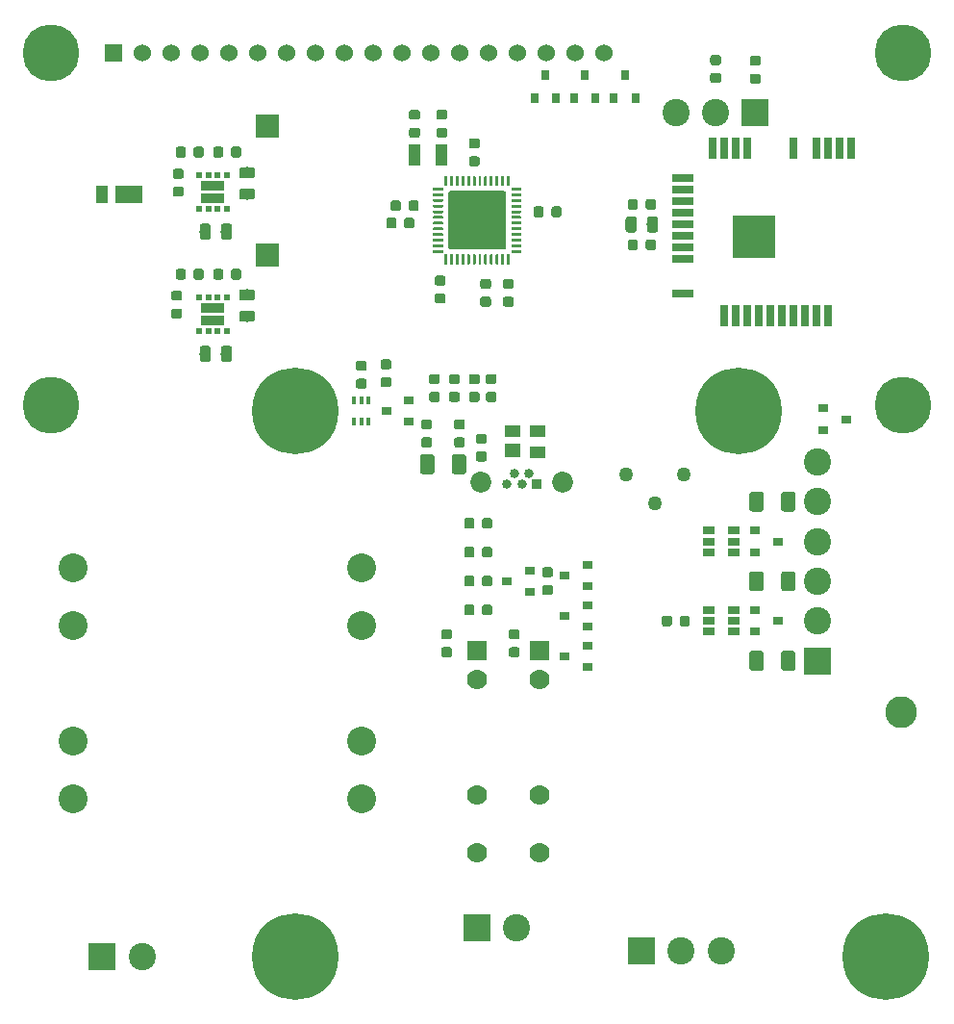
<source format=gbs>
G04 #@! TF.GenerationSoftware,KiCad,Pcbnew,(5.1.2-1)-1*
G04 #@! TF.CreationDate,2019-05-05T13:33:14-05:00*
G04 #@! TF.ProjectId,WiFi-Septic-Controller,57694669-2d53-4657-9074-69632d436f6e,rev?*
G04 #@! TF.SameCoordinates,Original*
G04 #@! TF.FileFunction,Soldermask,Bot*
G04 #@! TF.FilePolarity,Negative*
%FSLAX46Y46*%
G04 Gerber Fmt 4.6, Leading zero omitted, Abs format (unit mm)*
G04 Created by KiCad (PCBNEW (5.1.2-1)-1) date 2019-05-05 13:33:14*
%MOMM*%
%LPD*%
G04 APERTURE LIST*
%ADD10R,0.800000X1.900000*%
%ADD11R,1.900000X0.800000*%
%ADD12R,3.700000X3.700000*%
%ADD13C,0.500000*%
%ADD14C,1.260000*%
%ADD15R,2.400000X2.400000*%
%ADD16C,2.400000*%
%ADD17C,7.620000*%
%ADD18C,2.000000*%
%ADD19C,0.975000*%
%ADD20C,0.875000*%
%ADD21R,2.400000X1.500000*%
%ADD22R,1.050000X1.500000*%
%ADD23R,0.900000X0.800000*%
%ADD24R,1.400000X1.200000*%
%ADD25R,1.400000X1.000000*%
%ADD26C,1.524000*%
%ADD27C,5.000000*%
%ADD28R,1.524000X1.524000*%
%ADD29C,1.250000*%
%ADD30R,0.400000X0.650000*%
%ADD31R,0.800000X0.900000*%
%ADD32R,1.778000X1.778000*%
%ADD33C,1.778000*%
%ADD34C,2.540000*%
%ADD35C,2.800000*%
%ADD36R,2.040000X0.940000*%
%ADD37R,0.540000X0.590000*%
%ADD38R,1.060000X0.650000*%
%ADD39C,5.150000*%
%ADD40C,0.250000*%
%ADD41R,1.100000X1.900000*%
%ADD42R,0.840000X0.840000*%
%ADD43C,0.840000*%
%ADD44C,1.850000*%
%ADD45R,2.000000X2.000000*%
G04 APERTURE END LIST*
D10*
X90750000Y-40885000D03*
X91766000Y-40885000D03*
X92782000Y-40885000D03*
X93798000Y-40885000D03*
X97862000Y-40885000D03*
X99894000Y-40885000D03*
X100910000Y-40885000D03*
X101926000Y-40885000D03*
X102942000Y-40885000D03*
X100904000Y-55615000D03*
X99888000Y-55615000D03*
X98872000Y-55615000D03*
X97856000Y-55615000D03*
X96840000Y-55615000D03*
X95824000Y-55615000D03*
X94808000Y-55615000D03*
X93792000Y-55615000D03*
X92776000Y-55615000D03*
X91760000Y-55615000D03*
D11*
X88080000Y-53715000D03*
X88080000Y-50667000D03*
X88080000Y-49651000D03*
X88080000Y-48635000D03*
X88080000Y-47619000D03*
X88080000Y-46603000D03*
X88080000Y-45587000D03*
X88080000Y-44571000D03*
X88080000Y-43555000D03*
D12*
X94350000Y-48735000D03*
D13*
X94350000Y-48735000D03*
X94350000Y-49935000D03*
X94350000Y-47535000D03*
X95550000Y-49935000D03*
X95550000Y-48735000D03*
X95550000Y-47535000D03*
X93150000Y-49935000D03*
X93150000Y-48735000D03*
X93150000Y-47535000D03*
D14*
X88225000Y-69580000D03*
X85685000Y-72120000D03*
X83145000Y-69580000D03*
D15*
X100000000Y-86000000D03*
D16*
X100000000Y-82500000D03*
X100000000Y-79000000D03*
X100000000Y-75500000D03*
X100000000Y-72000000D03*
X100000000Y-68500000D03*
D17*
X54000000Y-64000000D03*
X106000000Y-112000000D03*
X54000000Y-112000000D03*
D15*
X94500000Y-37750000D03*
D16*
X87500000Y-37750000D03*
X91000000Y-37750000D03*
D15*
X37000000Y-112000000D03*
D16*
X40500000Y-112000000D03*
D18*
G36*
X46330142Y-58301174D02*
G01*
X46353803Y-58304684D01*
X46377007Y-58310496D01*
X46399529Y-58318554D01*
X46421153Y-58328782D01*
X46441670Y-58341079D01*
X46460883Y-58355329D01*
X46478607Y-58371393D01*
X46494671Y-58389117D01*
X46508921Y-58408330D01*
X46521218Y-58428847D01*
X46531446Y-58450471D01*
X46539504Y-58472993D01*
X46545316Y-58496197D01*
X46548826Y-58519858D01*
X46550000Y-58543750D01*
X46550000Y-59456250D01*
X46548826Y-59480142D01*
X46545316Y-59503803D01*
X46539504Y-59527007D01*
X46531446Y-59549529D01*
X46521218Y-59571153D01*
X46508921Y-59591670D01*
X46494671Y-59610883D01*
X46478607Y-59628607D01*
X46460883Y-59644671D01*
X46441670Y-59658921D01*
X46421153Y-59671218D01*
X46399529Y-59681446D01*
X46377007Y-59689504D01*
X46353803Y-59695316D01*
X46330142Y-59698826D01*
X46306250Y-59700000D01*
X45818750Y-59700000D01*
X45794858Y-59698826D01*
X45771197Y-59695316D01*
X45747993Y-59689504D01*
X45725471Y-59681446D01*
X45703847Y-59671218D01*
X45683330Y-59658921D01*
X45664117Y-59644671D01*
X45646393Y-59628607D01*
X45630329Y-59610883D01*
X45616079Y-59591670D01*
X45603782Y-59571153D01*
X45593554Y-59549529D01*
X45585496Y-59527007D01*
X45579684Y-59503803D01*
X45576174Y-59480142D01*
X45575000Y-59456250D01*
X45575000Y-58543750D01*
X45576174Y-58519858D01*
X45579684Y-58496197D01*
X45585496Y-58472993D01*
X45593554Y-58450471D01*
X45603782Y-58428847D01*
X45616079Y-58408330D01*
X45630329Y-58389117D01*
X45646393Y-58371393D01*
X45664117Y-58355329D01*
X45683330Y-58341079D01*
X45703847Y-58328782D01*
X45725471Y-58318554D01*
X45747993Y-58310496D01*
X45771197Y-58304684D01*
X45794858Y-58301174D01*
X45818750Y-58300000D01*
X46306250Y-58300000D01*
X46330142Y-58301174D01*
X46330142Y-58301174D01*
G37*
D19*
X46062500Y-59000000D03*
D18*
G36*
X48205142Y-58301174D02*
G01*
X48228803Y-58304684D01*
X48252007Y-58310496D01*
X48274529Y-58318554D01*
X48296153Y-58328782D01*
X48316670Y-58341079D01*
X48335883Y-58355329D01*
X48353607Y-58371393D01*
X48369671Y-58389117D01*
X48383921Y-58408330D01*
X48396218Y-58428847D01*
X48406446Y-58450471D01*
X48414504Y-58472993D01*
X48420316Y-58496197D01*
X48423826Y-58519858D01*
X48425000Y-58543750D01*
X48425000Y-59456250D01*
X48423826Y-59480142D01*
X48420316Y-59503803D01*
X48414504Y-59527007D01*
X48406446Y-59549529D01*
X48396218Y-59571153D01*
X48383921Y-59591670D01*
X48369671Y-59610883D01*
X48353607Y-59628607D01*
X48335883Y-59644671D01*
X48316670Y-59658921D01*
X48296153Y-59671218D01*
X48274529Y-59681446D01*
X48252007Y-59689504D01*
X48228803Y-59695316D01*
X48205142Y-59698826D01*
X48181250Y-59700000D01*
X47693750Y-59700000D01*
X47669858Y-59698826D01*
X47646197Y-59695316D01*
X47622993Y-59689504D01*
X47600471Y-59681446D01*
X47578847Y-59671218D01*
X47558330Y-59658921D01*
X47539117Y-59644671D01*
X47521393Y-59628607D01*
X47505329Y-59610883D01*
X47491079Y-59591670D01*
X47478782Y-59571153D01*
X47468554Y-59549529D01*
X47460496Y-59527007D01*
X47454684Y-59503803D01*
X47451174Y-59480142D01*
X47450000Y-59456250D01*
X47450000Y-58543750D01*
X47451174Y-58519858D01*
X47454684Y-58496197D01*
X47460496Y-58472993D01*
X47468554Y-58450471D01*
X47478782Y-58428847D01*
X47491079Y-58408330D01*
X47505329Y-58389117D01*
X47521393Y-58371393D01*
X47539117Y-58355329D01*
X47558330Y-58341079D01*
X47578847Y-58328782D01*
X47600471Y-58318554D01*
X47622993Y-58310496D01*
X47646197Y-58304684D01*
X47669858Y-58301174D01*
X47693750Y-58300000D01*
X48181250Y-58300000D01*
X48205142Y-58301174D01*
X48205142Y-58301174D01*
G37*
D19*
X47937500Y-59000000D03*
D18*
G36*
X43838691Y-53449553D02*
G01*
X43859926Y-53452703D01*
X43880750Y-53457919D01*
X43900962Y-53465151D01*
X43920368Y-53474330D01*
X43938781Y-53485366D01*
X43956024Y-53498154D01*
X43971930Y-53512570D01*
X43986346Y-53528476D01*
X43999134Y-53545719D01*
X44010170Y-53564132D01*
X44019349Y-53583538D01*
X44026581Y-53603750D01*
X44031797Y-53624574D01*
X44034947Y-53645809D01*
X44036000Y-53667250D01*
X44036000Y-54104750D01*
X44034947Y-54126191D01*
X44031797Y-54147426D01*
X44026581Y-54168250D01*
X44019349Y-54188462D01*
X44010170Y-54207868D01*
X43999134Y-54226281D01*
X43986346Y-54243524D01*
X43971930Y-54259430D01*
X43956024Y-54273846D01*
X43938781Y-54286634D01*
X43920368Y-54297670D01*
X43900962Y-54306849D01*
X43880750Y-54314081D01*
X43859926Y-54319297D01*
X43838691Y-54322447D01*
X43817250Y-54323500D01*
X43304750Y-54323500D01*
X43283309Y-54322447D01*
X43262074Y-54319297D01*
X43241250Y-54314081D01*
X43221038Y-54306849D01*
X43201632Y-54297670D01*
X43183219Y-54286634D01*
X43165976Y-54273846D01*
X43150070Y-54259430D01*
X43135654Y-54243524D01*
X43122866Y-54226281D01*
X43111830Y-54207868D01*
X43102651Y-54188462D01*
X43095419Y-54168250D01*
X43090203Y-54147426D01*
X43087053Y-54126191D01*
X43086000Y-54104750D01*
X43086000Y-53667250D01*
X43087053Y-53645809D01*
X43090203Y-53624574D01*
X43095419Y-53603750D01*
X43102651Y-53583538D01*
X43111830Y-53564132D01*
X43122866Y-53545719D01*
X43135654Y-53528476D01*
X43150070Y-53512570D01*
X43165976Y-53498154D01*
X43183219Y-53485366D01*
X43201632Y-53474330D01*
X43221038Y-53465151D01*
X43241250Y-53457919D01*
X43262074Y-53452703D01*
X43283309Y-53449553D01*
X43304750Y-53448500D01*
X43817250Y-53448500D01*
X43838691Y-53449553D01*
X43838691Y-53449553D01*
G37*
D20*
X43561000Y-53886000D03*
D18*
G36*
X43838691Y-55024553D02*
G01*
X43859926Y-55027703D01*
X43880750Y-55032919D01*
X43900962Y-55040151D01*
X43920368Y-55049330D01*
X43938781Y-55060366D01*
X43956024Y-55073154D01*
X43971930Y-55087570D01*
X43986346Y-55103476D01*
X43999134Y-55120719D01*
X44010170Y-55139132D01*
X44019349Y-55158538D01*
X44026581Y-55178750D01*
X44031797Y-55199574D01*
X44034947Y-55220809D01*
X44036000Y-55242250D01*
X44036000Y-55679750D01*
X44034947Y-55701191D01*
X44031797Y-55722426D01*
X44026581Y-55743250D01*
X44019349Y-55763462D01*
X44010170Y-55782868D01*
X43999134Y-55801281D01*
X43986346Y-55818524D01*
X43971930Y-55834430D01*
X43956024Y-55848846D01*
X43938781Y-55861634D01*
X43920368Y-55872670D01*
X43900962Y-55881849D01*
X43880750Y-55889081D01*
X43859926Y-55894297D01*
X43838691Y-55897447D01*
X43817250Y-55898500D01*
X43304750Y-55898500D01*
X43283309Y-55897447D01*
X43262074Y-55894297D01*
X43241250Y-55889081D01*
X43221038Y-55881849D01*
X43201632Y-55872670D01*
X43183219Y-55861634D01*
X43165976Y-55848846D01*
X43150070Y-55834430D01*
X43135654Y-55818524D01*
X43122866Y-55801281D01*
X43111830Y-55782868D01*
X43102651Y-55763462D01*
X43095419Y-55743250D01*
X43090203Y-55722426D01*
X43087053Y-55701191D01*
X43086000Y-55679750D01*
X43086000Y-55242250D01*
X43087053Y-55220809D01*
X43090203Y-55199574D01*
X43095419Y-55178750D01*
X43102651Y-55158538D01*
X43111830Y-55139132D01*
X43122866Y-55120719D01*
X43135654Y-55103476D01*
X43150070Y-55087570D01*
X43165976Y-55073154D01*
X43183219Y-55060366D01*
X43201632Y-55049330D01*
X43221038Y-55040151D01*
X43241250Y-55032919D01*
X43262074Y-55027703D01*
X43283309Y-55024553D01*
X43304750Y-55023500D01*
X43817250Y-55023500D01*
X43838691Y-55024553D01*
X43838691Y-55024553D01*
G37*
D20*
X43561000Y-55461000D03*
D18*
G36*
X50230142Y-55201174D02*
G01*
X50253803Y-55204684D01*
X50277007Y-55210496D01*
X50299529Y-55218554D01*
X50321153Y-55228782D01*
X50341670Y-55241079D01*
X50360883Y-55255329D01*
X50378607Y-55271393D01*
X50394671Y-55289117D01*
X50408921Y-55308330D01*
X50421218Y-55328847D01*
X50431446Y-55350471D01*
X50439504Y-55372993D01*
X50445316Y-55396197D01*
X50448826Y-55419858D01*
X50450000Y-55443750D01*
X50450000Y-55931250D01*
X50448826Y-55955142D01*
X50445316Y-55978803D01*
X50439504Y-56002007D01*
X50431446Y-56024529D01*
X50421218Y-56046153D01*
X50408921Y-56066670D01*
X50394671Y-56085883D01*
X50378607Y-56103607D01*
X50360883Y-56119671D01*
X50341670Y-56133921D01*
X50321153Y-56146218D01*
X50299529Y-56156446D01*
X50277007Y-56164504D01*
X50253803Y-56170316D01*
X50230142Y-56173826D01*
X50206250Y-56175000D01*
X49293750Y-56175000D01*
X49269858Y-56173826D01*
X49246197Y-56170316D01*
X49222993Y-56164504D01*
X49200471Y-56156446D01*
X49178847Y-56146218D01*
X49158330Y-56133921D01*
X49139117Y-56119671D01*
X49121393Y-56103607D01*
X49105329Y-56085883D01*
X49091079Y-56066670D01*
X49078782Y-56046153D01*
X49068554Y-56024529D01*
X49060496Y-56002007D01*
X49054684Y-55978803D01*
X49051174Y-55955142D01*
X49050000Y-55931250D01*
X49050000Y-55443750D01*
X49051174Y-55419858D01*
X49054684Y-55396197D01*
X49060496Y-55372993D01*
X49068554Y-55350471D01*
X49078782Y-55328847D01*
X49091079Y-55308330D01*
X49105329Y-55289117D01*
X49121393Y-55271393D01*
X49139117Y-55255329D01*
X49158330Y-55241079D01*
X49178847Y-55228782D01*
X49200471Y-55218554D01*
X49222993Y-55210496D01*
X49246197Y-55204684D01*
X49269858Y-55201174D01*
X49293750Y-55200000D01*
X50206250Y-55200000D01*
X50230142Y-55201174D01*
X50230142Y-55201174D01*
G37*
D19*
X49750000Y-55687500D03*
D18*
G36*
X50230142Y-53326174D02*
G01*
X50253803Y-53329684D01*
X50277007Y-53335496D01*
X50299529Y-53343554D01*
X50321153Y-53353782D01*
X50341670Y-53366079D01*
X50360883Y-53380329D01*
X50378607Y-53396393D01*
X50394671Y-53414117D01*
X50408921Y-53433330D01*
X50421218Y-53453847D01*
X50431446Y-53475471D01*
X50439504Y-53497993D01*
X50445316Y-53521197D01*
X50448826Y-53544858D01*
X50450000Y-53568750D01*
X50450000Y-54056250D01*
X50448826Y-54080142D01*
X50445316Y-54103803D01*
X50439504Y-54127007D01*
X50431446Y-54149529D01*
X50421218Y-54171153D01*
X50408921Y-54191670D01*
X50394671Y-54210883D01*
X50378607Y-54228607D01*
X50360883Y-54244671D01*
X50341670Y-54258921D01*
X50321153Y-54271218D01*
X50299529Y-54281446D01*
X50277007Y-54289504D01*
X50253803Y-54295316D01*
X50230142Y-54298826D01*
X50206250Y-54300000D01*
X49293750Y-54300000D01*
X49269858Y-54298826D01*
X49246197Y-54295316D01*
X49222993Y-54289504D01*
X49200471Y-54281446D01*
X49178847Y-54271218D01*
X49158330Y-54258921D01*
X49139117Y-54244671D01*
X49121393Y-54228607D01*
X49105329Y-54210883D01*
X49091079Y-54191670D01*
X49078782Y-54171153D01*
X49068554Y-54149529D01*
X49060496Y-54127007D01*
X49054684Y-54103803D01*
X49051174Y-54080142D01*
X49050000Y-54056250D01*
X49050000Y-53568750D01*
X49051174Y-53544858D01*
X49054684Y-53521197D01*
X49060496Y-53497993D01*
X49068554Y-53475471D01*
X49078782Y-53453847D01*
X49091079Y-53433330D01*
X49105329Y-53414117D01*
X49121393Y-53396393D01*
X49139117Y-53380329D01*
X49158330Y-53366079D01*
X49178847Y-53353782D01*
X49200471Y-53343554D01*
X49222993Y-53335496D01*
X49246197Y-53329684D01*
X49269858Y-53326174D01*
X49293750Y-53325000D01*
X50206250Y-53325000D01*
X50230142Y-53326174D01*
X50230142Y-53326174D01*
G37*
D19*
X49750000Y-53812500D03*
D18*
G36*
X68735691Y-66351053D02*
G01*
X68756926Y-66354203D01*
X68777750Y-66359419D01*
X68797962Y-66366651D01*
X68817368Y-66375830D01*
X68835781Y-66386866D01*
X68853024Y-66399654D01*
X68868930Y-66414070D01*
X68883346Y-66429976D01*
X68896134Y-66447219D01*
X68907170Y-66465632D01*
X68916349Y-66485038D01*
X68923581Y-66505250D01*
X68928797Y-66526074D01*
X68931947Y-66547309D01*
X68933000Y-66568750D01*
X68933000Y-67006250D01*
X68931947Y-67027691D01*
X68928797Y-67048926D01*
X68923581Y-67069750D01*
X68916349Y-67089962D01*
X68907170Y-67109368D01*
X68896134Y-67127781D01*
X68883346Y-67145024D01*
X68868930Y-67160930D01*
X68853024Y-67175346D01*
X68835781Y-67188134D01*
X68817368Y-67199170D01*
X68797962Y-67208349D01*
X68777750Y-67215581D01*
X68756926Y-67220797D01*
X68735691Y-67223947D01*
X68714250Y-67225000D01*
X68201750Y-67225000D01*
X68180309Y-67223947D01*
X68159074Y-67220797D01*
X68138250Y-67215581D01*
X68118038Y-67208349D01*
X68098632Y-67199170D01*
X68080219Y-67188134D01*
X68062976Y-67175346D01*
X68047070Y-67160930D01*
X68032654Y-67145024D01*
X68019866Y-67127781D01*
X68008830Y-67109368D01*
X67999651Y-67089962D01*
X67992419Y-67069750D01*
X67987203Y-67048926D01*
X67984053Y-67027691D01*
X67983000Y-67006250D01*
X67983000Y-66568750D01*
X67984053Y-66547309D01*
X67987203Y-66526074D01*
X67992419Y-66505250D01*
X67999651Y-66485038D01*
X68008830Y-66465632D01*
X68019866Y-66447219D01*
X68032654Y-66429976D01*
X68047070Y-66414070D01*
X68062976Y-66399654D01*
X68080219Y-66386866D01*
X68098632Y-66375830D01*
X68118038Y-66366651D01*
X68138250Y-66359419D01*
X68159074Y-66354203D01*
X68180309Y-66351053D01*
X68201750Y-66350000D01*
X68714250Y-66350000D01*
X68735691Y-66351053D01*
X68735691Y-66351053D01*
G37*
D20*
X68458000Y-66787500D03*
D18*
G36*
X68735691Y-64776053D02*
G01*
X68756926Y-64779203D01*
X68777750Y-64784419D01*
X68797962Y-64791651D01*
X68817368Y-64800830D01*
X68835781Y-64811866D01*
X68853024Y-64824654D01*
X68868930Y-64839070D01*
X68883346Y-64854976D01*
X68896134Y-64872219D01*
X68907170Y-64890632D01*
X68916349Y-64910038D01*
X68923581Y-64930250D01*
X68928797Y-64951074D01*
X68931947Y-64972309D01*
X68933000Y-64993750D01*
X68933000Y-65431250D01*
X68931947Y-65452691D01*
X68928797Y-65473926D01*
X68923581Y-65494750D01*
X68916349Y-65514962D01*
X68907170Y-65534368D01*
X68896134Y-65552781D01*
X68883346Y-65570024D01*
X68868930Y-65585930D01*
X68853024Y-65600346D01*
X68835781Y-65613134D01*
X68817368Y-65624170D01*
X68797962Y-65633349D01*
X68777750Y-65640581D01*
X68756926Y-65645797D01*
X68735691Y-65648947D01*
X68714250Y-65650000D01*
X68201750Y-65650000D01*
X68180309Y-65648947D01*
X68159074Y-65645797D01*
X68138250Y-65640581D01*
X68118038Y-65633349D01*
X68098632Y-65624170D01*
X68080219Y-65613134D01*
X68062976Y-65600346D01*
X68047070Y-65585930D01*
X68032654Y-65570024D01*
X68019866Y-65552781D01*
X68008830Y-65534368D01*
X67999651Y-65514962D01*
X67992419Y-65494750D01*
X67987203Y-65473926D01*
X67984053Y-65452691D01*
X67983000Y-65431250D01*
X67983000Y-64993750D01*
X67984053Y-64972309D01*
X67987203Y-64951074D01*
X67992419Y-64930250D01*
X67999651Y-64910038D01*
X68008830Y-64890632D01*
X68019866Y-64872219D01*
X68032654Y-64854976D01*
X68047070Y-64839070D01*
X68062976Y-64824654D01*
X68080219Y-64811866D01*
X68098632Y-64800830D01*
X68118038Y-64791651D01*
X68138250Y-64784419D01*
X68159074Y-64779203D01*
X68180309Y-64776053D01*
X68201750Y-64775000D01*
X68714250Y-64775000D01*
X68735691Y-64776053D01*
X68735691Y-64776053D01*
G37*
D20*
X68458000Y-65212500D03*
D18*
G36*
X65835691Y-64776053D02*
G01*
X65856926Y-64779203D01*
X65877750Y-64784419D01*
X65897962Y-64791651D01*
X65917368Y-64800830D01*
X65935781Y-64811866D01*
X65953024Y-64824654D01*
X65968930Y-64839070D01*
X65983346Y-64854976D01*
X65996134Y-64872219D01*
X66007170Y-64890632D01*
X66016349Y-64910038D01*
X66023581Y-64930250D01*
X66028797Y-64951074D01*
X66031947Y-64972309D01*
X66033000Y-64993750D01*
X66033000Y-65431250D01*
X66031947Y-65452691D01*
X66028797Y-65473926D01*
X66023581Y-65494750D01*
X66016349Y-65514962D01*
X66007170Y-65534368D01*
X65996134Y-65552781D01*
X65983346Y-65570024D01*
X65968930Y-65585930D01*
X65953024Y-65600346D01*
X65935781Y-65613134D01*
X65917368Y-65624170D01*
X65897962Y-65633349D01*
X65877750Y-65640581D01*
X65856926Y-65645797D01*
X65835691Y-65648947D01*
X65814250Y-65650000D01*
X65301750Y-65650000D01*
X65280309Y-65648947D01*
X65259074Y-65645797D01*
X65238250Y-65640581D01*
X65218038Y-65633349D01*
X65198632Y-65624170D01*
X65180219Y-65613134D01*
X65162976Y-65600346D01*
X65147070Y-65585930D01*
X65132654Y-65570024D01*
X65119866Y-65552781D01*
X65108830Y-65534368D01*
X65099651Y-65514962D01*
X65092419Y-65494750D01*
X65087203Y-65473926D01*
X65084053Y-65452691D01*
X65083000Y-65431250D01*
X65083000Y-64993750D01*
X65084053Y-64972309D01*
X65087203Y-64951074D01*
X65092419Y-64930250D01*
X65099651Y-64910038D01*
X65108830Y-64890632D01*
X65119866Y-64872219D01*
X65132654Y-64854976D01*
X65147070Y-64839070D01*
X65162976Y-64824654D01*
X65180219Y-64811866D01*
X65198632Y-64800830D01*
X65218038Y-64791651D01*
X65238250Y-64784419D01*
X65259074Y-64779203D01*
X65280309Y-64776053D01*
X65301750Y-64775000D01*
X65814250Y-64775000D01*
X65835691Y-64776053D01*
X65835691Y-64776053D01*
G37*
D20*
X65558000Y-65212500D03*
D18*
G36*
X65835691Y-66351053D02*
G01*
X65856926Y-66354203D01*
X65877750Y-66359419D01*
X65897962Y-66366651D01*
X65917368Y-66375830D01*
X65935781Y-66386866D01*
X65953024Y-66399654D01*
X65968930Y-66414070D01*
X65983346Y-66429976D01*
X65996134Y-66447219D01*
X66007170Y-66465632D01*
X66016349Y-66485038D01*
X66023581Y-66505250D01*
X66028797Y-66526074D01*
X66031947Y-66547309D01*
X66033000Y-66568750D01*
X66033000Y-67006250D01*
X66031947Y-67027691D01*
X66028797Y-67048926D01*
X66023581Y-67069750D01*
X66016349Y-67089962D01*
X66007170Y-67109368D01*
X65996134Y-67127781D01*
X65983346Y-67145024D01*
X65968930Y-67160930D01*
X65953024Y-67175346D01*
X65935781Y-67188134D01*
X65917368Y-67199170D01*
X65897962Y-67208349D01*
X65877750Y-67215581D01*
X65856926Y-67220797D01*
X65835691Y-67223947D01*
X65814250Y-67225000D01*
X65301750Y-67225000D01*
X65280309Y-67223947D01*
X65259074Y-67220797D01*
X65238250Y-67215581D01*
X65218038Y-67208349D01*
X65198632Y-67199170D01*
X65180219Y-67188134D01*
X65162976Y-67175346D01*
X65147070Y-67160930D01*
X65132654Y-67145024D01*
X65119866Y-67127781D01*
X65108830Y-67109368D01*
X65099651Y-67089962D01*
X65092419Y-67069750D01*
X65087203Y-67048926D01*
X65084053Y-67027691D01*
X65083000Y-67006250D01*
X65083000Y-66568750D01*
X65084053Y-66547309D01*
X65087203Y-66526074D01*
X65092419Y-66505250D01*
X65099651Y-66485038D01*
X65108830Y-66465632D01*
X65119866Y-66447219D01*
X65132654Y-66429976D01*
X65147070Y-66414070D01*
X65162976Y-66399654D01*
X65180219Y-66386866D01*
X65198632Y-66375830D01*
X65218038Y-66366651D01*
X65238250Y-66359419D01*
X65259074Y-66354203D01*
X65280309Y-66351053D01*
X65301750Y-66350000D01*
X65814250Y-66350000D01*
X65835691Y-66351053D01*
X65835691Y-66351053D01*
G37*
D20*
X65558000Y-66787500D03*
D18*
G36*
X48205142Y-47551174D02*
G01*
X48228803Y-47554684D01*
X48252007Y-47560496D01*
X48274529Y-47568554D01*
X48296153Y-47578782D01*
X48316670Y-47591079D01*
X48335883Y-47605329D01*
X48353607Y-47621393D01*
X48369671Y-47639117D01*
X48383921Y-47658330D01*
X48396218Y-47678847D01*
X48406446Y-47700471D01*
X48414504Y-47722993D01*
X48420316Y-47746197D01*
X48423826Y-47769858D01*
X48425000Y-47793750D01*
X48425000Y-48706250D01*
X48423826Y-48730142D01*
X48420316Y-48753803D01*
X48414504Y-48777007D01*
X48406446Y-48799529D01*
X48396218Y-48821153D01*
X48383921Y-48841670D01*
X48369671Y-48860883D01*
X48353607Y-48878607D01*
X48335883Y-48894671D01*
X48316670Y-48908921D01*
X48296153Y-48921218D01*
X48274529Y-48931446D01*
X48252007Y-48939504D01*
X48228803Y-48945316D01*
X48205142Y-48948826D01*
X48181250Y-48950000D01*
X47693750Y-48950000D01*
X47669858Y-48948826D01*
X47646197Y-48945316D01*
X47622993Y-48939504D01*
X47600471Y-48931446D01*
X47578847Y-48921218D01*
X47558330Y-48908921D01*
X47539117Y-48894671D01*
X47521393Y-48878607D01*
X47505329Y-48860883D01*
X47491079Y-48841670D01*
X47478782Y-48821153D01*
X47468554Y-48799529D01*
X47460496Y-48777007D01*
X47454684Y-48753803D01*
X47451174Y-48730142D01*
X47450000Y-48706250D01*
X47450000Y-47793750D01*
X47451174Y-47769858D01*
X47454684Y-47746197D01*
X47460496Y-47722993D01*
X47468554Y-47700471D01*
X47478782Y-47678847D01*
X47491079Y-47658330D01*
X47505329Y-47639117D01*
X47521393Y-47621393D01*
X47539117Y-47605329D01*
X47558330Y-47591079D01*
X47578847Y-47578782D01*
X47600471Y-47568554D01*
X47622993Y-47560496D01*
X47646197Y-47554684D01*
X47669858Y-47551174D01*
X47693750Y-47550000D01*
X48181250Y-47550000D01*
X48205142Y-47551174D01*
X48205142Y-47551174D01*
G37*
D19*
X47937500Y-48250000D03*
D18*
G36*
X46330142Y-47551174D02*
G01*
X46353803Y-47554684D01*
X46377007Y-47560496D01*
X46399529Y-47568554D01*
X46421153Y-47578782D01*
X46441670Y-47591079D01*
X46460883Y-47605329D01*
X46478607Y-47621393D01*
X46494671Y-47639117D01*
X46508921Y-47658330D01*
X46521218Y-47678847D01*
X46531446Y-47700471D01*
X46539504Y-47722993D01*
X46545316Y-47746197D01*
X46548826Y-47769858D01*
X46550000Y-47793750D01*
X46550000Y-48706250D01*
X46548826Y-48730142D01*
X46545316Y-48753803D01*
X46539504Y-48777007D01*
X46531446Y-48799529D01*
X46521218Y-48821153D01*
X46508921Y-48841670D01*
X46494671Y-48860883D01*
X46478607Y-48878607D01*
X46460883Y-48894671D01*
X46441670Y-48908921D01*
X46421153Y-48921218D01*
X46399529Y-48931446D01*
X46377007Y-48939504D01*
X46353803Y-48945316D01*
X46330142Y-48948826D01*
X46306250Y-48950000D01*
X45818750Y-48950000D01*
X45794858Y-48948826D01*
X45771197Y-48945316D01*
X45747993Y-48939504D01*
X45725471Y-48931446D01*
X45703847Y-48921218D01*
X45683330Y-48908921D01*
X45664117Y-48894671D01*
X45646393Y-48878607D01*
X45630329Y-48860883D01*
X45616079Y-48841670D01*
X45603782Y-48821153D01*
X45593554Y-48799529D01*
X45585496Y-48777007D01*
X45579684Y-48753803D01*
X45576174Y-48730142D01*
X45575000Y-48706250D01*
X45575000Y-47793750D01*
X45576174Y-47769858D01*
X45579684Y-47746197D01*
X45585496Y-47722993D01*
X45593554Y-47700471D01*
X45603782Y-47678847D01*
X45616079Y-47658330D01*
X45630329Y-47639117D01*
X45646393Y-47621393D01*
X45664117Y-47605329D01*
X45683330Y-47591079D01*
X45703847Y-47578782D01*
X45725471Y-47568554D01*
X45747993Y-47560496D01*
X45771197Y-47554684D01*
X45794858Y-47551174D01*
X45818750Y-47550000D01*
X46306250Y-47550000D01*
X46330142Y-47551174D01*
X46330142Y-47551174D01*
G37*
D19*
X46062500Y-48250000D03*
D18*
G36*
X43965691Y-42718053D02*
G01*
X43986926Y-42721203D01*
X44007750Y-42726419D01*
X44027962Y-42733651D01*
X44047368Y-42742830D01*
X44065781Y-42753866D01*
X44083024Y-42766654D01*
X44098930Y-42781070D01*
X44113346Y-42796976D01*
X44126134Y-42814219D01*
X44137170Y-42832632D01*
X44146349Y-42852038D01*
X44153581Y-42872250D01*
X44158797Y-42893074D01*
X44161947Y-42914309D01*
X44163000Y-42935750D01*
X44163000Y-43373250D01*
X44161947Y-43394691D01*
X44158797Y-43415926D01*
X44153581Y-43436750D01*
X44146349Y-43456962D01*
X44137170Y-43476368D01*
X44126134Y-43494781D01*
X44113346Y-43512024D01*
X44098930Y-43527930D01*
X44083024Y-43542346D01*
X44065781Y-43555134D01*
X44047368Y-43566170D01*
X44027962Y-43575349D01*
X44007750Y-43582581D01*
X43986926Y-43587797D01*
X43965691Y-43590947D01*
X43944250Y-43592000D01*
X43431750Y-43592000D01*
X43410309Y-43590947D01*
X43389074Y-43587797D01*
X43368250Y-43582581D01*
X43348038Y-43575349D01*
X43328632Y-43566170D01*
X43310219Y-43555134D01*
X43292976Y-43542346D01*
X43277070Y-43527930D01*
X43262654Y-43512024D01*
X43249866Y-43494781D01*
X43238830Y-43476368D01*
X43229651Y-43456962D01*
X43222419Y-43436750D01*
X43217203Y-43415926D01*
X43214053Y-43394691D01*
X43213000Y-43373250D01*
X43213000Y-42935750D01*
X43214053Y-42914309D01*
X43217203Y-42893074D01*
X43222419Y-42872250D01*
X43229651Y-42852038D01*
X43238830Y-42832632D01*
X43249866Y-42814219D01*
X43262654Y-42796976D01*
X43277070Y-42781070D01*
X43292976Y-42766654D01*
X43310219Y-42753866D01*
X43328632Y-42742830D01*
X43348038Y-42733651D01*
X43368250Y-42726419D01*
X43389074Y-42721203D01*
X43410309Y-42718053D01*
X43431750Y-42717000D01*
X43944250Y-42717000D01*
X43965691Y-42718053D01*
X43965691Y-42718053D01*
G37*
D20*
X43688000Y-43154500D03*
D18*
G36*
X43965691Y-44293053D02*
G01*
X43986926Y-44296203D01*
X44007750Y-44301419D01*
X44027962Y-44308651D01*
X44047368Y-44317830D01*
X44065781Y-44328866D01*
X44083024Y-44341654D01*
X44098930Y-44356070D01*
X44113346Y-44371976D01*
X44126134Y-44389219D01*
X44137170Y-44407632D01*
X44146349Y-44427038D01*
X44153581Y-44447250D01*
X44158797Y-44468074D01*
X44161947Y-44489309D01*
X44163000Y-44510750D01*
X44163000Y-44948250D01*
X44161947Y-44969691D01*
X44158797Y-44990926D01*
X44153581Y-45011750D01*
X44146349Y-45031962D01*
X44137170Y-45051368D01*
X44126134Y-45069781D01*
X44113346Y-45087024D01*
X44098930Y-45102930D01*
X44083024Y-45117346D01*
X44065781Y-45130134D01*
X44047368Y-45141170D01*
X44027962Y-45150349D01*
X44007750Y-45157581D01*
X43986926Y-45162797D01*
X43965691Y-45165947D01*
X43944250Y-45167000D01*
X43431750Y-45167000D01*
X43410309Y-45165947D01*
X43389074Y-45162797D01*
X43368250Y-45157581D01*
X43348038Y-45150349D01*
X43328632Y-45141170D01*
X43310219Y-45130134D01*
X43292976Y-45117346D01*
X43277070Y-45102930D01*
X43262654Y-45087024D01*
X43249866Y-45069781D01*
X43238830Y-45051368D01*
X43229651Y-45031962D01*
X43222419Y-45011750D01*
X43217203Y-44990926D01*
X43214053Y-44969691D01*
X43213000Y-44948250D01*
X43213000Y-44510750D01*
X43214053Y-44489309D01*
X43217203Y-44468074D01*
X43222419Y-44447250D01*
X43229651Y-44427038D01*
X43238830Y-44407632D01*
X43249866Y-44389219D01*
X43262654Y-44371976D01*
X43277070Y-44356070D01*
X43292976Y-44341654D01*
X43310219Y-44328866D01*
X43328632Y-44317830D01*
X43348038Y-44308651D01*
X43368250Y-44301419D01*
X43389074Y-44296203D01*
X43410309Y-44293053D01*
X43431750Y-44292000D01*
X43944250Y-44292000D01*
X43965691Y-44293053D01*
X43965691Y-44293053D01*
G37*
D20*
X43688000Y-44729500D03*
D18*
G36*
X50230142Y-42576174D02*
G01*
X50253803Y-42579684D01*
X50277007Y-42585496D01*
X50299529Y-42593554D01*
X50321153Y-42603782D01*
X50341670Y-42616079D01*
X50360883Y-42630329D01*
X50378607Y-42646393D01*
X50394671Y-42664117D01*
X50408921Y-42683330D01*
X50421218Y-42703847D01*
X50431446Y-42725471D01*
X50439504Y-42747993D01*
X50445316Y-42771197D01*
X50448826Y-42794858D01*
X50450000Y-42818750D01*
X50450000Y-43306250D01*
X50448826Y-43330142D01*
X50445316Y-43353803D01*
X50439504Y-43377007D01*
X50431446Y-43399529D01*
X50421218Y-43421153D01*
X50408921Y-43441670D01*
X50394671Y-43460883D01*
X50378607Y-43478607D01*
X50360883Y-43494671D01*
X50341670Y-43508921D01*
X50321153Y-43521218D01*
X50299529Y-43531446D01*
X50277007Y-43539504D01*
X50253803Y-43545316D01*
X50230142Y-43548826D01*
X50206250Y-43550000D01*
X49293750Y-43550000D01*
X49269858Y-43548826D01*
X49246197Y-43545316D01*
X49222993Y-43539504D01*
X49200471Y-43531446D01*
X49178847Y-43521218D01*
X49158330Y-43508921D01*
X49139117Y-43494671D01*
X49121393Y-43478607D01*
X49105329Y-43460883D01*
X49091079Y-43441670D01*
X49078782Y-43421153D01*
X49068554Y-43399529D01*
X49060496Y-43377007D01*
X49054684Y-43353803D01*
X49051174Y-43330142D01*
X49050000Y-43306250D01*
X49050000Y-42818750D01*
X49051174Y-42794858D01*
X49054684Y-42771197D01*
X49060496Y-42747993D01*
X49068554Y-42725471D01*
X49078782Y-42703847D01*
X49091079Y-42683330D01*
X49105329Y-42664117D01*
X49121393Y-42646393D01*
X49139117Y-42630329D01*
X49158330Y-42616079D01*
X49178847Y-42603782D01*
X49200471Y-42593554D01*
X49222993Y-42585496D01*
X49246197Y-42579684D01*
X49269858Y-42576174D01*
X49293750Y-42575000D01*
X50206250Y-42575000D01*
X50230142Y-42576174D01*
X50230142Y-42576174D01*
G37*
D19*
X49750000Y-43062500D03*
D18*
G36*
X50230142Y-44451174D02*
G01*
X50253803Y-44454684D01*
X50277007Y-44460496D01*
X50299529Y-44468554D01*
X50321153Y-44478782D01*
X50341670Y-44491079D01*
X50360883Y-44505329D01*
X50378607Y-44521393D01*
X50394671Y-44539117D01*
X50408921Y-44558330D01*
X50421218Y-44578847D01*
X50431446Y-44600471D01*
X50439504Y-44622993D01*
X50445316Y-44646197D01*
X50448826Y-44669858D01*
X50450000Y-44693750D01*
X50450000Y-45181250D01*
X50448826Y-45205142D01*
X50445316Y-45228803D01*
X50439504Y-45252007D01*
X50431446Y-45274529D01*
X50421218Y-45296153D01*
X50408921Y-45316670D01*
X50394671Y-45335883D01*
X50378607Y-45353607D01*
X50360883Y-45369671D01*
X50341670Y-45383921D01*
X50321153Y-45396218D01*
X50299529Y-45406446D01*
X50277007Y-45414504D01*
X50253803Y-45420316D01*
X50230142Y-45423826D01*
X50206250Y-45425000D01*
X49293750Y-45425000D01*
X49269858Y-45423826D01*
X49246197Y-45420316D01*
X49222993Y-45414504D01*
X49200471Y-45406446D01*
X49178847Y-45396218D01*
X49158330Y-45383921D01*
X49139117Y-45369671D01*
X49121393Y-45353607D01*
X49105329Y-45335883D01*
X49091079Y-45316670D01*
X49078782Y-45296153D01*
X49068554Y-45274529D01*
X49060496Y-45252007D01*
X49054684Y-45228803D01*
X49051174Y-45205142D01*
X49050000Y-45181250D01*
X49050000Y-44693750D01*
X49051174Y-44669858D01*
X49054684Y-44646197D01*
X49060496Y-44622993D01*
X49068554Y-44600471D01*
X49078782Y-44578847D01*
X49091079Y-44558330D01*
X49105329Y-44539117D01*
X49121393Y-44521393D01*
X49139117Y-44505329D01*
X49158330Y-44491079D01*
X49178847Y-44478782D01*
X49200471Y-44468554D01*
X49222993Y-44460496D01*
X49246197Y-44454684D01*
X49269858Y-44451174D01*
X49293750Y-44450000D01*
X50206250Y-44450000D01*
X50230142Y-44451174D01*
X50230142Y-44451174D01*
G37*
D19*
X49750000Y-44937500D03*
D18*
G36*
X70027691Y-40051053D02*
G01*
X70048926Y-40054203D01*
X70069750Y-40059419D01*
X70089962Y-40066651D01*
X70109368Y-40075830D01*
X70127781Y-40086866D01*
X70145024Y-40099654D01*
X70160930Y-40114070D01*
X70175346Y-40129976D01*
X70188134Y-40147219D01*
X70199170Y-40165632D01*
X70208349Y-40185038D01*
X70215581Y-40205250D01*
X70220797Y-40226074D01*
X70223947Y-40247309D01*
X70225000Y-40268750D01*
X70225000Y-40706250D01*
X70223947Y-40727691D01*
X70220797Y-40748926D01*
X70215581Y-40769750D01*
X70208349Y-40789962D01*
X70199170Y-40809368D01*
X70188134Y-40827781D01*
X70175346Y-40845024D01*
X70160930Y-40860930D01*
X70145024Y-40875346D01*
X70127781Y-40888134D01*
X70109368Y-40899170D01*
X70089962Y-40908349D01*
X70069750Y-40915581D01*
X70048926Y-40920797D01*
X70027691Y-40923947D01*
X70006250Y-40925000D01*
X69493750Y-40925000D01*
X69472309Y-40923947D01*
X69451074Y-40920797D01*
X69430250Y-40915581D01*
X69410038Y-40908349D01*
X69390632Y-40899170D01*
X69372219Y-40888134D01*
X69354976Y-40875346D01*
X69339070Y-40860930D01*
X69324654Y-40845024D01*
X69311866Y-40827781D01*
X69300830Y-40809368D01*
X69291651Y-40789962D01*
X69284419Y-40769750D01*
X69279203Y-40748926D01*
X69276053Y-40727691D01*
X69275000Y-40706250D01*
X69275000Y-40268750D01*
X69276053Y-40247309D01*
X69279203Y-40226074D01*
X69284419Y-40205250D01*
X69291651Y-40185038D01*
X69300830Y-40165632D01*
X69311866Y-40147219D01*
X69324654Y-40129976D01*
X69339070Y-40114070D01*
X69354976Y-40099654D01*
X69372219Y-40086866D01*
X69390632Y-40075830D01*
X69410038Y-40066651D01*
X69430250Y-40059419D01*
X69451074Y-40054203D01*
X69472309Y-40051053D01*
X69493750Y-40050000D01*
X70006250Y-40050000D01*
X70027691Y-40051053D01*
X70027691Y-40051053D01*
G37*
D20*
X69750000Y-40487500D03*
D18*
G36*
X70027691Y-41626053D02*
G01*
X70048926Y-41629203D01*
X70069750Y-41634419D01*
X70089962Y-41641651D01*
X70109368Y-41650830D01*
X70127781Y-41661866D01*
X70145024Y-41674654D01*
X70160930Y-41689070D01*
X70175346Y-41704976D01*
X70188134Y-41722219D01*
X70199170Y-41740632D01*
X70208349Y-41760038D01*
X70215581Y-41780250D01*
X70220797Y-41801074D01*
X70223947Y-41822309D01*
X70225000Y-41843750D01*
X70225000Y-42281250D01*
X70223947Y-42302691D01*
X70220797Y-42323926D01*
X70215581Y-42344750D01*
X70208349Y-42364962D01*
X70199170Y-42384368D01*
X70188134Y-42402781D01*
X70175346Y-42420024D01*
X70160930Y-42435930D01*
X70145024Y-42450346D01*
X70127781Y-42463134D01*
X70109368Y-42474170D01*
X70089962Y-42483349D01*
X70069750Y-42490581D01*
X70048926Y-42495797D01*
X70027691Y-42498947D01*
X70006250Y-42500000D01*
X69493750Y-42500000D01*
X69472309Y-42498947D01*
X69451074Y-42495797D01*
X69430250Y-42490581D01*
X69410038Y-42483349D01*
X69390632Y-42474170D01*
X69372219Y-42463134D01*
X69354976Y-42450346D01*
X69339070Y-42435930D01*
X69324654Y-42420024D01*
X69311866Y-42402781D01*
X69300830Y-42384368D01*
X69291651Y-42364962D01*
X69284419Y-42344750D01*
X69279203Y-42323926D01*
X69276053Y-42302691D01*
X69275000Y-42281250D01*
X69275000Y-41843750D01*
X69276053Y-41822309D01*
X69279203Y-41801074D01*
X69284419Y-41780250D01*
X69291651Y-41760038D01*
X69300830Y-41740632D01*
X69311866Y-41722219D01*
X69324654Y-41704976D01*
X69339070Y-41689070D01*
X69354976Y-41674654D01*
X69372219Y-41661866D01*
X69390632Y-41650830D01*
X69410038Y-41641651D01*
X69430250Y-41634419D01*
X69451074Y-41629203D01*
X69472309Y-41626053D01*
X69493750Y-41625000D01*
X70006250Y-41625000D01*
X70027691Y-41626053D01*
X70027691Y-41626053D01*
G37*
D20*
X69750000Y-42062500D03*
D18*
G36*
X64654691Y-45500053D02*
G01*
X64675926Y-45503203D01*
X64696750Y-45508419D01*
X64716962Y-45515651D01*
X64736368Y-45524830D01*
X64754781Y-45535866D01*
X64772024Y-45548654D01*
X64787930Y-45563070D01*
X64802346Y-45578976D01*
X64815134Y-45596219D01*
X64826170Y-45614632D01*
X64835349Y-45634038D01*
X64842581Y-45654250D01*
X64847797Y-45675074D01*
X64850947Y-45696309D01*
X64852000Y-45717750D01*
X64852000Y-46230250D01*
X64850947Y-46251691D01*
X64847797Y-46272926D01*
X64842581Y-46293750D01*
X64835349Y-46313962D01*
X64826170Y-46333368D01*
X64815134Y-46351781D01*
X64802346Y-46369024D01*
X64787930Y-46384930D01*
X64772024Y-46399346D01*
X64754781Y-46412134D01*
X64736368Y-46423170D01*
X64716962Y-46432349D01*
X64696750Y-46439581D01*
X64675926Y-46444797D01*
X64654691Y-46447947D01*
X64633250Y-46449000D01*
X64195750Y-46449000D01*
X64174309Y-46447947D01*
X64153074Y-46444797D01*
X64132250Y-46439581D01*
X64112038Y-46432349D01*
X64092632Y-46423170D01*
X64074219Y-46412134D01*
X64056976Y-46399346D01*
X64041070Y-46384930D01*
X64026654Y-46369024D01*
X64013866Y-46351781D01*
X64002830Y-46333368D01*
X63993651Y-46313962D01*
X63986419Y-46293750D01*
X63981203Y-46272926D01*
X63978053Y-46251691D01*
X63977000Y-46230250D01*
X63977000Y-45717750D01*
X63978053Y-45696309D01*
X63981203Y-45675074D01*
X63986419Y-45654250D01*
X63993651Y-45634038D01*
X64002830Y-45614632D01*
X64013866Y-45596219D01*
X64026654Y-45578976D01*
X64041070Y-45563070D01*
X64056976Y-45548654D01*
X64074219Y-45535866D01*
X64092632Y-45524830D01*
X64112038Y-45515651D01*
X64132250Y-45508419D01*
X64153074Y-45503203D01*
X64174309Y-45500053D01*
X64195750Y-45499000D01*
X64633250Y-45499000D01*
X64654691Y-45500053D01*
X64654691Y-45500053D01*
G37*
D20*
X64414500Y-45974000D03*
D18*
G36*
X63079691Y-45500053D02*
G01*
X63100926Y-45503203D01*
X63121750Y-45508419D01*
X63141962Y-45515651D01*
X63161368Y-45524830D01*
X63179781Y-45535866D01*
X63197024Y-45548654D01*
X63212930Y-45563070D01*
X63227346Y-45578976D01*
X63240134Y-45596219D01*
X63251170Y-45614632D01*
X63260349Y-45634038D01*
X63267581Y-45654250D01*
X63272797Y-45675074D01*
X63275947Y-45696309D01*
X63277000Y-45717750D01*
X63277000Y-46230250D01*
X63275947Y-46251691D01*
X63272797Y-46272926D01*
X63267581Y-46293750D01*
X63260349Y-46313962D01*
X63251170Y-46333368D01*
X63240134Y-46351781D01*
X63227346Y-46369024D01*
X63212930Y-46384930D01*
X63197024Y-46399346D01*
X63179781Y-46412134D01*
X63161368Y-46423170D01*
X63141962Y-46432349D01*
X63121750Y-46439581D01*
X63100926Y-46444797D01*
X63079691Y-46447947D01*
X63058250Y-46449000D01*
X62620750Y-46449000D01*
X62599309Y-46447947D01*
X62578074Y-46444797D01*
X62557250Y-46439581D01*
X62537038Y-46432349D01*
X62517632Y-46423170D01*
X62499219Y-46412134D01*
X62481976Y-46399346D01*
X62466070Y-46384930D01*
X62451654Y-46369024D01*
X62438866Y-46351781D01*
X62427830Y-46333368D01*
X62418651Y-46313962D01*
X62411419Y-46293750D01*
X62406203Y-46272926D01*
X62403053Y-46251691D01*
X62402000Y-46230250D01*
X62402000Y-45717750D01*
X62403053Y-45696309D01*
X62406203Y-45675074D01*
X62411419Y-45654250D01*
X62418651Y-45634038D01*
X62427830Y-45614632D01*
X62438866Y-45596219D01*
X62451654Y-45578976D01*
X62466070Y-45563070D01*
X62481976Y-45548654D01*
X62499219Y-45535866D01*
X62517632Y-45524830D01*
X62537038Y-45515651D01*
X62557250Y-45508419D01*
X62578074Y-45503203D01*
X62599309Y-45500053D01*
X62620750Y-45499000D01*
X63058250Y-45499000D01*
X63079691Y-45500053D01*
X63079691Y-45500053D01*
G37*
D20*
X62839500Y-45974000D03*
D18*
G36*
X67027691Y-53691053D02*
G01*
X67048926Y-53694203D01*
X67069750Y-53699419D01*
X67089962Y-53706651D01*
X67109368Y-53715830D01*
X67127781Y-53726866D01*
X67145024Y-53739654D01*
X67160930Y-53754070D01*
X67175346Y-53769976D01*
X67188134Y-53787219D01*
X67199170Y-53805632D01*
X67208349Y-53825038D01*
X67215581Y-53845250D01*
X67220797Y-53866074D01*
X67223947Y-53887309D01*
X67225000Y-53908750D01*
X67225000Y-54346250D01*
X67223947Y-54367691D01*
X67220797Y-54388926D01*
X67215581Y-54409750D01*
X67208349Y-54429962D01*
X67199170Y-54449368D01*
X67188134Y-54467781D01*
X67175346Y-54485024D01*
X67160930Y-54500930D01*
X67145024Y-54515346D01*
X67127781Y-54528134D01*
X67109368Y-54539170D01*
X67089962Y-54548349D01*
X67069750Y-54555581D01*
X67048926Y-54560797D01*
X67027691Y-54563947D01*
X67006250Y-54565000D01*
X66493750Y-54565000D01*
X66472309Y-54563947D01*
X66451074Y-54560797D01*
X66430250Y-54555581D01*
X66410038Y-54548349D01*
X66390632Y-54539170D01*
X66372219Y-54528134D01*
X66354976Y-54515346D01*
X66339070Y-54500930D01*
X66324654Y-54485024D01*
X66311866Y-54467781D01*
X66300830Y-54449368D01*
X66291651Y-54429962D01*
X66284419Y-54409750D01*
X66279203Y-54388926D01*
X66276053Y-54367691D01*
X66275000Y-54346250D01*
X66275000Y-53908750D01*
X66276053Y-53887309D01*
X66279203Y-53866074D01*
X66284419Y-53845250D01*
X66291651Y-53825038D01*
X66300830Y-53805632D01*
X66311866Y-53787219D01*
X66324654Y-53769976D01*
X66339070Y-53754070D01*
X66354976Y-53739654D01*
X66372219Y-53726866D01*
X66390632Y-53715830D01*
X66410038Y-53706651D01*
X66430250Y-53699419D01*
X66451074Y-53694203D01*
X66472309Y-53691053D01*
X66493750Y-53690000D01*
X67006250Y-53690000D01*
X67027691Y-53691053D01*
X67027691Y-53691053D01*
G37*
D20*
X66750000Y-54127500D03*
D18*
G36*
X67027691Y-52116053D02*
G01*
X67048926Y-52119203D01*
X67069750Y-52124419D01*
X67089962Y-52131651D01*
X67109368Y-52140830D01*
X67127781Y-52151866D01*
X67145024Y-52164654D01*
X67160930Y-52179070D01*
X67175346Y-52194976D01*
X67188134Y-52212219D01*
X67199170Y-52230632D01*
X67208349Y-52250038D01*
X67215581Y-52270250D01*
X67220797Y-52291074D01*
X67223947Y-52312309D01*
X67225000Y-52333750D01*
X67225000Y-52771250D01*
X67223947Y-52792691D01*
X67220797Y-52813926D01*
X67215581Y-52834750D01*
X67208349Y-52854962D01*
X67199170Y-52874368D01*
X67188134Y-52892781D01*
X67175346Y-52910024D01*
X67160930Y-52925930D01*
X67145024Y-52940346D01*
X67127781Y-52953134D01*
X67109368Y-52964170D01*
X67089962Y-52973349D01*
X67069750Y-52980581D01*
X67048926Y-52985797D01*
X67027691Y-52988947D01*
X67006250Y-52990000D01*
X66493750Y-52990000D01*
X66472309Y-52988947D01*
X66451074Y-52985797D01*
X66430250Y-52980581D01*
X66410038Y-52973349D01*
X66390632Y-52964170D01*
X66372219Y-52953134D01*
X66354976Y-52940346D01*
X66339070Y-52925930D01*
X66324654Y-52910024D01*
X66311866Y-52892781D01*
X66300830Y-52874368D01*
X66291651Y-52854962D01*
X66284419Y-52834750D01*
X66279203Y-52813926D01*
X66276053Y-52792691D01*
X66275000Y-52771250D01*
X66275000Y-52333750D01*
X66276053Y-52312309D01*
X66279203Y-52291074D01*
X66284419Y-52270250D01*
X66291651Y-52250038D01*
X66300830Y-52230632D01*
X66311866Y-52212219D01*
X66324654Y-52194976D01*
X66339070Y-52179070D01*
X66354976Y-52164654D01*
X66372219Y-52151866D01*
X66390632Y-52140830D01*
X66410038Y-52131651D01*
X66430250Y-52124419D01*
X66451074Y-52119203D01*
X66472309Y-52116053D01*
X66493750Y-52115000D01*
X67006250Y-52115000D01*
X67027691Y-52116053D01*
X67027691Y-52116053D01*
G37*
D20*
X66750000Y-52552500D03*
D18*
G36*
X75652691Y-46026053D02*
G01*
X75673926Y-46029203D01*
X75694750Y-46034419D01*
X75714962Y-46041651D01*
X75734368Y-46050830D01*
X75752781Y-46061866D01*
X75770024Y-46074654D01*
X75785930Y-46089070D01*
X75800346Y-46104976D01*
X75813134Y-46122219D01*
X75824170Y-46140632D01*
X75833349Y-46160038D01*
X75840581Y-46180250D01*
X75845797Y-46201074D01*
X75848947Y-46222309D01*
X75850000Y-46243750D01*
X75850000Y-46756250D01*
X75848947Y-46777691D01*
X75845797Y-46798926D01*
X75840581Y-46819750D01*
X75833349Y-46839962D01*
X75824170Y-46859368D01*
X75813134Y-46877781D01*
X75800346Y-46895024D01*
X75785930Y-46910930D01*
X75770024Y-46925346D01*
X75752781Y-46938134D01*
X75734368Y-46949170D01*
X75714962Y-46958349D01*
X75694750Y-46965581D01*
X75673926Y-46970797D01*
X75652691Y-46973947D01*
X75631250Y-46975000D01*
X75193750Y-46975000D01*
X75172309Y-46973947D01*
X75151074Y-46970797D01*
X75130250Y-46965581D01*
X75110038Y-46958349D01*
X75090632Y-46949170D01*
X75072219Y-46938134D01*
X75054976Y-46925346D01*
X75039070Y-46910930D01*
X75024654Y-46895024D01*
X75011866Y-46877781D01*
X75000830Y-46859368D01*
X74991651Y-46839962D01*
X74984419Y-46819750D01*
X74979203Y-46798926D01*
X74976053Y-46777691D01*
X74975000Y-46756250D01*
X74975000Y-46243750D01*
X74976053Y-46222309D01*
X74979203Y-46201074D01*
X74984419Y-46180250D01*
X74991651Y-46160038D01*
X75000830Y-46140632D01*
X75011866Y-46122219D01*
X75024654Y-46104976D01*
X75039070Y-46089070D01*
X75054976Y-46074654D01*
X75072219Y-46061866D01*
X75090632Y-46050830D01*
X75110038Y-46041651D01*
X75130250Y-46034419D01*
X75151074Y-46029203D01*
X75172309Y-46026053D01*
X75193750Y-46025000D01*
X75631250Y-46025000D01*
X75652691Y-46026053D01*
X75652691Y-46026053D01*
G37*
D20*
X75412500Y-46500000D03*
D18*
G36*
X77227691Y-46026053D02*
G01*
X77248926Y-46029203D01*
X77269750Y-46034419D01*
X77289962Y-46041651D01*
X77309368Y-46050830D01*
X77327781Y-46061866D01*
X77345024Y-46074654D01*
X77360930Y-46089070D01*
X77375346Y-46104976D01*
X77388134Y-46122219D01*
X77399170Y-46140632D01*
X77408349Y-46160038D01*
X77415581Y-46180250D01*
X77420797Y-46201074D01*
X77423947Y-46222309D01*
X77425000Y-46243750D01*
X77425000Y-46756250D01*
X77423947Y-46777691D01*
X77420797Y-46798926D01*
X77415581Y-46819750D01*
X77408349Y-46839962D01*
X77399170Y-46859368D01*
X77388134Y-46877781D01*
X77375346Y-46895024D01*
X77360930Y-46910930D01*
X77345024Y-46925346D01*
X77327781Y-46938134D01*
X77309368Y-46949170D01*
X77289962Y-46958349D01*
X77269750Y-46965581D01*
X77248926Y-46970797D01*
X77227691Y-46973947D01*
X77206250Y-46975000D01*
X76768750Y-46975000D01*
X76747309Y-46973947D01*
X76726074Y-46970797D01*
X76705250Y-46965581D01*
X76685038Y-46958349D01*
X76665632Y-46949170D01*
X76647219Y-46938134D01*
X76629976Y-46925346D01*
X76614070Y-46910930D01*
X76599654Y-46895024D01*
X76586866Y-46877781D01*
X76575830Y-46859368D01*
X76566651Y-46839962D01*
X76559419Y-46819750D01*
X76554203Y-46798926D01*
X76551053Y-46777691D01*
X76550000Y-46756250D01*
X76550000Y-46243750D01*
X76551053Y-46222309D01*
X76554203Y-46201074D01*
X76559419Y-46180250D01*
X76566651Y-46160038D01*
X76575830Y-46140632D01*
X76586866Y-46122219D01*
X76599654Y-46104976D01*
X76614070Y-46089070D01*
X76629976Y-46074654D01*
X76647219Y-46061866D01*
X76665632Y-46050830D01*
X76685038Y-46041651D01*
X76705250Y-46034419D01*
X76726074Y-46029203D01*
X76747309Y-46026053D01*
X76768750Y-46025000D01*
X77206250Y-46025000D01*
X77227691Y-46026053D01*
X77227691Y-46026053D01*
G37*
D20*
X76987500Y-46500000D03*
D18*
G36*
X85527691Y-45373053D02*
G01*
X85548926Y-45376203D01*
X85569750Y-45381419D01*
X85589962Y-45388651D01*
X85609368Y-45397830D01*
X85627781Y-45408866D01*
X85645024Y-45421654D01*
X85660930Y-45436070D01*
X85675346Y-45451976D01*
X85688134Y-45469219D01*
X85699170Y-45487632D01*
X85708349Y-45507038D01*
X85715581Y-45527250D01*
X85720797Y-45548074D01*
X85723947Y-45569309D01*
X85725000Y-45590750D01*
X85725000Y-46103250D01*
X85723947Y-46124691D01*
X85720797Y-46145926D01*
X85715581Y-46166750D01*
X85708349Y-46186962D01*
X85699170Y-46206368D01*
X85688134Y-46224781D01*
X85675346Y-46242024D01*
X85660930Y-46257930D01*
X85645024Y-46272346D01*
X85627781Y-46285134D01*
X85609368Y-46296170D01*
X85589962Y-46305349D01*
X85569750Y-46312581D01*
X85548926Y-46317797D01*
X85527691Y-46320947D01*
X85506250Y-46322000D01*
X85068750Y-46322000D01*
X85047309Y-46320947D01*
X85026074Y-46317797D01*
X85005250Y-46312581D01*
X84985038Y-46305349D01*
X84965632Y-46296170D01*
X84947219Y-46285134D01*
X84929976Y-46272346D01*
X84914070Y-46257930D01*
X84899654Y-46242024D01*
X84886866Y-46224781D01*
X84875830Y-46206368D01*
X84866651Y-46186962D01*
X84859419Y-46166750D01*
X84854203Y-46145926D01*
X84851053Y-46124691D01*
X84850000Y-46103250D01*
X84850000Y-45590750D01*
X84851053Y-45569309D01*
X84854203Y-45548074D01*
X84859419Y-45527250D01*
X84866651Y-45507038D01*
X84875830Y-45487632D01*
X84886866Y-45469219D01*
X84899654Y-45451976D01*
X84914070Y-45436070D01*
X84929976Y-45421654D01*
X84947219Y-45408866D01*
X84965632Y-45397830D01*
X84985038Y-45388651D01*
X85005250Y-45381419D01*
X85026074Y-45376203D01*
X85047309Y-45373053D01*
X85068750Y-45372000D01*
X85506250Y-45372000D01*
X85527691Y-45373053D01*
X85527691Y-45373053D01*
G37*
D20*
X85287500Y-45847000D03*
D18*
G36*
X83952691Y-45373053D02*
G01*
X83973926Y-45376203D01*
X83994750Y-45381419D01*
X84014962Y-45388651D01*
X84034368Y-45397830D01*
X84052781Y-45408866D01*
X84070024Y-45421654D01*
X84085930Y-45436070D01*
X84100346Y-45451976D01*
X84113134Y-45469219D01*
X84124170Y-45487632D01*
X84133349Y-45507038D01*
X84140581Y-45527250D01*
X84145797Y-45548074D01*
X84148947Y-45569309D01*
X84150000Y-45590750D01*
X84150000Y-46103250D01*
X84148947Y-46124691D01*
X84145797Y-46145926D01*
X84140581Y-46166750D01*
X84133349Y-46186962D01*
X84124170Y-46206368D01*
X84113134Y-46224781D01*
X84100346Y-46242024D01*
X84085930Y-46257930D01*
X84070024Y-46272346D01*
X84052781Y-46285134D01*
X84034368Y-46296170D01*
X84014962Y-46305349D01*
X83994750Y-46312581D01*
X83973926Y-46317797D01*
X83952691Y-46320947D01*
X83931250Y-46322000D01*
X83493750Y-46322000D01*
X83472309Y-46320947D01*
X83451074Y-46317797D01*
X83430250Y-46312581D01*
X83410038Y-46305349D01*
X83390632Y-46296170D01*
X83372219Y-46285134D01*
X83354976Y-46272346D01*
X83339070Y-46257930D01*
X83324654Y-46242024D01*
X83311866Y-46224781D01*
X83300830Y-46206368D01*
X83291651Y-46186962D01*
X83284419Y-46166750D01*
X83279203Y-46145926D01*
X83276053Y-46124691D01*
X83275000Y-46103250D01*
X83275000Y-45590750D01*
X83276053Y-45569309D01*
X83279203Y-45548074D01*
X83284419Y-45527250D01*
X83291651Y-45507038D01*
X83300830Y-45487632D01*
X83311866Y-45469219D01*
X83324654Y-45451976D01*
X83339070Y-45436070D01*
X83354976Y-45421654D01*
X83372219Y-45408866D01*
X83390632Y-45397830D01*
X83410038Y-45388651D01*
X83430250Y-45381419D01*
X83451074Y-45376203D01*
X83472309Y-45373053D01*
X83493750Y-45372000D01*
X83931250Y-45372000D01*
X83952691Y-45373053D01*
X83952691Y-45373053D01*
G37*
D20*
X83712500Y-45847000D03*
D18*
G36*
X64273691Y-47024053D02*
G01*
X64294926Y-47027203D01*
X64315750Y-47032419D01*
X64335962Y-47039651D01*
X64355368Y-47048830D01*
X64373781Y-47059866D01*
X64391024Y-47072654D01*
X64406930Y-47087070D01*
X64421346Y-47102976D01*
X64434134Y-47120219D01*
X64445170Y-47138632D01*
X64454349Y-47158038D01*
X64461581Y-47178250D01*
X64466797Y-47199074D01*
X64469947Y-47220309D01*
X64471000Y-47241750D01*
X64471000Y-47754250D01*
X64469947Y-47775691D01*
X64466797Y-47796926D01*
X64461581Y-47817750D01*
X64454349Y-47837962D01*
X64445170Y-47857368D01*
X64434134Y-47875781D01*
X64421346Y-47893024D01*
X64406930Y-47908930D01*
X64391024Y-47923346D01*
X64373781Y-47936134D01*
X64355368Y-47947170D01*
X64335962Y-47956349D01*
X64315750Y-47963581D01*
X64294926Y-47968797D01*
X64273691Y-47971947D01*
X64252250Y-47973000D01*
X63814750Y-47973000D01*
X63793309Y-47971947D01*
X63772074Y-47968797D01*
X63751250Y-47963581D01*
X63731038Y-47956349D01*
X63711632Y-47947170D01*
X63693219Y-47936134D01*
X63675976Y-47923346D01*
X63660070Y-47908930D01*
X63645654Y-47893024D01*
X63632866Y-47875781D01*
X63621830Y-47857368D01*
X63612651Y-47837962D01*
X63605419Y-47817750D01*
X63600203Y-47796926D01*
X63597053Y-47775691D01*
X63596000Y-47754250D01*
X63596000Y-47241750D01*
X63597053Y-47220309D01*
X63600203Y-47199074D01*
X63605419Y-47178250D01*
X63612651Y-47158038D01*
X63621830Y-47138632D01*
X63632866Y-47120219D01*
X63645654Y-47102976D01*
X63660070Y-47087070D01*
X63675976Y-47072654D01*
X63693219Y-47059866D01*
X63711632Y-47048830D01*
X63731038Y-47039651D01*
X63751250Y-47032419D01*
X63772074Y-47027203D01*
X63793309Y-47024053D01*
X63814750Y-47023000D01*
X64252250Y-47023000D01*
X64273691Y-47024053D01*
X64273691Y-47024053D01*
G37*
D20*
X64033500Y-47498000D03*
D18*
G36*
X62698691Y-47024053D02*
G01*
X62719926Y-47027203D01*
X62740750Y-47032419D01*
X62760962Y-47039651D01*
X62780368Y-47048830D01*
X62798781Y-47059866D01*
X62816024Y-47072654D01*
X62831930Y-47087070D01*
X62846346Y-47102976D01*
X62859134Y-47120219D01*
X62870170Y-47138632D01*
X62879349Y-47158038D01*
X62886581Y-47178250D01*
X62891797Y-47199074D01*
X62894947Y-47220309D01*
X62896000Y-47241750D01*
X62896000Y-47754250D01*
X62894947Y-47775691D01*
X62891797Y-47796926D01*
X62886581Y-47817750D01*
X62879349Y-47837962D01*
X62870170Y-47857368D01*
X62859134Y-47875781D01*
X62846346Y-47893024D01*
X62831930Y-47908930D01*
X62816024Y-47923346D01*
X62798781Y-47936134D01*
X62780368Y-47947170D01*
X62760962Y-47956349D01*
X62740750Y-47963581D01*
X62719926Y-47968797D01*
X62698691Y-47971947D01*
X62677250Y-47973000D01*
X62239750Y-47973000D01*
X62218309Y-47971947D01*
X62197074Y-47968797D01*
X62176250Y-47963581D01*
X62156038Y-47956349D01*
X62136632Y-47947170D01*
X62118219Y-47936134D01*
X62100976Y-47923346D01*
X62085070Y-47908930D01*
X62070654Y-47893024D01*
X62057866Y-47875781D01*
X62046830Y-47857368D01*
X62037651Y-47837962D01*
X62030419Y-47817750D01*
X62025203Y-47796926D01*
X62022053Y-47775691D01*
X62021000Y-47754250D01*
X62021000Y-47241750D01*
X62022053Y-47220309D01*
X62025203Y-47199074D01*
X62030419Y-47178250D01*
X62037651Y-47158038D01*
X62046830Y-47138632D01*
X62057866Y-47120219D01*
X62070654Y-47102976D01*
X62085070Y-47087070D01*
X62100976Y-47072654D01*
X62118219Y-47059866D01*
X62136632Y-47048830D01*
X62156038Y-47039651D01*
X62176250Y-47032419D01*
X62197074Y-47027203D01*
X62218309Y-47024053D01*
X62239750Y-47023000D01*
X62677250Y-47023000D01*
X62698691Y-47024053D01*
X62698691Y-47024053D01*
G37*
D20*
X62458500Y-47498000D03*
D18*
G36*
X85705142Y-46920174D02*
G01*
X85728803Y-46923684D01*
X85752007Y-46929496D01*
X85774529Y-46937554D01*
X85796153Y-46947782D01*
X85816670Y-46960079D01*
X85835883Y-46974329D01*
X85853607Y-46990393D01*
X85869671Y-47008117D01*
X85883921Y-47027330D01*
X85896218Y-47047847D01*
X85906446Y-47069471D01*
X85914504Y-47091993D01*
X85920316Y-47115197D01*
X85923826Y-47138858D01*
X85925000Y-47162750D01*
X85925000Y-48075250D01*
X85923826Y-48099142D01*
X85920316Y-48122803D01*
X85914504Y-48146007D01*
X85906446Y-48168529D01*
X85896218Y-48190153D01*
X85883921Y-48210670D01*
X85869671Y-48229883D01*
X85853607Y-48247607D01*
X85835883Y-48263671D01*
X85816670Y-48277921D01*
X85796153Y-48290218D01*
X85774529Y-48300446D01*
X85752007Y-48308504D01*
X85728803Y-48314316D01*
X85705142Y-48317826D01*
X85681250Y-48319000D01*
X85193750Y-48319000D01*
X85169858Y-48317826D01*
X85146197Y-48314316D01*
X85122993Y-48308504D01*
X85100471Y-48300446D01*
X85078847Y-48290218D01*
X85058330Y-48277921D01*
X85039117Y-48263671D01*
X85021393Y-48247607D01*
X85005329Y-48229883D01*
X84991079Y-48210670D01*
X84978782Y-48190153D01*
X84968554Y-48168529D01*
X84960496Y-48146007D01*
X84954684Y-48122803D01*
X84951174Y-48099142D01*
X84950000Y-48075250D01*
X84950000Y-47162750D01*
X84951174Y-47138858D01*
X84954684Y-47115197D01*
X84960496Y-47091993D01*
X84968554Y-47069471D01*
X84978782Y-47047847D01*
X84991079Y-47027330D01*
X85005329Y-47008117D01*
X85021393Y-46990393D01*
X85039117Y-46974329D01*
X85058330Y-46960079D01*
X85078847Y-46947782D01*
X85100471Y-46937554D01*
X85122993Y-46929496D01*
X85146197Y-46923684D01*
X85169858Y-46920174D01*
X85193750Y-46919000D01*
X85681250Y-46919000D01*
X85705142Y-46920174D01*
X85705142Y-46920174D01*
G37*
D19*
X85437500Y-47619000D03*
D18*
G36*
X83830142Y-46920174D02*
G01*
X83853803Y-46923684D01*
X83877007Y-46929496D01*
X83899529Y-46937554D01*
X83921153Y-46947782D01*
X83941670Y-46960079D01*
X83960883Y-46974329D01*
X83978607Y-46990393D01*
X83994671Y-47008117D01*
X84008921Y-47027330D01*
X84021218Y-47047847D01*
X84031446Y-47069471D01*
X84039504Y-47091993D01*
X84045316Y-47115197D01*
X84048826Y-47138858D01*
X84050000Y-47162750D01*
X84050000Y-48075250D01*
X84048826Y-48099142D01*
X84045316Y-48122803D01*
X84039504Y-48146007D01*
X84031446Y-48168529D01*
X84021218Y-48190153D01*
X84008921Y-48210670D01*
X83994671Y-48229883D01*
X83978607Y-48247607D01*
X83960883Y-48263671D01*
X83941670Y-48277921D01*
X83921153Y-48290218D01*
X83899529Y-48300446D01*
X83877007Y-48308504D01*
X83853803Y-48314316D01*
X83830142Y-48317826D01*
X83806250Y-48319000D01*
X83318750Y-48319000D01*
X83294858Y-48317826D01*
X83271197Y-48314316D01*
X83247993Y-48308504D01*
X83225471Y-48300446D01*
X83203847Y-48290218D01*
X83183330Y-48277921D01*
X83164117Y-48263671D01*
X83146393Y-48247607D01*
X83130329Y-48229883D01*
X83116079Y-48210670D01*
X83103782Y-48190153D01*
X83093554Y-48168529D01*
X83085496Y-48146007D01*
X83079684Y-48122803D01*
X83076174Y-48099142D01*
X83075000Y-48075250D01*
X83075000Y-47162750D01*
X83076174Y-47138858D01*
X83079684Y-47115197D01*
X83085496Y-47091993D01*
X83093554Y-47069471D01*
X83103782Y-47047847D01*
X83116079Y-47027330D01*
X83130329Y-47008117D01*
X83146393Y-46990393D01*
X83164117Y-46974329D01*
X83183330Y-46960079D01*
X83203847Y-46947782D01*
X83225471Y-46937554D01*
X83247993Y-46929496D01*
X83271197Y-46923684D01*
X83294858Y-46920174D01*
X83318750Y-46919000D01*
X83806250Y-46919000D01*
X83830142Y-46920174D01*
X83830142Y-46920174D01*
G37*
D19*
X83562500Y-47619000D03*
D18*
G36*
X85527691Y-48929053D02*
G01*
X85548926Y-48932203D01*
X85569750Y-48937419D01*
X85589962Y-48944651D01*
X85609368Y-48953830D01*
X85627781Y-48964866D01*
X85645024Y-48977654D01*
X85660930Y-48992070D01*
X85675346Y-49007976D01*
X85688134Y-49025219D01*
X85699170Y-49043632D01*
X85708349Y-49063038D01*
X85715581Y-49083250D01*
X85720797Y-49104074D01*
X85723947Y-49125309D01*
X85725000Y-49146750D01*
X85725000Y-49659250D01*
X85723947Y-49680691D01*
X85720797Y-49701926D01*
X85715581Y-49722750D01*
X85708349Y-49742962D01*
X85699170Y-49762368D01*
X85688134Y-49780781D01*
X85675346Y-49798024D01*
X85660930Y-49813930D01*
X85645024Y-49828346D01*
X85627781Y-49841134D01*
X85609368Y-49852170D01*
X85589962Y-49861349D01*
X85569750Y-49868581D01*
X85548926Y-49873797D01*
X85527691Y-49876947D01*
X85506250Y-49878000D01*
X85068750Y-49878000D01*
X85047309Y-49876947D01*
X85026074Y-49873797D01*
X85005250Y-49868581D01*
X84985038Y-49861349D01*
X84965632Y-49852170D01*
X84947219Y-49841134D01*
X84929976Y-49828346D01*
X84914070Y-49813930D01*
X84899654Y-49798024D01*
X84886866Y-49780781D01*
X84875830Y-49762368D01*
X84866651Y-49742962D01*
X84859419Y-49722750D01*
X84854203Y-49701926D01*
X84851053Y-49680691D01*
X84850000Y-49659250D01*
X84850000Y-49146750D01*
X84851053Y-49125309D01*
X84854203Y-49104074D01*
X84859419Y-49083250D01*
X84866651Y-49063038D01*
X84875830Y-49043632D01*
X84886866Y-49025219D01*
X84899654Y-49007976D01*
X84914070Y-48992070D01*
X84929976Y-48977654D01*
X84947219Y-48964866D01*
X84965632Y-48953830D01*
X84985038Y-48944651D01*
X85005250Y-48937419D01*
X85026074Y-48932203D01*
X85047309Y-48929053D01*
X85068750Y-48928000D01*
X85506250Y-48928000D01*
X85527691Y-48929053D01*
X85527691Y-48929053D01*
G37*
D20*
X85287500Y-49403000D03*
D18*
G36*
X83952691Y-48929053D02*
G01*
X83973926Y-48932203D01*
X83994750Y-48937419D01*
X84014962Y-48944651D01*
X84034368Y-48953830D01*
X84052781Y-48964866D01*
X84070024Y-48977654D01*
X84085930Y-48992070D01*
X84100346Y-49007976D01*
X84113134Y-49025219D01*
X84124170Y-49043632D01*
X84133349Y-49063038D01*
X84140581Y-49083250D01*
X84145797Y-49104074D01*
X84148947Y-49125309D01*
X84150000Y-49146750D01*
X84150000Y-49659250D01*
X84148947Y-49680691D01*
X84145797Y-49701926D01*
X84140581Y-49722750D01*
X84133349Y-49742962D01*
X84124170Y-49762368D01*
X84113134Y-49780781D01*
X84100346Y-49798024D01*
X84085930Y-49813930D01*
X84070024Y-49828346D01*
X84052781Y-49841134D01*
X84034368Y-49852170D01*
X84014962Y-49861349D01*
X83994750Y-49868581D01*
X83973926Y-49873797D01*
X83952691Y-49876947D01*
X83931250Y-49878000D01*
X83493750Y-49878000D01*
X83472309Y-49876947D01*
X83451074Y-49873797D01*
X83430250Y-49868581D01*
X83410038Y-49861349D01*
X83390632Y-49852170D01*
X83372219Y-49841134D01*
X83354976Y-49828346D01*
X83339070Y-49813930D01*
X83324654Y-49798024D01*
X83311866Y-49780781D01*
X83300830Y-49762368D01*
X83291651Y-49742962D01*
X83284419Y-49722750D01*
X83279203Y-49701926D01*
X83276053Y-49680691D01*
X83275000Y-49659250D01*
X83275000Y-49146750D01*
X83276053Y-49125309D01*
X83279203Y-49104074D01*
X83284419Y-49083250D01*
X83291651Y-49063038D01*
X83300830Y-49043632D01*
X83311866Y-49025219D01*
X83324654Y-49007976D01*
X83339070Y-48992070D01*
X83354976Y-48977654D01*
X83372219Y-48964866D01*
X83390632Y-48953830D01*
X83410038Y-48944651D01*
X83430250Y-48937419D01*
X83451074Y-48932203D01*
X83472309Y-48929053D01*
X83493750Y-48928000D01*
X83931250Y-48928000D01*
X83952691Y-48929053D01*
X83952691Y-48929053D01*
G37*
D20*
X83712500Y-49403000D03*
D18*
G36*
X64769538Y-37526053D02*
G01*
X64790773Y-37529203D01*
X64811597Y-37534419D01*
X64831809Y-37541651D01*
X64851215Y-37550830D01*
X64869628Y-37561866D01*
X64886871Y-37574654D01*
X64902777Y-37589070D01*
X64917193Y-37604976D01*
X64929981Y-37622219D01*
X64941017Y-37640632D01*
X64950196Y-37660038D01*
X64957428Y-37680250D01*
X64962644Y-37701074D01*
X64965794Y-37722309D01*
X64966847Y-37743750D01*
X64966847Y-38181250D01*
X64965794Y-38202691D01*
X64962644Y-38223926D01*
X64957428Y-38244750D01*
X64950196Y-38264962D01*
X64941017Y-38284368D01*
X64929981Y-38302781D01*
X64917193Y-38320024D01*
X64902777Y-38335930D01*
X64886871Y-38350346D01*
X64869628Y-38363134D01*
X64851215Y-38374170D01*
X64831809Y-38383349D01*
X64811597Y-38390581D01*
X64790773Y-38395797D01*
X64769538Y-38398947D01*
X64748097Y-38400000D01*
X64235597Y-38400000D01*
X64214156Y-38398947D01*
X64192921Y-38395797D01*
X64172097Y-38390581D01*
X64151885Y-38383349D01*
X64132479Y-38374170D01*
X64114066Y-38363134D01*
X64096823Y-38350346D01*
X64080917Y-38335930D01*
X64066501Y-38320024D01*
X64053713Y-38302781D01*
X64042677Y-38284368D01*
X64033498Y-38264962D01*
X64026266Y-38244750D01*
X64021050Y-38223926D01*
X64017900Y-38202691D01*
X64016847Y-38181250D01*
X64016847Y-37743750D01*
X64017900Y-37722309D01*
X64021050Y-37701074D01*
X64026266Y-37680250D01*
X64033498Y-37660038D01*
X64042677Y-37640632D01*
X64053713Y-37622219D01*
X64066501Y-37604976D01*
X64080917Y-37589070D01*
X64096823Y-37574654D01*
X64114066Y-37561866D01*
X64132479Y-37550830D01*
X64151885Y-37541651D01*
X64172097Y-37534419D01*
X64192921Y-37529203D01*
X64214156Y-37526053D01*
X64235597Y-37525000D01*
X64748097Y-37525000D01*
X64769538Y-37526053D01*
X64769538Y-37526053D01*
G37*
D20*
X64491847Y-37962500D03*
D18*
G36*
X64769538Y-39101053D02*
G01*
X64790773Y-39104203D01*
X64811597Y-39109419D01*
X64831809Y-39116651D01*
X64851215Y-39125830D01*
X64869628Y-39136866D01*
X64886871Y-39149654D01*
X64902777Y-39164070D01*
X64917193Y-39179976D01*
X64929981Y-39197219D01*
X64941017Y-39215632D01*
X64950196Y-39235038D01*
X64957428Y-39255250D01*
X64962644Y-39276074D01*
X64965794Y-39297309D01*
X64966847Y-39318750D01*
X64966847Y-39756250D01*
X64965794Y-39777691D01*
X64962644Y-39798926D01*
X64957428Y-39819750D01*
X64950196Y-39839962D01*
X64941017Y-39859368D01*
X64929981Y-39877781D01*
X64917193Y-39895024D01*
X64902777Y-39910930D01*
X64886871Y-39925346D01*
X64869628Y-39938134D01*
X64851215Y-39949170D01*
X64831809Y-39958349D01*
X64811597Y-39965581D01*
X64790773Y-39970797D01*
X64769538Y-39973947D01*
X64748097Y-39975000D01*
X64235597Y-39975000D01*
X64214156Y-39973947D01*
X64192921Y-39970797D01*
X64172097Y-39965581D01*
X64151885Y-39958349D01*
X64132479Y-39949170D01*
X64114066Y-39938134D01*
X64096823Y-39925346D01*
X64080917Y-39910930D01*
X64066501Y-39895024D01*
X64053713Y-39877781D01*
X64042677Y-39859368D01*
X64033498Y-39839962D01*
X64026266Y-39819750D01*
X64021050Y-39798926D01*
X64017900Y-39777691D01*
X64016847Y-39756250D01*
X64016847Y-39318750D01*
X64017900Y-39297309D01*
X64021050Y-39276074D01*
X64026266Y-39255250D01*
X64033498Y-39235038D01*
X64042677Y-39215632D01*
X64053713Y-39197219D01*
X64066501Y-39179976D01*
X64080917Y-39164070D01*
X64096823Y-39149654D01*
X64114066Y-39136866D01*
X64132479Y-39125830D01*
X64151885Y-39116651D01*
X64172097Y-39109419D01*
X64192921Y-39104203D01*
X64214156Y-39101053D01*
X64235597Y-39100000D01*
X64748097Y-39100000D01*
X64769538Y-39101053D01*
X64769538Y-39101053D01*
G37*
D20*
X64491847Y-39537500D03*
D18*
G36*
X67169538Y-39101053D02*
G01*
X67190773Y-39104203D01*
X67211597Y-39109419D01*
X67231809Y-39116651D01*
X67251215Y-39125830D01*
X67269628Y-39136866D01*
X67286871Y-39149654D01*
X67302777Y-39164070D01*
X67317193Y-39179976D01*
X67329981Y-39197219D01*
X67341017Y-39215632D01*
X67350196Y-39235038D01*
X67357428Y-39255250D01*
X67362644Y-39276074D01*
X67365794Y-39297309D01*
X67366847Y-39318750D01*
X67366847Y-39756250D01*
X67365794Y-39777691D01*
X67362644Y-39798926D01*
X67357428Y-39819750D01*
X67350196Y-39839962D01*
X67341017Y-39859368D01*
X67329981Y-39877781D01*
X67317193Y-39895024D01*
X67302777Y-39910930D01*
X67286871Y-39925346D01*
X67269628Y-39938134D01*
X67251215Y-39949170D01*
X67231809Y-39958349D01*
X67211597Y-39965581D01*
X67190773Y-39970797D01*
X67169538Y-39973947D01*
X67148097Y-39975000D01*
X66635597Y-39975000D01*
X66614156Y-39973947D01*
X66592921Y-39970797D01*
X66572097Y-39965581D01*
X66551885Y-39958349D01*
X66532479Y-39949170D01*
X66514066Y-39938134D01*
X66496823Y-39925346D01*
X66480917Y-39910930D01*
X66466501Y-39895024D01*
X66453713Y-39877781D01*
X66442677Y-39859368D01*
X66433498Y-39839962D01*
X66426266Y-39819750D01*
X66421050Y-39798926D01*
X66417900Y-39777691D01*
X66416847Y-39756250D01*
X66416847Y-39318750D01*
X66417900Y-39297309D01*
X66421050Y-39276074D01*
X66426266Y-39255250D01*
X66433498Y-39235038D01*
X66442677Y-39215632D01*
X66453713Y-39197219D01*
X66466501Y-39179976D01*
X66480917Y-39164070D01*
X66496823Y-39149654D01*
X66514066Y-39136866D01*
X66532479Y-39125830D01*
X66551885Y-39116651D01*
X66572097Y-39109419D01*
X66592921Y-39104203D01*
X66614156Y-39101053D01*
X66635597Y-39100000D01*
X67148097Y-39100000D01*
X67169538Y-39101053D01*
X67169538Y-39101053D01*
G37*
D20*
X66891847Y-39537500D03*
D18*
G36*
X67169538Y-37526053D02*
G01*
X67190773Y-37529203D01*
X67211597Y-37534419D01*
X67231809Y-37541651D01*
X67251215Y-37550830D01*
X67269628Y-37561866D01*
X67286871Y-37574654D01*
X67302777Y-37589070D01*
X67317193Y-37604976D01*
X67329981Y-37622219D01*
X67341017Y-37640632D01*
X67350196Y-37660038D01*
X67357428Y-37680250D01*
X67362644Y-37701074D01*
X67365794Y-37722309D01*
X67366847Y-37743750D01*
X67366847Y-38181250D01*
X67365794Y-38202691D01*
X67362644Y-38223926D01*
X67357428Y-38244750D01*
X67350196Y-38264962D01*
X67341017Y-38284368D01*
X67329981Y-38302781D01*
X67317193Y-38320024D01*
X67302777Y-38335930D01*
X67286871Y-38350346D01*
X67269628Y-38363134D01*
X67251215Y-38374170D01*
X67231809Y-38383349D01*
X67211597Y-38390581D01*
X67190773Y-38395797D01*
X67169538Y-38398947D01*
X67148097Y-38400000D01*
X66635597Y-38400000D01*
X66614156Y-38398947D01*
X66592921Y-38395797D01*
X66572097Y-38390581D01*
X66551885Y-38383349D01*
X66532479Y-38374170D01*
X66514066Y-38363134D01*
X66496823Y-38350346D01*
X66480917Y-38335930D01*
X66466501Y-38320024D01*
X66453713Y-38302781D01*
X66442677Y-38284368D01*
X66433498Y-38264962D01*
X66426266Y-38244750D01*
X66421050Y-38223926D01*
X66417900Y-38202691D01*
X66416847Y-38181250D01*
X66416847Y-37743750D01*
X66417900Y-37722309D01*
X66421050Y-37701074D01*
X66426266Y-37680250D01*
X66433498Y-37660038D01*
X66442677Y-37640632D01*
X66453713Y-37622219D01*
X66466501Y-37604976D01*
X66480917Y-37589070D01*
X66496823Y-37574654D01*
X66514066Y-37561866D01*
X66532479Y-37550830D01*
X66551885Y-37541651D01*
X66572097Y-37534419D01*
X66592921Y-37529203D01*
X66614156Y-37526053D01*
X66635597Y-37525000D01*
X67148097Y-37525000D01*
X67169538Y-37526053D01*
X67169538Y-37526053D01*
G37*
D20*
X66891847Y-37962500D03*
D18*
G36*
X94777691Y-32776053D02*
G01*
X94798926Y-32779203D01*
X94819750Y-32784419D01*
X94839962Y-32791651D01*
X94859368Y-32800830D01*
X94877781Y-32811866D01*
X94895024Y-32824654D01*
X94910930Y-32839070D01*
X94925346Y-32854976D01*
X94938134Y-32872219D01*
X94949170Y-32890632D01*
X94958349Y-32910038D01*
X94965581Y-32930250D01*
X94970797Y-32951074D01*
X94973947Y-32972309D01*
X94975000Y-32993750D01*
X94975000Y-33431250D01*
X94973947Y-33452691D01*
X94970797Y-33473926D01*
X94965581Y-33494750D01*
X94958349Y-33514962D01*
X94949170Y-33534368D01*
X94938134Y-33552781D01*
X94925346Y-33570024D01*
X94910930Y-33585930D01*
X94895024Y-33600346D01*
X94877781Y-33613134D01*
X94859368Y-33624170D01*
X94839962Y-33633349D01*
X94819750Y-33640581D01*
X94798926Y-33645797D01*
X94777691Y-33648947D01*
X94756250Y-33650000D01*
X94243750Y-33650000D01*
X94222309Y-33648947D01*
X94201074Y-33645797D01*
X94180250Y-33640581D01*
X94160038Y-33633349D01*
X94140632Y-33624170D01*
X94122219Y-33613134D01*
X94104976Y-33600346D01*
X94089070Y-33585930D01*
X94074654Y-33570024D01*
X94061866Y-33552781D01*
X94050830Y-33534368D01*
X94041651Y-33514962D01*
X94034419Y-33494750D01*
X94029203Y-33473926D01*
X94026053Y-33452691D01*
X94025000Y-33431250D01*
X94025000Y-32993750D01*
X94026053Y-32972309D01*
X94029203Y-32951074D01*
X94034419Y-32930250D01*
X94041651Y-32910038D01*
X94050830Y-32890632D01*
X94061866Y-32872219D01*
X94074654Y-32854976D01*
X94089070Y-32839070D01*
X94104976Y-32824654D01*
X94122219Y-32811866D01*
X94140632Y-32800830D01*
X94160038Y-32791651D01*
X94180250Y-32784419D01*
X94201074Y-32779203D01*
X94222309Y-32776053D01*
X94243750Y-32775000D01*
X94756250Y-32775000D01*
X94777691Y-32776053D01*
X94777691Y-32776053D01*
G37*
D20*
X94500000Y-33212500D03*
D18*
G36*
X94777691Y-34351053D02*
G01*
X94798926Y-34354203D01*
X94819750Y-34359419D01*
X94839962Y-34366651D01*
X94859368Y-34375830D01*
X94877781Y-34386866D01*
X94895024Y-34399654D01*
X94910930Y-34414070D01*
X94925346Y-34429976D01*
X94938134Y-34447219D01*
X94949170Y-34465632D01*
X94958349Y-34485038D01*
X94965581Y-34505250D01*
X94970797Y-34526074D01*
X94973947Y-34547309D01*
X94975000Y-34568750D01*
X94975000Y-35006250D01*
X94973947Y-35027691D01*
X94970797Y-35048926D01*
X94965581Y-35069750D01*
X94958349Y-35089962D01*
X94949170Y-35109368D01*
X94938134Y-35127781D01*
X94925346Y-35145024D01*
X94910930Y-35160930D01*
X94895024Y-35175346D01*
X94877781Y-35188134D01*
X94859368Y-35199170D01*
X94839962Y-35208349D01*
X94819750Y-35215581D01*
X94798926Y-35220797D01*
X94777691Y-35223947D01*
X94756250Y-35225000D01*
X94243750Y-35225000D01*
X94222309Y-35223947D01*
X94201074Y-35220797D01*
X94180250Y-35215581D01*
X94160038Y-35208349D01*
X94140632Y-35199170D01*
X94122219Y-35188134D01*
X94104976Y-35175346D01*
X94089070Y-35160930D01*
X94074654Y-35145024D01*
X94061866Y-35127781D01*
X94050830Y-35109368D01*
X94041651Y-35089962D01*
X94034419Y-35069750D01*
X94029203Y-35048926D01*
X94026053Y-35027691D01*
X94025000Y-35006250D01*
X94025000Y-34568750D01*
X94026053Y-34547309D01*
X94029203Y-34526074D01*
X94034419Y-34505250D01*
X94041651Y-34485038D01*
X94050830Y-34465632D01*
X94061866Y-34447219D01*
X94074654Y-34429976D01*
X94089070Y-34414070D01*
X94104976Y-34399654D01*
X94122219Y-34386866D01*
X94140632Y-34375830D01*
X94160038Y-34366651D01*
X94180250Y-34359419D01*
X94201074Y-34354203D01*
X94222309Y-34351053D01*
X94243750Y-34350000D01*
X94756250Y-34350000D01*
X94777691Y-34351053D01*
X94777691Y-34351053D01*
G37*
D20*
X94500000Y-34787500D03*
D18*
G36*
X71527691Y-60776053D02*
G01*
X71548926Y-60779203D01*
X71569750Y-60784419D01*
X71589962Y-60791651D01*
X71609368Y-60800830D01*
X71627781Y-60811866D01*
X71645024Y-60824654D01*
X71660930Y-60839070D01*
X71675346Y-60854976D01*
X71688134Y-60872219D01*
X71699170Y-60890632D01*
X71708349Y-60910038D01*
X71715581Y-60930250D01*
X71720797Y-60951074D01*
X71723947Y-60972309D01*
X71725000Y-60993750D01*
X71725000Y-61431250D01*
X71723947Y-61452691D01*
X71720797Y-61473926D01*
X71715581Y-61494750D01*
X71708349Y-61514962D01*
X71699170Y-61534368D01*
X71688134Y-61552781D01*
X71675346Y-61570024D01*
X71660930Y-61585930D01*
X71645024Y-61600346D01*
X71627781Y-61613134D01*
X71609368Y-61624170D01*
X71589962Y-61633349D01*
X71569750Y-61640581D01*
X71548926Y-61645797D01*
X71527691Y-61648947D01*
X71506250Y-61650000D01*
X70993750Y-61650000D01*
X70972309Y-61648947D01*
X70951074Y-61645797D01*
X70930250Y-61640581D01*
X70910038Y-61633349D01*
X70890632Y-61624170D01*
X70872219Y-61613134D01*
X70854976Y-61600346D01*
X70839070Y-61585930D01*
X70824654Y-61570024D01*
X70811866Y-61552781D01*
X70800830Y-61534368D01*
X70791651Y-61514962D01*
X70784419Y-61494750D01*
X70779203Y-61473926D01*
X70776053Y-61452691D01*
X70775000Y-61431250D01*
X70775000Y-60993750D01*
X70776053Y-60972309D01*
X70779203Y-60951074D01*
X70784419Y-60930250D01*
X70791651Y-60910038D01*
X70800830Y-60890632D01*
X70811866Y-60872219D01*
X70824654Y-60854976D01*
X70839070Y-60839070D01*
X70854976Y-60824654D01*
X70872219Y-60811866D01*
X70890632Y-60800830D01*
X70910038Y-60791651D01*
X70930250Y-60784419D01*
X70951074Y-60779203D01*
X70972309Y-60776053D01*
X70993750Y-60775000D01*
X71506250Y-60775000D01*
X71527691Y-60776053D01*
X71527691Y-60776053D01*
G37*
D20*
X71250000Y-61212500D03*
D18*
G36*
X71527691Y-62351053D02*
G01*
X71548926Y-62354203D01*
X71569750Y-62359419D01*
X71589962Y-62366651D01*
X71609368Y-62375830D01*
X71627781Y-62386866D01*
X71645024Y-62399654D01*
X71660930Y-62414070D01*
X71675346Y-62429976D01*
X71688134Y-62447219D01*
X71699170Y-62465632D01*
X71708349Y-62485038D01*
X71715581Y-62505250D01*
X71720797Y-62526074D01*
X71723947Y-62547309D01*
X71725000Y-62568750D01*
X71725000Y-63006250D01*
X71723947Y-63027691D01*
X71720797Y-63048926D01*
X71715581Y-63069750D01*
X71708349Y-63089962D01*
X71699170Y-63109368D01*
X71688134Y-63127781D01*
X71675346Y-63145024D01*
X71660930Y-63160930D01*
X71645024Y-63175346D01*
X71627781Y-63188134D01*
X71609368Y-63199170D01*
X71589962Y-63208349D01*
X71569750Y-63215581D01*
X71548926Y-63220797D01*
X71527691Y-63223947D01*
X71506250Y-63225000D01*
X70993750Y-63225000D01*
X70972309Y-63223947D01*
X70951074Y-63220797D01*
X70930250Y-63215581D01*
X70910038Y-63208349D01*
X70890632Y-63199170D01*
X70872219Y-63188134D01*
X70854976Y-63175346D01*
X70839070Y-63160930D01*
X70824654Y-63145024D01*
X70811866Y-63127781D01*
X70800830Y-63109368D01*
X70791651Y-63089962D01*
X70784419Y-63069750D01*
X70779203Y-63048926D01*
X70776053Y-63027691D01*
X70775000Y-63006250D01*
X70775000Y-62568750D01*
X70776053Y-62547309D01*
X70779203Y-62526074D01*
X70784419Y-62505250D01*
X70791651Y-62485038D01*
X70800830Y-62465632D01*
X70811866Y-62447219D01*
X70824654Y-62429976D01*
X70839070Y-62414070D01*
X70854976Y-62399654D01*
X70872219Y-62386866D01*
X70890632Y-62375830D01*
X70910038Y-62366651D01*
X70930250Y-62359419D01*
X70951074Y-62354203D01*
X70972309Y-62351053D01*
X70993750Y-62350000D01*
X71506250Y-62350000D01*
X71527691Y-62351053D01*
X71527691Y-62351053D01*
G37*
D20*
X71250000Y-62787500D03*
D21*
X39350000Y-45000000D03*
D22*
X36975000Y-45000000D03*
D23*
X94500000Y-83450000D03*
X94500000Y-81550000D03*
X96500000Y-82500000D03*
X96500000Y-75500000D03*
X94500000Y-74550000D03*
X94500000Y-76450000D03*
X100500000Y-65700000D03*
X100500000Y-63800000D03*
X102500000Y-64750000D03*
D24*
X73150000Y-67520000D03*
D25*
X73150000Y-65800000D03*
X75350000Y-65800000D03*
X75350000Y-67700000D03*
D15*
X70000000Y-109500000D03*
D16*
X73500000Y-109500000D03*
D15*
X84482800Y-111500000D03*
D16*
X87982800Y-111500000D03*
X91482800Y-111500000D03*
D26*
X81180000Y-32500000D03*
X78640000Y-32500000D03*
X76100000Y-32500000D03*
X73560000Y-32500000D03*
X71020000Y-32500000D03*
X68480000Y-32500000D03*
X65940000Y-32500000D03*
X63400000Y-32500000D03*
X60860000Y-32500000D03*
X58320000Y-32500000D03*
X55780000Y-32500000D03*
X53240000Y-32500000D03*
X50700000Y-32500000D03*
X48160000Y-32500000D03*
X45620000Y-32500000D03*
X43080000Y-32500000D03*
X40540000Y-32500000D03*
D27*
X107500000Y-63500000D03*
X32500000Y-63500000D03*
X107500000Y-32500000D03*
X32500000Y-32500000D03*
D28*
X38000000Y-32500000D03*
D18*
G36*
X66007504Y-67833204D02*
G01*
X66031773Y-67836804D01*
X66055571Y-67842765D01*
X66078671Y-67851030D01*
X66100849Y-67861520D01*
X66121893Y-67874133D01*
X66141598Y-67888747D01*
X66159777Y-67905223D01*
X66176253Y-67923402D01*
X66190867Y-67943107D01*
X66203480Y-67964151D01*
X66213970Y-67986329D01*
X66222235Y-68009429D01*
X66228196Y-68033227D01*
X66231796Y-68057496D01*
X66233000Y-68082000D01*
X66233000Y-69332000D01*
X66231796Y-69356504D01*
X66228196Y-69380773D01*
X66222235Y-69404571D01*
X66213970Y-69427671D01*
X66203480Y-69449849D01*
X66190867Y-69470893D01*
X66176253Y-69490598D01*
X66159777Y-69508777D01*
X66141598Y-69525253D01*
X66121893Y-69539867D01*
X66100849Y-69552480D01*
X66078671Y-69562970D01*
X66055571Y-69571235D01*
X66031773Y-69577196D01*
X66007504Y-69580796D01*
X65983000Y-69582000D01*
X65233000Y-69582000D01*
X65208496Y-69580796D01*
X65184227Y-69577196D01*
X65160429Y-69571235D01*
X65137329Y-69562970D01*
X65115151Y-69552480D01*
X65094107Y-69539867D01*
X65074402Y-69525253D01*
X65056223Y-69508777D01*
X65039747Y-69490598D01*
X65025133Y-69470893D01*
X65012520Y-69449849D01*
X65002030Y-69427671D01*
X64993765Y-69404571D01*
X64987804Y-69380773D01*
X64984204Y-69356504D01*
X64983000Y-69332000D01*
X64983000Y-68082000D01*
X64984204Y-68057496D01*
X64987804Y-68033227D01*
X64993765Y-68009429D01*
X65002030Y-67986329D01*
X65012520Y-67964151D01*
X65025133Y-67943107D01*
X65039747Y-67923402D01*
X65056223Y-67905223D01*
X65074402Y-67888747D01*
X65094107Y-67874133D01*
X65115151Y-67861520D01*
X65137329Y-67851030D01*
X65160429Y-67842765D01*
X65184227Y-67836804D01*
X65208496Y-67833204D01*
X65233000Y-67832000D01*
X65983000Y-67832000D01*
X66007504Y-67833204D01*
X66007504Y-67833204D01*
G37*
D29*
X65608000Y-68707000D03*
D18*
G36*
X68807504Y-67833204D02*
G01*
X68831773Y-67836804D01*
X68855571Y-67842765D01*
X68878671Y-67851030D01*
X68900849Y-67861520D01*
X68921893Y-67874133D01*
X68941598Y-67888747D01*
X68959777Y-67905223D01*
X68976253Y-67923402D01*
X68990867Y-67943107D01*
X69003480Y-67964151D01*
X69013970Y-67986329D01*
X69022235Y-68009429D01*
X69028196Y-68033227D01*
X69031796Y-68057496D01*
X69033000Y-68082000D01*
X69033000Y-69332000D01*
X69031796Y-69356504D01*
X69028196Y-69380773D01*
X69022235Y-69404571D01*
X69013970Y-69427671D01*
X69003480Y-69449849D01*
X68990867Y-69470893D01*
X68976253Y-69490598D01*
X68959777Y-69508777D01*
X68941598Y-69525253D01*
X68921893Y-69539867D01*
X68900849Y-69552480D01*
X68878671Y-69562970D01*
X68855571Y-69571235D01*
X68831773Y-69577196D01*
X68807504Y-69580796D01*
X68783000Y-69582000D01*
X68033000Y-69582000D01*
X68008496Y-69580796D01*
X67984227Y-69577196D01*
X67960429Y-69571235D01*
X67937329Y-69562970D01*
X67915151Y-69552480D01*
X67894107Y-69539867D01*
X67874402Y-69525253D01*
X67856223Y-69508777D01*
X67839747Y-69490598D01*
X67825133Y-69470893D01*
X67812520Y-69449849D01*
X67802030Y-69427671D01*
X67793765Y-69404571D01*
X67787804Y-69380773D01*
X67784204Y-69356504D01*
X67783000Y-69332000D01*
X67783000Y-68082000D01*
X67784204Y-68057496D01*
X67787804Y-68033227D01*
X67793765Y-68009429D01*
X67802030Y-67986329D01*
X67812520Y-67964151D01*
X67825133Y-67943107D01*
X67839747Y-67923402D01*
X67856223Y-67905223D01*
X67874402Y-67888747D01*
X67894107Y-67874133D01*
X67915151Y-67861520D01*
X67937329Y-67851030D01*
X67960429Y-67842765D01*
X67984227Y-67836804D01*
X68008496Y-67833204D01*
X68033000Y-67832000D01*
X68783000Y-67832000D01*
X68807504Y-67833204D01*
X68807504Y-67833204D01*
G37*
D29*
X68408000Y-68707000D03*
D18*
G36*
X70652691Y-66026053D02*
G01*
X70673926Y-66029203D01*
X70694750Y-66034419D01*
X70714962Y-66041651D01*
X70734368Y-66050830D01*
X70752781Y-66061866D01*
X70770024Y-66074654D01*
X70785930Y-66089070D01*
X70800346Y-66104976D01*
X70813134Y-66122219D01*
X70824170Y-66140632D01*
X70833349Y-66160038D01*
X70840581Y-66180250D01*
X70845797Y-66201074D01*
X70848947Y-66222309D01*
X70850000Y-66243750D01*
X70850000Y-66681250D01*
X70848947Y-66702691D01*
X70845797Y-66723926D01*
X70840581Y-66744750D01*
X70833349Y-66764962D01*
X70824170Y-66784368D01*
X70813134Y-66802781D01*
X70800346Y-66820024D01*
X70785930Y-66835930D01*
X70770024Y-66850346D01*
X70752781Y-66863134D01*
X70734368Y-66874170D01*
X70714962Y-66883349D01*
X70694750Y-66890581D01*
X70673926Y-66895797D01*
X70652691Y-66898947D01*
X70631250Y-66900000D01*
X70118750Y-66900000D01*
X70097309Y-66898947D01*
X70076074Y-66895797D01*
X70055250Y-66890581D01*
X70035038Y-66883349D01*
X70015632Y-66874170D01*
X69997219Y-66863134D01*
X69979976Y-66850346D01*
X69964070Y-66835930D01*
X69949654Y-66820024D01*
X69936866Y-66802781D01*
X69925830Y-66784368D01*
X69916651Y-66764962D01*
X69909419Y-66744750D01*
X69904203Y-66723926D01*
X69901053Y-66702691D01*
X69900000Y-66681250D01*
X69900000Y-66243750D01*
X69901053Y-66222309D01*
X69904203Y-66201074D01*
X69909419Y-66180250D01*
X69916651Y-66160038D01*
X69925830Y-66140632D01*
X69936866Y-66122219D01*
X69949654Y-66104976D01*
X69964070Y-66089070D01*
X69979976Y-66074654D01*
X69997219Y-66061866D01*
X70015632Y-66050830D01*
X70035038Y-66041651D01*
X70055250Y-66034419D01*
X70076074Y-66029203D01*
X70097309Y-66026053D01*
X70118750Y-66025000D01*
X70631250Y-66025000D01*
X70652691Y-66026053D01*
X70652691Y-66026053D01*
G37*
D20*
X70375000Y-66462500D03*
D18*
G36*
X70652691Y-67601053D02*
G01*
X70673926Y-67604203D01*
X70694750Y-67609419D01*
X70714962Y-67616651D01*
X70734368Y-67625830D01*
X70752781Y-67636866D01*
X70770024Y-67649654D01*
X70785930Y-67664070D01*
X70800346Y-67679976D01*
X70813134Y-67697219D01*
X70824170Y-67715632D01*
X70833349Y-67735038D01*
X70840581Y-67755250D01*
X70845797Y-67776074D01*
X70848947Y-67797309D01*
X70850000Y-67818750D01*
X70850000Y-68256250D01*
X70848947Y-68277691D01*
X70845797Y-68298926D01*
X70840581Y-68319750D01*
X70833349Y-68339962D01*
X70824170Y-68359368D01*
X70813134Y-68377781D01*
X70800346Y-68395024D01*
X70785930Y-68410930D01*
X70770024Y-68425346D01*
X70752781Y-68438134D01*
X70734368Y-68449170D01*
X70714962Y-68458349D01*
X70694750Y-68465581D01*
X70673926Y-68470797D01*
X70652691Y-68473947D01*
X70631250Y-68475000D01*
X70118750Y-68475000D01*
X70097309Y-68473947D01*
X70076074Y-68470797D01*
X70055250Y-68465581D01*
X70035038Y-68458349D01*
X70015632Y-68449170D01*
X69997219Y-68438134D01*
X69979976Y-68425346D01*
X69964070Y-68410930D01*
X69949654Y-68395024D01*
X69936866Y-68377781D01*
X69925830Y-68359368D01*
X69916651Y-68339962D01*
X69909419Y-68319750D01*
X69904203Y-68298926D01*
X69901053Y-68277691D01*
X69900000Y-68256250D01*
X69900000Y-67818750D01*
X69901053Y-67797309D01*
X69904203Y-67776074D01*
X69909419Y-67755250D01*
X69916651Y-67735038D01*
X69925830Y-67715632D01*
X69936866Y-67697219D01*
X69949654Y-67679976D01*
X69964070Y-67664070D01*
X69979976Y-67649654D01*
X69997219Y-67636866D01*
X70015632Y-67625830D01*
X70035038Y-67616651D01*
X70055250Y-67609419D01*
X70076074Y-67604203D01*
X70097309Y-67601053D01*
X70118750Y-67600000D01*
X70631250Y-67600000D01*
X70652691Y-67601053D01*
X70652691Y-67601053D01*
G37*
D20*
X70375000Y-68037500D03*
D23*
X74660000Y-78044000D03*
X74660000Y-79944000D03*
X72660000Y-78994000D03*
X79740000Y-84648000D03*
X79740000Y-86548000D03*
X77740000Y-85598000D03*
X62008000Y-64000000D03*
X64008000Y-64950000D03*
X64008000Y-63050000D03*
D30*
X59167000Y-63050000D03*
X60467000Y-63050000D03*
X59817000Y-64950000D03*
X59817000Y-63050000D03*
X60467000Y-64950000D03*
X59167000Y-64950000D03*
D31*
X76950000Y-36500000D03*
X75050000Y-36500000D03*
X76000000Y-34500000D03*
X80450000Y-36500000D03*
X78550000Y-36500000D03*
X79500000Y-34500000D03*
X83000000Y-34500000D03*
X82050000Y-36500000D03*
X83950000Y-36500000D03*
D23*
X77740000Y-78486000D03*
X79740000Y-79436000D03*
X79740000Y-77536000D03*
X77740000Y-82042000D03*
X79740000Y-82992000D03*
X79740000Y-81092000D03*
D18*
G36*
X49027691Y-51526053D02*
G01*
X49048926Y-51529203D01*
X49069750Y-51534419D01*
X49089962Y-51541651D01*
X49109368Y-51550830D01*
X49127781Y-51561866D01*
X49145024Y-51574654D01*
X49160930Y-51589070D01*
X49175346Y-51604976D01*
X49188134Y-51622219D01*
X49199170Y-51640632D01*
X49208349Y-51660038D01*
X49215581Y-51680250D01*
X49220797Y-51701074D01*
X49223947Y-51722309D01*
X49225000Y-51743750D01*
X49225000Y-52256250D01*
X49223947Y-52277691D01*
X49220797Y-52298926D01*
X49215581Y-52319750D01*
X49208349Y-52339962D01*
X49199170Y-52359368D01*
X49188134Y-52377781D01*
X49175346Y-52395024D01*
X49160930Y-52410930D01*
X49145024Y-52425346D01*
X49127781Y-52438134D01*
X49109368Y-52449170D01*
X49089962Y-52458349D01*
X49069750Y-52465581D01*
X49048926Y-52470797D01*
X49027691Y-52473947D01*
X49006250Y-52475000D01*
X48568750Y-52475000D01*
X48547309Y-52473947D01*
X48526074Y-52470797D01*
X48505250Y-52465581D01*
X48485038Y-52458349D01*
X48465632Y-52449170D01*
X48447219Y-52438134D01*
X48429976Y-52425346D01*
X48414070Y-52410930D01*
X48399654Y-52395024D01*
X48386866Y-52377781D01*
X48375830Y-52359368D01*
X48366651Y-52339962D01*
X48359419Y-52319750D01*
X48354203Y-52298926D01*
X48351053Y-52277691D01*
X48350000Y-52256250D01*
X48350000Y-51743750D01*
X48351053Y-51722309D01*
X48354203Y-51701074D01*
X48359419Y-51680250D01*
X48366651Y-51660038D01*
X48375830Y-51640632D01*
X48386866Y-51622219D01*
X48399654Y-51604976D01*
X48414070Y-51589070D01*
X48429976Y-51574654D01*
X48447219Y-51561866D01*
X48465632Y-51550830D01*
X48485038Y-51541651D01*
X48505250Y-51534419D01*
X48526074Y-51529203D01*
X48547309Y-51526053D01*
X48568750Y-51525000D01*
X49006250Y-51525000D01*
X49027691Y-51526053D01*
X49027691Y-51526053D01*
G37*
D20*
X48787500Y-52000000D03*
D18*
G36*
X47452691Y-51526053D02*
G01*
X47473926Y-51529203D01*
X47494750Y-51534419D01*
X47514962Y-51541651D01*
X47534368Y-51550830D01*
X47552781Y-51561866D01*
X47570024Y-51574654D01*
X47585930Y-51589070D01*
X47600346Y-51604976D01*
X47613134Y-51622219D01*
X47624170Y-51640632D01*
X47633349Y-51660038D01*
X47640581Y-51680250D01*
X47645797Y-51701074D01*
X47648947Y-51722309D01*
X47650000Y-51743750D01*
X47650000Y-52256250D01*
X47648947Y-52277691D01*
X47645797Y-52298926D01*
X47640581Y-52319750D01*
X47633349Y-52339962D01*
X47624170Y-52359368D01*
X47613134Y-52377781D01*
X47600346Y-52395024D01*
X47585930Y-52410930D01*
X47570024Y-52425346D01*
X47552781Y-52438134D01*
X47534368Y-52449170D01*
X47514962Y-52458349D01*
X47494750Y-52465581D01*
X47473926Y-52470797D01*
X47452691Y-52473947D01*
X47431250Y-52475000D01*
X46993750Y-52475000D01*
X46972309Y-52473947D01*
X46951074Y-52470797D01*
X46930250Y-52465581D01*
X46910038Y-52458349D01*
X46890632Y-52449170D01*
X46872219Y-52438134D01*
X46854976Y-52425346D01*
X46839070Y-52410930D01*
X46824654Y-52395024D01*
X46811866Y-52377781D01*
X46800830Y-52359368D01*
X46791651Y-52339962D01*
X46784419Y-52319750D01*
X46779203Y-52298926D01*
X46776053Y-52277691D01*
X46775000Y-52256250D01*
X46775000Y-51743750D01*
X46776053Y-51722309D01*
X46779203Y-51701074D01*
X46784419Y-51680250D01*
X46791651Y-51660038D01*
X46800830Y-51640632D01*
X46811866Y-51622219D01*
X46824654Y-51604976D01*
X46839070Y-51589070D01*
X46854976Y-51574654D01*
X46872219Y-51561866D01*
X46890632Y-51550830D01*
X46910038Y-51541651D01*
X46930250Y-51534419D01*
X46951074Y-51529203D01*
X46972309Y-51526053D01*
X46993750Y-51525000D01*
X47431250Y-51525000D01*
X47452691Y-51526053D01*
X47452691Y-51526053D01*
G37*
D20*
X47212500Y-52000000D03*
D18*
G36*
X44156691Y-51526053D02*
G01*
X44177926Y-51529203D01*
X44198750Y-51534419D01*
X44218962Y-51541651D01*
X44238368Y-51550830D01*
X44256781Y-51561866D01*
X44274024Y-51574654D01*
X44289930Y-51589070D01*
X44304346Y-51604976D01*
X44317134Y-51622219D01*
X44328170Y-51640632D01*
X44337349Y-51660038D01*
X44344581Y-51680250D01*
X44349797Y-51701074D01*
X44352947Y-51722309D01*
X44354000Y-51743750D01*
X44354000Y-52256250D01*
X44352947Y-52277691D01*
X44349797Y-52298926D01*
X44344581Y-52319750D01*
X44337349Y-52339962D01*
X44328170Y-52359368D01*
X44317134Y-52377781D01*
X44304346Y-52395024D01*
X44289930Y-52410930D01*
X44274024Y-52425346D01*
X44256781Y-52438134D01*
X44238368Y-52449170D01*
X44218962Y-52458349D01*
X44198750Y-52465581D01*
X44177926Y-52470797D01*
X44156691Y-52473947D01*
X44135250Y-52475000D01*
X43697750Y-52475000D01*
X43676309Y-52473947D01*
X43655074Y-52470797D01*
X43634250Y-52465581D01*
X43614038Y-52458349D01*
X43594632Y-52449170D01*
X43576219Y-52438134D01*
X43558976Y-52425346D01*
X43543070Y-52410930D01*
X43528654Y-52395024D01*
X43515866Y-52377781D01*
X43504830Y-52359368D01*
X43495651Y-52339962D01*
X43488419Y-52319750D01*
X43483203Y-52298926D01*
X43480053Y-52277691D01*
X43479000Y-52256250D01*
X43479000Y-51743750D01*
X43480053Y-51722309D01*
X43483203Y-51701074D01*
X43488419Y-51680250D01*
X43495651Y-51660038D01*
X43504830Y-51640632D01*
X43515866Y-51622219D01*
X43528654Y-51604976D01*
X43543070Y-51589070D01*
X43558976Y-51574654D01*
X43576219Y-51561866D01*
X43594632Y-51550830D01*
X43614038Y-51541651D01*
X43634250Y-51534419D01*
X43655074Y-51529203D01*
X43676309Y-51526053D01*
X43697750Y-51525000D01*
X44135250Y-51525000D01*
X44156691Y-51526053D01*
X44156691Y-51526053D01*
G37*
D20*
X43916500Y-52000000D03*
D18*
G36*
X45731691Y-51526053D02*
G01*
X45752926Y-51529203D01*
X45773750Y-51534419D01*
X45793962Y-51541651D01*
X45813368Y-51550830D01*
X45831781Y-51561866D01*
X45849024Y-51574654D01*
X45864930Y-51589070D01*
X45879346Y-51604976D01*
X45892134Y-51622219D01*
X45903170Y-51640632D01*
X45912349Y-51660038D01*
X45919581Y-51680250D01*
X45924797Y-51701074D01*
X45927947Y-51722309D01*
X45929000Y-51743750D01*
X45929000Y-52256250D01*
X45927947Y-52277691D01*
X45924797Y-52298926D01*
X45919581Y-52319750D01*
X45912349Y-52339962D01*
X45903170Y-52359368D01*
X45892134Y-52377781D01*
X45879346Y-52395024D01*
X45864930Y-52410930D01*
X45849024Y-52425346D01*
X45831781Y-52438134D01*
X45813368Y-52449170D01*
X45793962Y-52458349D01*
X45773750Y-52465581D01*
X45752926Y-52470797D01*
X45731691Y-52473947D01*
X45710250Y-52475000D01*
X45272750Y-52475000D01*
X45251309Y-52473947D01*
X45230074Y-52470797D01*
X45209250Y-52465581D01*
X45189038Y-52458349D01*
X45169632Y-52449170D01*
X45151219Y-52438134D01*
X45133976Y-52425346D01*
X45118070Y-52410930D01*
X45103654Y-52395024D01*
X45090866Y-52377781D01*
X45079830Y-52359368D01*
X45070651Y-52339962D01*
X45063419Y-52319750D01*
X45058203Y-52298926D01*
X45055053Y-52277691D01*
X45054000Y-52256250D01*
X45054000Y-51743750D01*
X45055053Y-51722309D01*
X45058203Y-51701074D01*
X45063419Y-51680250D01*
X45070651Y-51660038D01*
X45079830Y-51640632D01*
X45090866Y-51622219D01*
X45103654Y-51604976D01*
X45118070Y-51589070D01*
X45133976Y-51574654D01*
X45151219Y-51561866D01*
X45169632Y-51550830D01*
X45189038Y-51541651D01*
X45209250Y-51534419D01*
X45230074Y-51529203D01*
X45251309Y-51526053D01*
X45272750Y-51525000D01*
X45710250Y-51525000D01*
X45731691Y-51526053D01*
X45731691Y-51526053D01*
G37*
D20*
X45491500Y-52000000D03*
D18*
G36*
X76477691Y-77770053D02*
G01*
X76498926Y-77773203D01*
X76519750Y-77778419D01*
X76539962Y-77785651D01*
X76559368Y-77794830D01*
X76577781Y-77805866D01*
X76595024Y-77818654D01*
X76610930Y-77833070D01*
X76625346Y-77848976D01*
X76638134Y-77866219D01*
X76649170Y-77884632D01*
X76658349Y-77904038D01*
X76665581Y-77924250D01*
X76670797Y-77945074D01*
X76673947Y-77966309D01*
X76675000Y-77987750D01*
X76675000Y-78425250D01*
X76673947Y-78446691D01*
X76670797Y-78467926D01*
X76665581Y-78488750D01*
X76658349Y-78508962D01*
X76649170Y-78528368D01*
X76638134Y-78546781D01*
X76625346Y-78564024D01*
X76610930Y-78579930D01*
X76595024Y-78594346D01*
X76577781Y-78607134D01*
X76559368Y-78618170D01*
X76539962Y-78627349D01*
X76519750Y-78634581D01*
X76498926Y-78639797D01*
X76477691Y-78642947D01*
X76456250Y-78644000D01*
X75943750Y-78644000D01*
X75922309Y-78642947D01*
X75901074Y-78639797D01*
X75880250Y-78634581D01*
X75860038Y-78627349D01*
X75840632Y-78618170D01*
X75822219Y-78607134D01*
X75804976Y-78594346D01*
X75789070Y-78579930D01*
X75774654Y-78564024D01*
X75761866Y-78546781D01*
X75750830Y-78528368D01*
X75741651Y-78508962D01*
X75734419Y-78488750D01*
X75729203Y-78467926D01*
X75726053Y-78446691D01*
X75725000Y-78425250D01*
X75725000Y-77987750D01*
X75726053Y-77966309D01*
X75729203Y-77945074D01*
X75734419Y-77924250D01*
X75741651Y-77904038D01*
X75750830Y-77884632D01*
X75761866Y-77866219D01*
X75774654Y-77848976D01*
X75789070Y-77833070D01*
X75804976Y-77818654D01*
X75822219Y-77805866D01*
X75840632Y-77794830D01*
X75860038Y-77785651D01*
X75880250Y-77778419D01*
X75901074Y-77773203D01*
X75922309Y-77770053D01*
X75943750Y-77769000D01*
X76456250Y-77769000D01*
X76477691Y-77770053D01*
X76477691Y-77770053D01*
G37*
D20*
X76200000Y-78206500D03*
D18*
G36*
X76477691Y-79345053D02*
G01*
X76498926Y-79348203D01*
X76519750Y-79353419D01*
X76539962Y-79360651D01*
X76559368Y-79369830D01*
X76577781Y-79380866D01*
X76595024Y-79393654D01*
X76610930Y-79408070D01*
X76625346Y-79423976D01*
X76638134Y-79441219D01*
X76649170Y-79459632D01*
X76658349Y-79479038D01*
X76665581Y-79499250D01*
X76670797Y-79520074D01*
X76673947Y-79541309D01*
X76675000Y-79562750D01*
X76675000Y-80000250D01*
X76673947Y-80021691D01*
X76670797Y-80042926D01*
X76665581Y-80063750D01*
X76658349Y-80083962D01*
X76649170Y-80103368D01*
X76638134Y-80121781D01*
X76625346Y-80139024D01*
X76610930Y-80154930D01*
X76595024Y-80169346D01*
X76577781Y-80182134D01*
X76559368Y-80193170D01*
X76539962Y-80202349D01*
X76519750Y-80209581D01*
X76498926Y-80214797D01*
X76477691Y-80217947D01*
X76456250Y-80219000D01*
X75943750Y-80219000D01*
X75922309Y-80217947D01*
X75901074Y-80214797D01*
X75880250Y-80209581D01*
X75860038Y-80202349D01*
X75840632Y-80193170D01*
X75822219Y-80182134D01*
X75804976Y-80169346D01*
X75789070Y-80154930D01*
X75774654Y-80139024D01*
X75761866Y-80121781D01*
X75750830Y-80103368D01*
X75741651Y-80083962D01*
X75734419Y-80063750D01*
X75729203Y-80042926D01*
X75726053Y-80021691D01*
X75725000Y-80000250D01*
X75725000Y-79562750D01*
X75726053Y-79541309D01*
X75729203Y-79520074D01*
X75734419Y-79499250D01*
X75741651Y-79479038D01*
X75750830Y-79459632D01*
X75761866Y-79441219D01*
X75774654Y-79423976D01*
X75789070Y-79408070D01*
X75804976Y-79393654D01*
X75822219Y-79380866D01*
X75840632Y-79369830D01*
X75860038Y-79360651D01*
X75880250Y-79353419D01*
X75901074Y-79348203D01*
X75922309Y-79345053D01*
X75943750Y-79344000D01*
X76456250Y-79344000D01*
X76477691Y-79345053D01*
X76477691Y-79345053D01*
G37*
D20*
X76200000Y-79781500D03*
D18*
G36*
X69556691Y-78520053D02*
G01*
X69577926Y-78523203D01*
X69598750Y-78528419D01*
X69618962Y-78535651D01*
X69638368Y-78544830D01*
X69656781Y-78555866D01*
X69674024Y-78568654D01*
X69689930Y-78583070D01*
X69704346Y-78598976D01*
X69717134Y-78616219D01*
X69728170Y-78634632D01*
X69737349Y-78654038D01*
X69744581Y-78674250D01*
X69749797Y-78695074D01*
X69752947Y-78716309D01*
X69754000Y-78737750D01*
X69754000Y-79250250D01*
X69752947Y-79271691D01*
X69749797Y-79292926D01*
X69744581Y-79313750D01*
X69737349Y-79333962D01*
X69728170Y-79353368D01*
X69717134Y-79371781D01*
X69704346Y-79389024D01*
X69689930Y-79404930D01*
X69674024Y-79419346D01*
X69656781Y-79432134D01*
X69638368Y-79443170D01*
X69618962Y-79452349D01*
X69598750Y-79459581D01*
X69577926Y-79464797D01*
X69556691Y-79467947D01*
X69535250Y-79469000D01*
X69097750Y-79469000D01*
X69076309Y-79467947D01*
X69055074Y-79464797D01*
X69034250Y-79459581D01*
X69014038Y-79452349D01*
X68994632Y-79443170D01*
X68976219Y-79432134D01*
X68958976Y-79419346D01*
X68943070Y-79404930D01*
X68928654Y-79389024D01*
X68915866Y-79371781D01*
X68904830Y-79353368D01*
X68895651Y-79333962D01*
X68888419Y-79313750D01*
X68883203Y-79292926D01*
X68880053Y-79271691D01*
X68879000Y-79250250D01*
X68879000Y-78737750D01*
X68880053Y-78716309D01*
X68883203Y-78695074D01*
X68888419Y-78674250D01*
X68895651Y-78654038D01*
X68904830Y-78634632D01*
X68915866Y-78616219D01*
X68928654Y-78598976D01*
X68943070Y-78583070D01*
X68958976Y-78568654D01*
X68976219Y-78555866D01*
X68994632Y-78544830D01*
X69014038Y-78535651D01*
X69034250Y-78528419D01*
X69055074Y-78523203D01*
X69076309Y-78520053D01*
X69097750Y-78519000D01*
X69535250Y-78519000D01*
X69556691Y-78520053D01*
X69556691Y-78520053D01*
G37*
D20*
X69316500Y-78994000D03*
D18*
G36*
X71131691Y-78520053D02*
G01*
X71152926Y-78523203D01*
X71173750Y-78528419D01*
X71193962Y-78535651D01*
X71213368Y-78544830D01*
X71231781Y-78555866D01*
X71249024Y-78568654D01*
X71264930Y-78583070D01*
X71279346Y-78598976D01*
X71292134Y-78616219D01*
X71303170Y-78634632D01*
X71312349Y-78654038D01*
X71319581Y-78674250D01*
X71324797Y-78695074D01*
X71327947Y-78716309D01*
X71329000Y-78737750D01*
X71329000Y-79250250D01*
X71327947Y-79271691D01*
X71324797Y-79292926D01*
X71319581Y-79313750D01*
X71312349Y-79333962D01*
X71303170Y-79353368D01*
X71292134Y-79371781D01*
X71279346Y-79389024D01*
X71264930Y-79404930D01*
X71249024Y-79419346D01*
X71231781Y-79432134D01*
X71213368Y-79443170D01*
X71193962Y-79452349D01*
X71173750Y-79459581D01*
X71152926Y-79464797D01*
X71131691Y-79467947D01*
X71110250Y-79469000D01*
X70672750Y-79469000D01*
X70651309Y-79467947D01*
X70630074Y-79464797D01*
X70609250Y-79459581D01*
X70589038Y-79452349D01*
X70569632Y-79443170D01*
X70551219Y-79432134D01*
X70533976Y-79419346D01*
X70518070Y-79404930D01*
X70503654Y-79389024D01*
X70490866Y-79371781D01*
X70479830Y-79353368D01*
X70470651Y-79333962D01*
X70463419Y-79313750D01*
X70458203Y-79292926D01*
X70455053Y-79271691D01*
X70454000Y-79250250D01*
X70454000Y-78737750D01*
X70455053Y-78716309D01*
X70458203Y-78695074D01*
X70463419Y-78674250D01*
X70470651Y-78654038D01*
X70479830Y-78634632D01*
X70490866Y-78616219D01*
X70503654Y-78598976D01*
X70518070Y-78583070D01*
X70533976Y-78568654D01*
X70551219Y-78555866D01*
X70569632Y-78544830D01*
X70589038Y-78535651D01*
X70609250Y-78528419D01*
X70630074Y-78523203D01*
X70651309Y-78520053D01*
X70672750Y-78519000D01*
X71110250Y-78519000D01*
X71131691Y-78520053D01*
X71131691Y-78520053D01*
G37*
D20*
X70891500Y-78994000D03*
D18*
G36*
X71027691Y-53978053D02*
G01*
X71048926Y-53981203D01*
X71069750Y-53986419D01*
X71089962Y-53993651D01*
X71109368Y-54002830D01*
X71127781Y-54013866D01*
X71145024Y-54026654D01*
X71160930Y-54041070D01*
X71175346Y-54056976D01*
X71188134Y-54074219D01*
X71199170Y-54092632D01*
X71208349Y-54112038D01*
X71215581Y-54132250D01*
X71220797Y-54153074D01*
X71223947Y-54174309D01*
X71225000Y-54195750D01*
X71225000Y-54633250D01*
X71223947Y-54654691D01*
X71220797Y-54675926D01*
X71215581Y-54696750D01*
X71208349Y-54716962D01*
X71199170Y-54736368D01*
X71188134Y-54754781D01*
X71175346Y-54772024D01*
X71160930Y-54787930D01*
X71145024Y-54802346D01*
X71127781Y-54815134D01*
X71109368Y-54826170D01*
X71089962Y-54835349D01*
X71069750Y-54842581D01*
X71048926Y-54847797D01*
X71027691Y-54850947D01*
X71006250Y-54852000D01*
X70493750Y-54852000D01*
X70472309Y-54850947D01*
X70451074Y-54847797D01*
X70430250Y-54842581D01*
X70410038Y-54835349D01*
X70390632Y-54826170D01*
X70372219Y-54815134D01*
X70354976Y-54802346D01*
X70339070Y-54787930D01*
X70324654Y-54772024D01*
X70311866Y-54754781D01*
X70300830Y-54736368D01*
X70291651Y-54716962D01*
X70284419Y-54696750D01*
X70279203Y-54675926D01*
X70276053Y-54654691D01*
X70275000Y-54633250D01*
X70275000Y-54195750D01*
X70276053Y-54174309D01*
X70279203Y-54153074D01*
X70284419Y-54132250D01*
X70291651Y-54112038D01*
X70300830Y-54092632D01*
X70311866Y-54074219D01*
X70324654Y-54056976D01*
X70339070Y-54041070D01*
X70354976Y-54026654D01*
X70372219Y-54013866D01*
X70390632Y-54002830D01*
X70410038Y-53993651D01*
X70430250Y-53986419D01*
X70451074Y-53981203D01*
X70472309Y-53978053D01*
X70493750Y-53977000D01*
X71006250Y-53977000D01*
X71027691Y-53978053D01*
X71027691Y-53978053D01*
G37*
D20*
X70750000Y-54414500D03*
D18*
G36*
X71027691Y-52403053D02*
G01*
X71048926Y-52406203D01*
X71069750Y-52411419D01*
X71089962Y-52418651D01*
X71109368Y-52427830D01*
X71127781Y-52438866D01*
X71145024Y-52451654D01*
X71160930Y-52466070D01*
X71175346Y-52481976D01*
X71188134Y-52499219D01*
X71199170Y-52517632D01*
X71208349Y-52537038D01*
X71215581Y-52557250D01*
X71220797Y-52578074D01*
X71223947Y-52599309D01*
X71225000Y-52620750D01*
X71225000Y-53058250D01*
X71223947Y-53079691D01*
X71220797Y-53100926D01*
X71215581Y-53121750D01*
X71208349Y-53141962D01*
X71199170Y-53161368D01*
X71188134Y-53179781D01*
X71175346Y-53197024D01*
X71160930Y-53212930D01*
X71145024Y-53227346D01*
X71127781Y-53240134D01*
X71109368Y-53251170D01*
X71089962Y-53260349D01*
X71069750Y-53267581D01*
X71048926Y-53272797D01*
X71027691Y-53275947D01*
X71006250Y-53277000D01*
X70493750Y-53277000D01*
X70472309Y-53275947D01*
X70451074Y-53272797D01*
X70430250Y-53267581D01*
X70410038Y-53260349D01*
X70390632Y-53251170D01*
X70372219Y-53240134D01*
X70354976Y-53227346D01*
X70339070Y-53212930D01*
X70324654Y-53197024D01*
X70311866Y-53179781D01*
X70300830Y-53161368D01*
X70291651Y-53141962D01*
X70284419Y-53121750D01*
X70279203Y-53100926D01*
X70276053Y-53079691D01*
X70275000Y-53058250D01*
X70275000Y-52620750D01*
X70276053Y-52599309D01*
X70279203Y-52578074D01*
X70284419Y-52557250D01*
X70291651Y-52537038D01*
X70300830Y-52517632D01*
X70311866Y-52499219D01*
X70324654Y-52481976D01*
X70339070Y-52466070D01*
X70354976Y-52451654D01*
X70372219Y-52438866D01*
X70390632Y-52427830D01*
X70410038Y-52418651D01*
X70430250Y-52411419D01*
X70451074Y-52406203D01*
X70472309Y-52403053D01*
X70493750Y-52402000D01*
X71006250Y-52402000D01*
X71027691Y-52403053D01*
X71027691Y-52403053D01*
G37*
D20*
X70750000Y-52839500D03*
D18*
G36*
X47452691Y-40776053D02*
G01*
X47473926Y-40779203D01*
X47494750Y-40784419D01*
X47514962Y-40791651D01*
X47534368Y-40800830D01*
X47552781Y-40811866D01*
X47570024Y-40824654D01*
X47585930Y-40839070D01*
X47600346Y-40854976D01*
X47613134Y-40872219D01*
X47624170Y-40890632D01*
X47633349Y-40910038D01*
X47640581Y-40930250D01*
X47645797Y-40951074D01*
X47648947Y-40972309D01*
X47650000Y-40993750D01*
X47650000Y-41506250D01*
X47648947Y-41527691D01*
X47645797Y-41548926D01*
X47640581Y-41569750D01*
X47633349Y-41589962D01*
X47624170Y-41609368D01*
X47613134Y-41627781D01*
X47600346Y-41645024D01*
X47585930Y-41660930D01*
X47570024Y-41675346D01*
X47552781Y-41688134D01*
X47534368Y-41699170D01*
X47514962Y-41708349D01*
X47494750Y-41715581D01*
X47473926Y-41720797D01*
X47452691Y-41723947D01*
X47431250Y-41725000D01*
X46993750Y-41725000D01*
X46972309Y-41723947D01*
X46951074Y-41720797D01*
X46930250Y-41715581D01*
X46910038Y-41708349D01*
X46890632Y-41699170D01*
X46872219Y-41688134D01*
X46854976Y-41675346D01*
X46839070Y-41660930D01*
X46824654Y-41645024D01*
X46811866Y-41627781D01*
X46800830Y-41609368D01*
X46791651Y-41589962D01*
X46784419Y-41569750D01*
X46779203Y-41548926D01*
X46776053Y-41527691D01*
X46775000Y-41506250D01*
X46775000Y-40993750D01*
X46776053Y-40972309D01*
X46779203Y-40951074D01*
X46784419Y-40930250D01*
X46791651Y-40910038D01*
X46800830Y-40890632D01*
X46811866Y-40872219D01*
X46824654Y-40854976D01*
X46839070Y-40839070D01*
X46854976Y-40824654D01*
X46872219Y-40811866D01*
X46890632Y-40800830D01*
X46910038Y-40791651D01*
X46930250Y-40784419D01*
X46951074Y-40779203D01*
X46972309Y-40776053D01*
X46993750Y-40775000D01*
X47431250Y-40775000D01*
X47452691Y-40776053D01*
X47452691Y-40776053D01*
G37*
D20*
X47212500Y-41250000D03*
D18*
G36*
X49027691Y-40776053D02*
G01*
X49048926Y-40779203D01*
X49069750Y-40784419D01*
X49089962Y-40791651D01*
X49109368Y-40800830D01*
X49127781Y-40811866D01*
X49145024Y-40824654D01*
X49160930Y-40839070D01*
X49175346Y-40854976D01*
X49188134Y-40872219D01*
X49199170Y-40890632D01*
X49208349Y-40910038D01*
X49215581Y-40930250D01*
X49220797Y-40951074D01*
X49223947Y-40972309D01*
X49225000Y-40993750D01*
X49225000Y-41506250D01*
X49223947Y-41527691D01*
X49220797Y-41548926D01*
X49215581Y-41569750D01*
X49208349Y-41589962D01*
X49199170Y-41609368D01*
X49188134Y-41627781D01*
X49175346Y-41645024D01*
X49160930Y-41660930D01*
X49145024Y-41675346D01*
X49127781Y-41688134D01*
X49109368Y-41699170D01*
X49089962Y-41708349D01*
X49069750Y-41715581D01*
X49048926Y-41720797D01*
X49027691Y-41723947D01*
X49006250Y-41725000D01*
X48568750Y-41725000D01*
X48547309Y-41723947D01*
X48526074Y-41720797D01*
X48505250Y-41715581D01*
X48485038Y-41708349D01*
X48465632Y-41699170D01*
X48447219Y-41688134D01*
X48429976Y-41675346D01*
X48414070Y-41660930D01*
X48399654Y-41645024D01*
X48386866Y-41627781D01*
X48375830Y-41609368D01*
X48366651Y-41589962D01*
X48359419Y-41569750D01*
X48354203Y-41548926D01*
X48351053Y-41527691D01*
X48350000Y-41506250D01*
X48350000Y-40993750D01*
X48351053Y-40972309D01*
X48354203Y-40951074D01*
X48359419Y-40930250D01*
X48366651Y-40910038D01*
X48375830Y-40890632D01*
X48386866Y-40872219D01*
X48399654Y-40854976D01*
X48414070Y-40839070D01*
X48429976Y-40824654D01*
X48447219Y-40811866D01*
X48465632Y-40800830D01*
X48485038Y-40791651D01*
X48505250Y-40784419D01*
X48526074Y-40779203D01*
X48547309Y-40776053D01*
X48568750Y-40775000D01*
X49006250Y-40775000D01*
X49027691Y-40776053D01*
X49027691Y-40776053D01*
G37*
D20*
X48787500Y-41250000D03*
D18*
G36*
X45731691Y-40776053D02*
G01*
X45752926Y-40779203D01*
X45773750Y-40784419D01*
X45793962Y-40791651D01*
X45813368Y-40800830D01*
X45831781Y-40811866D01*
X45849024Y-40824654D01*
X45864930Y-40839070D01*
X45879346Y-40854976D01*
X45892134Y-40872219D01*
X45903170Y-40890632D01*
X45912349Y-40910038D01*
X45919581Y-40930250D01*
X45924797Y-40951074D01*
X45927947Y-40972309D01*
X45929000Y-40993750D01*
X45929000Y-41506250D01*
X45927947Y-41527691D01*
X45924797Y-41548926D01*
X45919581Y-41569750D01*
X45912349Y-41589962D01*
X45903170Y-41609368D01*
X45892134Y-41627781D01*
X45879346Y-41645024D01*
X45864930Y-41660930D01*
X45849024Y-41675346D01*
X45831781Y-41688134D01*
X45813368Y-41699170D01*
X45793962Y-41708349D01*
X45773750Y-41715581D01*
X45752926Y-41720797D01*
X45731691Y-41723947D01*
X45710250Y-41725000D01*
X45272750Y-41725000D01*
X45251309Y-41723947D01*
X45230074Y-41720797D01*
X45209250Y-41715581D01*
X45189038Y-41708349D01*
X45169632Y-41699170D01*
X45151219Y-41688134D01*
X45133976Y-41675346D01*
X45118070Y-41660930D01*
X45103654Y-41645024D01*
X45090866Y-41627781D01*
X45079830Y-41609368D01*
X45070651Y-41589962D01*
X45063419Y-41569750D01*
X45058203Y-41548926D01*
X45055053Y-41527691D01*
X45054000Y-41506250D01*
X45054000Y-40993750D01*
X45055053Y-40972309D01*
X45058203Y-40951074D01*
X45063419Y-40930250D01*
X45070651Y-40910038D01*
X45079830Y-40890632D01*
X45090866Y-40872219D01*
X45103654Y-40854976D01*
X45118070Y-40839070D01*
X45133976Y-40824654D01*
X45151219Y-40811866D01*
X45169632Y-40800830D01*
X45189038Y-40791651D01*
X45209250Y-40784419D01*
X45230074Y-40779203D01*
X45251309Y-40776053D01*
X45272750Y-40775000D01*
X45710250Y-40775000D01*
X45731691Y-40776053D01*
X45731691Y-40776053D01*
G37*
D20*
X45491500Y-41250000D03*
D18*
G36*
X44156691Y-40776053D02*
G01*
X44177926Y-40779203D01*
X44198750Y-40784419D01*
X44218962Y-40791651D01*
X44238368Y-40800830D01*
X44256781Y-40811866D01*
X44274024Y-40824654D01*
X44289930Y-40839070D01*
X44304346Y-40854976D01*
X44317134Y-40872219D01*
X44328170Y-40890632D01*
X44337349Y-40910038D01*
X44344581Y-40930250D01*
X44349797Y-40951074D01*
X44352947Y-40972309D01*
X44354000Y-40993750D01*
X44354000Y-41506250D01*
X44352947Y-41527691D01*
X44349797Y-41548926D01*
X44344581Y-41569750D01*
X44337349Y-41589962D01*
X44328170Y-41609368D01*
X44317134Y-41627781D01*
X44304346Y-41645024D01*
X44289930Y-41660930D01*
X44274024Y-41675346D01*
X44256781Y-41688134D01*
X44238368Y-41699170D01*
X44218962Y-41708349D01*
X44198750Y-41715581D01*
X44177926Y-41720797D01*
X44156691Y-41723947D01*
X44135250Y-41725000D01*
X43697750Y-41725000D01*
X43676309Y-41723947D01*
X43655074Y-41720797D01*
X43634250Y-41715581D01*
X43614038Y-41708349D01*
X43594632Y-41699170D01*
X43576219Y-41688134D01*
X43558976Y-41675346D01*
X43543070Y-41660930D01*
X43528654Y-41645024D01*
X43515866Y-41627781D01*
X43504830Y-41609368D01*
X43495651Y-41589962D01*
X43488419Y-41569750D01*
X43483203Y-41548926D01*
X43480053Y-41527691D01*
X43479000Y-41506250D01*
X43479000Y-40993750D01*
X43480053Y-40972309D01*
X43483203Y-40951074D01*
X43488419Y-40930250D01*
X43495651Y-40910038D01*
X43504830Y-40890632D01*
X43515866Y-40872219D01*
X43528654Y-40854976D01*
X43543070Y-40839070D01*
X43558976Y-40824654D01*
X43576219Y-40811866D01*
X43594632Y-40800830D01*
X43614038Y-40791651D01*
X43634250Y-40784419D01*
X43655074Y-40779203D01*
X43676309Y-40776053D01*
X43697750Y-40775000D01*
X44135250Y-40775000D01*
X44156691Y-40776053D01*
X44156691Y-40776053D01*
G37*
D20*
X43916500Y-41250000D03*
D18*
G36*
X60094691Y-59609053D02*
G01*
X60115926Y-59612203D01*
X60136750Y-59617419D01*
X60156962Y-59624651D01*
X60176368Y-59633830D01*
X60194781Y-59644866D01*
X60212024Y-59657654D01*
X60227930Y-59672070D01*
X60242346Y-59687976D01*
X60255134Y-59705219D01*
X60266170Y-59723632D01*
X60275349Y-59743038D01*
X60282581Y-59763250D01*
X60287797Y-59784074D01*
X60290947Y-59805309D01*
X60292000Y-59826750D01*
X60292000Y-60264250D01*
X60290947Y-60285691D01*
X60287797Y-60306926D01*
X60282581Y-60327750D01*
X60275349Y-60347962D01*
X60266170Y-60367368D01*
X60255134Y-60385781D01*
X60242346Y-60403024D01*
X60227930Y-60418930D01*
X60212024Y-60433346D01*
X60194781Y-60446134D01*
X60176368Y-60457170D01*
X60156962Y-60466349D01*
X60136750Y-60473581D01*
X60115926Y-60478797D01*
X60094691Y-60481947D01*
X60073250Y-60483000D01*
X59560750Y-60483000D01*
X59539309Y-60481947D01*
X59518074Y-60478797D01*
X59497250Y-60473581D01*
X59477038Y-60466349D01*
X59457632Y-60457170D01*
X59439219Y-60446134D01*
X59421976Y-60433346D01*
X59406070Y-60418930D01*
X59391654Y-60403024D01*
X59378866Y-60385781D01*
X59367830Y-60367368D01*
X59358651Y-60347962D01*
X59351419Y-60327750D01*
X59346203Y-60306926D01*
X59343053Y-60285691D01*
X59342000Y-60264250D01*
X59342000Y-59826750D01*
X59343053Y-59805309D01*
X59346203Y-59784074D01*
X59351419Y-59763250D01*
X59358651Y-59743038D01*
X59367830Y-59723632D01*
X59378866Y-59705219D01*
X59391654Y-59687976D01*
X59406070Y-59672070D01*
X59421976Y-59657654D01*
X59439219Y-59644866D01*
X59457632Y-59633830D01*
X59477038Y-59624651D01*
X59497250Y-59617419D01*
X59518074Y-59612203D01*
X59539309Y-59609053D01*
X59560750Y-59608000D01*
X60073250Y-59608000D01*
X60094691Y-59609053D01*
X60094691Y-59609053D01*
G37*
D20*
X59817000Y-60045500D03*
D18*
G36*
X60094691Y-61184053D02*
G01*
X60115926Y-61187203D01*
X60136750Y-61192419D01*
X60156962Y-61199651D01*
X60176368Y-61208830D01*
X60194781Y-61219866D01*
X60212024Y-61232654D01*
X60227930Y-61247070D01*
X60242346Y-61262976D01*
X60255134Y-61280219D01*
X60266170Y-61298632D01*
X60275349Y-61318038D01*
X60282581Y-61338250D01*
X60287797Y-61359074D01*
X60290947Y-61380309D01*
X60292000Y-61401750D01*
X60292000Y-61839250D01*
X60290947Y-61860691D01*
X60287797Y-61881926D01*
X60282581Y-61902750D01*
X60275349Y-61922962D01*
X60266170Y-61942368D01*
X60255134Y-61960781D01*
X60242346Y-61978024D01*
X60227930Y-61993930D01*
X60212024Y-62008346D01*
X60194781Y-62021134D01*
X60176368Y-62032170D01*
X60156962Y-62041349D01*
X60136750Y-62048581D01*
X60115926Y-62053797D01*
X60094691Y-62056947D01*
X60073250Y-62058000D01*
X59560750Y-62058000D01*
X59539309Y-62056947D01*
X59518074Y-62053797D01*
X59497250Y-62048581D01*
X59477038Y-62041349D01*
X59457632Y-62032170D01*
X59439219Y-62021134D01*
X59421976Y-62008346D01*
X59406070Y-61993930D01*
X59391654Y-61978024D01*
X59378866Y-61960781D01*
X59367830Y-61942368D01*
X59358651Y-61922962D01*
X59351419Y-61902750D01*
X59346203Y-61881926D01*
X59343053Y-61860691D01*
X59342000Y-61839250D01*
X59342000Y-61401750D01*
X59343053Y-61380309D01*
X59346203Y-61359074D01*
X59351419Y-61338250D01*
X59358651Y-61318038D01*
X59367830Y-61298632D01*
X59378866Y-61280219D01*
X59391654Y-61262976D01*
X59406070Y-61247070D01*
X59421976Y-61232654D01*
X59439219Y-61219866D01*
X59457632Y-61208830D01*
X59477038Y-61199651D01*
X59497250Y-61192419D01*
X59518074Y-61187203D01*
X59539309Y-61184053D01*
X59560750Y-61183000D01*
X60073250Y-61183000D01*
X60094691Y-61184053D01*
X60094691Y-61184053D01*
G37*
D20*
X59817000Y-61620500D03*
D18*
G36*
X62253691Y-61057053D02*
G01*
X62274926Y-61060203D01*
X62295750Y-61065419D01*
X62315962Y-61072651D01*
X62335368Y-61081830D01*
X62353781Y-61092866D01*
X62371024Y-61105654D01*
X62386930Y-61120070D01*
X62401346Y-61135976D01*
X62414134Y-61153219D01*
X62425170Y-61171632D01*
X62434349Y-61191038D01*
X62441581Y-61211250D01*
X62446797Y-61232074D01*
X62449947Y-61253309D01*
X62451000Y-61274750D01*
X62451000Y-61712250D01*
X62449947Y-61733691D01*
X62446797Y-61754926D01*
X62441581Y-61775750D01*
X62434349Y-61795962D01*
X62425170Y-61815368D01*
X62414134Y-61833781D01*
X62401346Y-61851024D01*
X62386930Y-61866930D01*
X62371024Y-61881346D01*
X62353781Y-61894134D01*
X62335368Y-61905170D01*
X62315962Y-61914349D01*
X62295750Y-61921581D01*
X62274926Y-61926797D01*
X62253691Y-61929947D01*
X62232250Y-61931000D01*
X61719750Y-61931000D01*
X61698309Y-61929947D01*
X61677074Y-61926797D01*
X61656250Y-61921581D01*
X61636038Y-61914349D01*
X61616632Y-61905170D01*
X61598219Y-61894134D01*
X61580976Y-61881346D01*
X61565070Y-61866930D01*
X61550654Y-61851024D01*
X61537866Y-61833781D01*
X61526830Y-61815368D01*
X61517651Y-61795962D01*
X61510419Y-61775750D01*
X61505203Y-61754926D01*
X61502053Y-61733691D01*
X61501000Y-61712250D01*
X61501000Y-61274750D01*
X61502053Y-61253309D01*
X61505203Y-61232074D01*
X61510419Y-61211250D01*
X61517651Y-61191038D01*
X61526830Y-61171632D01*
X61537866Y-61153219D01*
X61550654Y-61135976D01*
X61565070Y-61120070D01*
X61580976Y-61105654D01*
X61598219Y-61092866D01*
X61616632Y-61081830D01*
X61636038Y-61072651D01*
X61656250Y-61065419D01*
X61677074Y-61060203D01*
X61698309Y-61057053D01*
X61719750Y-61056000D01*
X62232250Y-61056000D01*
X62253691Y-61057053D01*
X62253691Y-61057053D01*
G37*
D20*
X61976000Y-61493500D03*
D18*
G36*
X62253691Y-59482053D02*
G01*
X62274926Y-59485203D01*
X62295750Y-59490419D01*
X62315962Y-59497651D01*
X62335368Y-59506830D01*
X62353781Y-59517866D01*
X62371024Y-59530654D01*
X62386930Y-59545070D01*
X62401346Y-59560976D01*
X62414134Y-59578219D01*
X62425170Y-59596632D01*
X62434349Y-59616038D01*
X62441581Y-59636250D01*
X62446797Y-59657074D01*
X62449947Y-59678309D01*
X62451000Y-59699750D01*
X62451000Y-60137250D01*
X62449947Y-60158691D01*
X62446797Y-60179926D01*
X62441581Y-60200750D01*
X62434349Y-60220962D01*
X62425170Y-60240368D01*
X62414134Y-60258781D01*
X62401346Y-60276024D01*
X62386930Y-60291930D01*
X62371024Y-60306346D01*
X62353781Y-60319134D01*
X62335368Y-60330170D01*
X62315962Y-60339349D01*
X62295750Y-60346581D01*
X62274926Y-60351797D01*
X62253691Y-60354947D01*
X62232250Y-60356000D01*
X61719750Y-60356000D01*
X61698309Y-60354947D01*
X61677074Y-60351797D01*
X61656250Y-60346581D01*
X61636038Y-60339349D01*
X61616632Y-60330170D01*
X61598219Y-60319134D01*
X61580976Y-60306346D01*
X61565070Y-60291930D01*
X61550654Y-60276024D01*
X61537866Y-60258781D01*
X61526830Y-60240368D01*
X61517651Y-60220962D01*
X61510419Y-60200750D01*
X61505203Y-60179926D01*
X61502053Y-60158691D01*
X61501000Y-60137250D01*
X61501000Y-59699750D01*
X61502053Y-59678309D01*
X61505203Y-59657074D01*
X61510419Y-59636250D01*
X61517651Y-59616038D01*
X61526830Y-59596632D01*
X61537866Y-59578219D01*
X61550654Y-59560976D01*
X61565070Y-59545070D01*
X61580976Y-59530654D01*
X61598219Y-59517866D01*
X61616632Y-59506830D01*
X61636038Y-59497651D01*
X61656250Y-59490419D01*
X61677074Y-59485203D01*
X61698309Y-59482053D01*
X61719750Y-59481000D01*
X62232250Y-59481000D01*
X62253691Y-59482053D01*
X62253691Y-59482053D01*
G37*
D20*
X61976000Y-59918500D03*
D18*
G36*
X73027691Y-52403053D02*
G01*
X73048926Y-52406203D01*
X73069750Y-52411419D01*
X73089962Y-52418651D01*
X73109368Y-52427830D01*
X73127781Y-52438866D01*
X73145024Y-52451654D01*
X73160930Y-52466070D01*
X73175346Y-52481976D01*
X73188134Y-52499219D01*
X73199170Y-52517632D01*
X73208349Y-52537038D01*
X73215581Y-52557250D01*
X73220797Y-52578074D01*
X73223947Y-52599309D01*
X73225000Y-52620750D01*
X73225000Y-53058250D01*
X73223947Y-53079691D01*
X73220797Y-53100926D01*
X73215581Y-53121750D01*
X73208349Y-53141962D01*
X73199170Y-53161368D01*
X73188134Y-53179781D01*
X73175346Y-53197024D01*
X73160930Y-53212930D01*
X73145024Y-53227346D01*
X73127781Y-53240134D01*
X73109368Y-53251170D01*
X73089962Y-53260349D01*
X73069750Y-53267581D01*
X73048926Y-53272797D01*
X73027691Y-53275947D01*
X73006250Y-53277000D01*
X72493750Y-53277000D01*
X72472309Y-53275947D01*
X72451074Y-53272797D01*
X72430250Y-53267581D01*
X72410038Y-53260349D01*
X72390632Y-53251170D01*
X72372219Y-53240134D01*
X72354976Y-53227346D01*
X72339070Y-53212930D01*
X72324654Y-53197024D01*
X72311866Y-53179781D01*
X72300830Y-53161368D01*
X72291651Y-53141962D01*
X72284419Y-53121750D01*
X72279203Y-53100926D01*
X72276053Y-53079691D01*
X72275000Y-53058250D01*
X72275000Y-52620750D01*
X72276053Y-52599309D01*
X72279203Y-52578074D01*
X72284419Y-52557250D01*
X72291651Y-52537038D01*
X72300830Y-52517632D01*
X72311866Y-52499219D01*
X72324654Y-52481976D01*
X72339070Y-52466070D01*
X72354976Y-52451654D01*
X72372219Y-52438866D01*
X72390632Y-52427830D01*
X72410038Y-52418651D01*
X72430250Y-52411419D01*
X72451074Y-52406203D01*
X72472309Y-52403053D01*
X72493750Y-52402000D01*
X73006250Y-52402000D01*
X73027691Y-52403053D01*
X73027691Y-52403053D01*
G37*
D20*
X72750000Y-52839500D03*
D18*
G36*
X73027691Y-53978053D02*
G01*
X73048926Y-53981203D01*
X73069750Y-53986419D01*
X73089962Y-53993651D01*
X73109368Y-54002830D01*
X73127781Y-54013866D01*
X73145024Y-54026654D01*
X73160930Y-54041070D01*
X73175346Y-54056976D01*
X73188134Y-54074219D01*
X73199170Y-54092632D01*
X73208349Y-54112038D01*
X73215581Y-54132250D01*
X73220797Y-54153074D01*
X73223947Y-54174309D01*
X73225000Y-54195750D01*
X73225000Y-54633250D01*
X73223947Y-54654691D01*
X73220797Y-54675926D01*
X73215581Y-54696750D01*
X73208349Y-54716962D01*
X73199170Y-54736368D01*
X73188134Y-54754781D01*
X73175346Y-54772024D01*
X73160930Y-54787930D01*
X73145024Y-54802346D01*
X73127781Y-54815134D01*
X73109368Y-54826170D01*
X73089962Y-54835349D01*
X73069750Y-54842581D01*
X73048926Y-54847797D01*
X73027691Y-54850947D01*
X73006250Y-54852000D01*
X72493750Y-54852000D01*
X72472309Y-54850947D01*
X72451074Y-54847797D01*
X72430250Y-54842581D01*
X72410038Y-54835349D01*
X72390632Y-54826170D01*
X72372219Y-54815134D01*
X72354976Y-54802346D01*
X72339070Y-54787930D01*
X72324654Y-54772024D01*
X72311866Y-54754781D01*
X72300830Y-54736368D01*
X72291651Y-54716962D01*
X72284419Y-54696750D01*
X72279203Y-54675926D01*
X72276053Y-54654691D01*
X72275000Y-54633250D01*
X72275000Y-54195750D01*
X72276053Y-54174309D01*
X72279203Y-54153074D01*
X72284419Y-54132250D01*
X72291651Y-54112038D01*
X72300830Y-54092632D01*
X72311866Y-54074219D01*
X72324654Y-54056976D01*
X72339070Y-54041070D01*
X72354976Y-54026654D01*
X72372219Y-54013866D01*
X72390632Y-54002830D01*
X72410038Y-53993651D01*
X72430250Y-53986419D01*
X72451074Y-53981203D01*
X72472309Y-53978053D01*
X72493750Y-53977000D01*
X73006250Y-53977000D01*
X73027691Y-53978053D01*
X73027691Y-53978053D01*
G37*
D20*
X72750000Y-54414500D03*
D18*
G36*
X94999504Y-85126204D02*
G01*
X95023773Y-85129804D01*
X95047571Y-85135765D01*
X95070671Y-85144030D01*
X95092849Y-85154520D01*
X95113893Y-85167133D01*
X95133598Y-85181747D01*
X95151777Y-85198223D01*
X95168253Y-85216402D01*
X95182867Y-85236107D01*
X95195480Y-85257151D01*
X95205970Y-85279329D01*
X95214235Y-85302429D01*
X95220196Y-85326227D01*
X95223796Y-85350496D01*
X95225000Y-85375000D01*
X95225000Y-86625000D01*
X95223796Y-86649504D01*
X95220196Y-86673773D01*
X95214235Y-86697571D01*
X95205970Y-86720671D01*
X95195480Y-86742849D01*
X95182867Y-86763893D01*
X95168253Y-86783598D01*
X95151777Y-86801777D01*
X95133598Y-86818253D01*
X95113893Y-86832867D01*
X95092849Y-86845480D01*
X95070671Y-86855970D01*
X95047571Y-86864235D01*
X95023773Y-86870196D01*
X94999504Y-86873796D01*
X94975000Y-86875000D01*
X94225000Y-86875000D01*
X94200496Y-86873796D01*
X94176227Y-86870196D01*
X94152429Y-86864235D01*
X94129329Y-86855970D01*
X94107151Y-86845480D01*
X94086107Y-86832867D01*
X94066402Y-86818253D01*
X94048223Y-86801777D01*
X94031747Y-86783598D01*
X94017133Y-86763893D01*
X94004520Y-86742849D01*
X93994030Y-86720671D01*
X93985765Y-86697571D01*
X93979804Y-86673773D01*
X93976204Y-86649504D01*
X93975000Y-86625000D01*
X93975000Y-85375000D01*
X93976204Y-85350496D01*
X93979804Y-85326227D01*
X93985765Y-85302429D01*
X93994030Y-85279329D01*
X94004520Y-85257151D01*
X94017133Y-85236107D01*
X94031747Y-85216402D01*
X94048223Y-85198223D01*
X94066402Y-85181747D01*
X94086107Y-85167133D01*
X94107151Y-85154520D01*
X94129329Y-85144030D01*
X94152429Y-85135765D01*
X94176227Y-85129804D01*
X94200496Y-85126204D01*
X94225000Y-85125000D01*
X94975000Y-85125000D01*
X94999504Y-85126204D01*
X94999504Y-85126204D01*
G37*
D29*
X94600000Y-86000000D03*
D18*
G36*
X97799504Y-85126204D02*
G01*
X97823773Y-85129804D01*
X97847571Y-85135765D01*
X97870671Y-85144030D01*
X97892849Y-85154520D01*
X97913893Y-85167133D01*
X97933598Y-85181747D01*
X97951777Y-85198223D01*
X97968253Y-85216402D01*
X97982867Y-85236107D01*
X97995480Y-85257151D01*
X98005970Y-85279329D01*
X98014235Y-85302429D01*
X98020196Y-85326227D01*
X98023796Y-85350496D01*
X98025000Y-85375000D01*
X98025000Y-86625000D01*
X98023796Y-86649504D01*
X98020196Y-86673773D01*
X98014235Y-86697571D01*
X98005970Y-86720671D01*
X97995480Y-86742849D01*
X97982867Y-86763893D01*
X97968253Y-86783598D01*
X97951777Y-86801777D01*
X97933598Y-86818253D01*
X97913893Y-86832867D01*
X97892849Y-86845480D01*
X97870671Y-86855970D01*
X97847571Y-86864235D01*
X97823773Y-86870196D01*
X97799504Y-86873796D01*
X97775000Y-86875000D01*
X97025000Y-86875000D01*
X97000496Y-86873796D01*
X96976227Y-86870196D01*
X96952429Y-86864235D01*
X96929329Y-86855970D01*
X96907151Y-86845480D01*
X96886107Y-86832867D01*
X96866402Y-86818253D01*
X96848223Y-86801777D01*
X96831747Y-86783598D01*
X96817133Y-86763893D01*
X96804520Y-86742849D01*
X96794030Y-86720671D01*
X96785765Y-86697571D01*
X96779804Y-86673773D01*
X96776204Y-86649504D01*
X96775000Y-86625000D01*
X96775000Y-85375000D01*
X96776204Y-85350496D01*
X96779804Y-85326227D01*
X96785765Y-85302429D01*
X96794030Y-85279329D01*
X96804520Y-85257151D01*
X96817133Y-85236107D01*
X96831747Y-85216402D01*
X96848223Y-85198223D01*
X96866402Y-85181747D01*
X96886107Y-85167133D01*
X96907151Y-85154520D01*
X96929329Y-85144030D01*
X96952429Y-85135765D01*
X96976227Y-85129804D01*
X97000496Y-85126204D01*
X97025000Y-85125000D01*
X97775000Y-85125000D01*
X97799504Y-85126204D01*
X97799504Y-85126204D01*
G37*
D29*
X97400000Y-86000000D03*
D18*
G36*
X97799504Y-78126204D02*
G01*
X97823773Y-78129804D01*
X97847571Y-78135765D01*
X97870671Y-78144030D01*
X97892849Y-78154520D01*
X97913893Y-78167133D01*
X97933598Y-78181747D01*
X97951777Y-78198223D01*
X97968253Y-78216402D01*
X97982867Y-78236107D01*
X97995480Y-78257151D01*
X98005970Y-78279329D01*
X98014235Y-78302429D01*
X98020196Y-78326227D01*
X98023796Y-78350496D01*
X98025000Y-78375000D01*
X98025000Y-79625000D01*
X98023796Y-79649504D01*
X98020196Y-79673773D01*
X98014235Y-79697571D01*
X98005970Y-79720671D01*
X97995480Y-79742849D01*
X97982867Y-79763893D01*
X97968253Y-79783598D01*
X97951777Y-79801777D01*
X97933598Y-79818253D01*
X97913893Y-79832867D01*
X97892849Y-79845480D01*
X97870671Y-79855970D01*
X97847571Y-79864235D01*
X97823773Y-79870196D01*
X97799504Y-79873796D01*
X97775000Y-79875000D01*
X97025000Y-79875000D01*
X97000496Y-79873796D01*
X96976227Y-79870196D01*
X96952429Y-79864235D01*
X96929329Y-79855970D01*
X96907151Y-79845480D01*
X96886107Y-79832867D01*
X96866402Y-79818253D01*
X96848223Y-79801777D01*
X96831747Y-79783598D01*
X96817133Y-79763893D01*
X96804520Y-79742849D01*
X96794030Y-79720671D01*
X96785765Y-79697571D01*
X96779804Y-79673773D01*
X96776204Y-79649504D01*
X96775000Y-79625000D01*
X96775000Y-78375000D01*
X96776204Y-78350496D01*
X96779804Y-78326227D01*
X96785765Y-78302429D01*
X96794030Y-78279329D01*
X96804520Y-78257151D01*
X96817133Y-78236107D01*
X96831747Y-78216402D01*
X96848223Y-78198223D01*
X96866402Y-78181747D01*
X96886107Y-78167133D01*
X96907151Y-78154520D01*
X96929329Y-78144030D01*
X96952429Y-78135765D01*
X96976227Y-78129804D01*
X97000496Y-78126204D01*
X97025000Y-78125000D01*
X97775000Y-78125000D01*
X97799504Y-78126204D01*
X97799504Y-78126204D01*
G37*
D29*
X97400000Y-79000000D03*
D18*
G36*
X94999504Y-78126204D02*
G01*
X95023773Y-78129804D01*
X95047571Y-78135765D01*
X95070671Y-78144030D01*
X95092849Y-78154520D01*
X95113893Y-78167133D01*
X95133598Y-78181747D01*
X95151777Y-78198223D01*
X95168253Y-78216402D01*
X95182867Y-78236107D01*
X95195480Y-78257151D01*
X95205970Y-78279329D01*
X95214235Y-78302429D01*
X95220196Y-78326227D01*
X95223796Y-78350496D01*
X95225000Y-78375000D01*
X95225000Y-79625000D01*
X95223796Y-79649504D01*
X95220196Y-79673773D01*
X95214235Y-79697571D01*
X95205970Y-79720671D01*
X95195480Y-79742849D01*
X95182867Y-79763893D01*
X95168253Y-79783598D01*
X95151777Y-79801777D01*
X95133598Y-79818253D01*
X95113893Y-79832867D01*
X95092849Y-79845480D01*
X95070671Y-79855970D01*
X95047571Y-79864235D01*
X95023773Y-79870196D01*
X94999504Y-79873796D01*
X94975000Y-79875000D01*
X94225000Y-79875000D01*
X94200496Y-79873796D01*
X94176227Y-79870196D01*
X94152429Y-79864235D01*
X94129329Y-79855970D01*
X94107151Y-79845480D01*
X94086107Y-79832867D01*
X94066402Y-79818253D01*
X94048223Y-79801777D01*
X94031747Y-79783598D01*
X94017133Y-79763893D01*
X94004520Y-79742849D01*
X93994030Y-79720671D01*
X93985765Y-79697571D01*
X93979804Y-79673773D01*
X93976204Y-79649504D01*
X93975000Y-79625000D01*
X93975000Y-78375000D01*
X93976204Y-78350496D01*
X93979804Y-78326227D01*
X93985765Y-78302429D01*
X93994030Y-78279329D01*
X94004520Y-78257151D01*
X94017133Y-78236107D01*
X94031747Y-78216402D01*
X94048223Y-78198223D01*
X94066402Y-78181747D01*
X94086107Y-78167133D01*
X94107151Y-78154520D01*
X94129329Y-78144030D01*
X94152429Y-78135765D01*
X94176227Y-78129804D01*
X94200496Y-78126204D01*
X94225000Y-78125000D01*
X94975000Y-78125000D01*
X94999504Y-78126204D01*
X94999504Y-78126204D01*
G37*
D29*
X94600000Y-79000000D03*
D18*
G36*
X97799504Y-71126204D02*
G01*
X97823773Y-71129804D01*
X97847571Y-71135765D01*
X97870671Y-71144030D01*
X97892849Y-71154520D01*
X97913893Y-71167133D01*
X97933598Y-71181747D01*
X97951777Y-71198223D01*
X97968253Y-71216402D01*
X97982867Y-71236107D01*
X97995480Y-71257151D01*
X98005970Y-71279329D01*
X98014235Y-71302429D01*
X98020196Y-71326227D01*
X98023796Y-71350496D01*
X98025000Y-71375000D01*
X98025000Y-72625000D01*
X98023796Y-72649504D01*
X98020196Y-72673773D01*
X98014235Y-72697571D01*
X98005970Y-72720671D01*
X97995480Y-72742849D01*
X97982867Y-72763893D01*
X97968253Y-72783598D01*
X97951777Y-72801777D01*
X97933598Y-72818253D01*
X97913893Y-72832867D01*
X97892849Y-72845480D01*
X97870671Y-72855970D01*
X97847571Y-72864235D01*
X97823773Y-72870196D01*
X97799504Y-72873796D01*
X97775000Y-72875000D01*
X97025000Y-72875000D01*
X97000496Y-72873796D01*
X96976227Y-72870196D01*
X96952429Y-72864235D01*
X96929329Y-72855970D01*
X96907151Y-72845480D01*
X96886107Y-72832867D01*
X96866402Y-72818253D01*
X96848223Y-72801777D01*
X96831747Y-72783598D01*
X96817133Y-72763893D01*
X96804520Y-72742849D01*
X96794030Y-72720671D01*
X96785765Y-72697571D01*
X96779804Y-72673773D01*
X96776204Y-72649504D01*
X96775000Y-72625000D01*
X96775000Y-71375000D01*
X96776204Y-71350496D01*
X96779804Y-71326227D01*
X96785765Y-71302429D01*
X96794030Y-71279329D01*
X96804520Y-71257151D01*
X96817133Y-71236107D01*
X96831747Y-71216402D01*
X96848223Y-71198223D01*
X96866402Y-71181747D01*
X96886107Y-71167133D01*
X96907151Y-71154520D01*
X96929329Y-71144030D01*
X96952429Y-71135765D01*
X96976227Y-71129804D01*
X97000496Y-71126204D01*
X97025000Y-71125000D01*
X97775000Y-71125000D01*
X97799504Y-71126204D01*
X97799504Y-71126204D01*
G37*
D29*
X97400000Y-72000000D03*
D18*
G36*
X94999504Y-71126204D02*
G01*
X95023773Y-71129804D01*
X95047571Y-71135765D01*
X95070671Y-71144030D01*
X95092849Y-71154520D01*
X95113893Y-71167133D01*
X95133598Y-71181747D01*
X95151777Y-71198223D01*
X95168253Y-71216402D01*
X95182867Y-71236107D01*
X95195480Y-71257151D01*
X95205970Y-71279329D01*
X95214235Y-71302429D01*
X95220196Y-71326227D01*
X95223796Y-71350496D01*
X95225000Y-71375000D01*
X95225000Y-72625000D01*
X95223796Y-72649504D01*
X95220196Y-72673773D01*
X95214235Y-72697571D01*
X95205970Y-72720671D01*
X95195480Y-72742849D01*
X95182867Y-72763893D01*
X95168253Y-72783598D01*
X95151777Y-72801777D01*
X95133598Y-72818253D01*
X95113893Y-72832867D01*
X95092849Y-72845480D01*
X95070671Y-72855970D01*
X95047571Y-72864235D01*
X95023773Y-72870196D01*
X94999504Y-72873796D01*
X94975000Y-72875000D01*
X94225000Y-72875000D01*
X94200496Y-72873796D01*
X94176227Y-72870196D01*
X94152429Y-72864235D01*
X94129329Y-72855970D01*
X94107151Y-72845480D01*
X94086107Y-72832867D01*
X94066402Y-72818253D01*
X94048223Y-72801777D01*
X94031747Y-72783598D01*
X94017133Y-72763893D01*
X94004520Y-72742849D01*
X93994030Y-72720671D01*
X93985765Y-72697571D01*
X93979804Y-72673773D01*
X93976204Y-72649504D01*
X93975000Y-72625000D01*
X93975000Y-71375000D01*
X93976204Y-71350496D01*
X93979804Y-71326227D01*
X93985765Y-71302429D01*
X93994030Y-71279329D01*
X94004520Y-71257151D01*
X94017133Y-71236107D01*
X94031747Y-71216402D01*
X94048223Y-71198223D01*
X94066402Y-71181747D01*
X94086107Y-71167133D01*
X94107151Y-71154520D01*
X94129329Y-71144030D01*
X94152429Y-71135765D01*
X94176227Y-71129804D01*
X94200496Y-71126204D01*
X94225000Y-71125000D01*
X94975000Y-71125000D01*
X94999504Y-71126204D01*
X94999504Y-71126204D01*
G37*
D29*
X94600000Y-72000000D03*
D18*
G36*
X69556691Y-75980053D02*
G01*
X69577926Y-75983203D01*
X69598750Y-75988419D01*
X69618962Y-75995651D01*
X69638368Y-76004830D01*
X69656781Y-76015866D01*
X69674024Y-76028654D01*
X69689930Y-76043070D01*
X69704346Y-76058976D01*
X69717134Y-76076219D01*
X69728170Y-76094632D01*
X69737349Y-76114038D01*
X69744581Y-76134250D01*
X69749797Y-76155074D01*
X69752947Y-76176309D01*
X69754000Y-76197750D01*
X69754000Y-76710250D01*
X69752947Y-76731691D01*
X69749797Y-76752926D01*
X69744581Y-76773750D01*
X69737349Y-76793962D01*
X69728170Y-76813368D01*
X69717134Y-76831781D01*
X69704346Y-76849024D01*
X69689930Y-76864930D01*
X69674024Y-76879346D01*
X69656781Y-76892134D01*
X69638368Y-76903170D01*
X69618962Y-76912349D01*
X69598750Y-76919581D01*
X69577926Y-76924797D01*
X69556691Y-76927947D01*
X69535250Y-76929000D01*
X69097750Y-76929000D01*
X69076309Y-76927947D01*
X69055074Y-76924797D01*
X69034250Y-76919581D01*
X69014038Y-76912349D01*
X68994632Y-76903170D01*
X68976219Y-76892134D01*
X68958976Y-76879346D01*
X68943070Y-76864930D01*
X68928654Y-76849024D01*
X68915866Y-76831781D01*
X68904830Y-76813368D01*
X68895651Y-76793962D01*
X68888419Y-76773750D01*
X68883203Y-76752926D01*
X68880053Y-76731691D01*
X68879000Y-76710250D01*
X68879000Y-76197750D01*
X68880053Y-76176309D01*
X68883203Y-76155074D01*
X68888419Y-76134250D01*
X68895651Y-76114038D01*
X68904830Y-76094632D01*
X68915866Y-76076219D01*
X68928654Y-76058976D01*
X68943070Y-76043070D01*
X68958976Y-76028654D01*
X68976219Y-76015866D01*
X68994632Y-76004830D01*
X69014038Y-75995651D01*
X69034250Y-75988419D01*
X69055074Y-75983203D01*
X69076309Y-75980053D01*
X69097750Y-75979000D01*
X69535250Y-75979000D01*
X69556691Y-75980053D01*
X69556691Y-75980053D01*
G37*
D20*
X69316500Y-76454000D03*
D18*
G36*
X71131691Y-75980053D02*
G01*
X71152926Y-75983203D01*
X71173750Y-75988419D01*
X71193962Y-75995651D01*
X71213368Y-76004830D01*
X71231781Y-76015866D01*
X71249024Y-76028654D01*
X71264930Y-76043070D01*
X71279346Y-76058976D01*
X71292134Y-76076219D01*
X71303170Y-76094632D01*
X71312349Y-76114038D01*
X71319581Y-76134250D01*
X71324797Y-76155074D01*
X71327947Y-76176309D01*
X71329000Y-76197750D01*
X71329000Y-76710250D01*
X71327947Y-76731691D01*
X71324797Y-76752926D01*
X71319581Y-76773750D01*
X71312349Y-76793962D01*
X71303170Y-76813368D01*
X71292134Y-76831781D01*
X71279346Y-76849024D01*
X71264930Y-76864930D01*
X71249024Y-76879346D01*
X71231781Y-76892134D01*
X71213368Y-76903170D01*
X71193962Y-76912349D01*
X71173750Y-76919581D01*
X71152926Y-76924797D01*
X71131691Y-76927947D01*
X71110250Y-76929000D01*
X70672750Y-76929000D01*
X70651309Y-76927947D01*
X70630074Y-76924797D01*
X70609250Y-76919581D01*
X70589038Y-76912349D01*
X70569632Y-76903170D01*
X70551219Y-76892134D01*
X70533976Y-76879346D01*
X70518070Y-76864930D01*
X70503654Y-76849024D01*
X70490866Y-76831781D01*
X70479830Y-76813368D01*
X70470651Y-76793962D01*
X70463419Y-76773750D01*
X70458203Y-76752926D01*
X70455053Y-76731691D01*
X70454000Y-76710250D01*
X70454000Y-76197750D01*
X70455053Y-76176309D01*
X70458203Y-76155074D01*
X70463419Y-76134250D01*
X70470651Y-76114038D01*
X70479830Y-76094632D01*
X70490866Y-76076219D01*
X70503654Y-76058976D01*
X70518070Y-76043070D01*
X70533976Y-76028654D01*
X70551219Y-76015866D01*
X70569632Y-76004830D01*
X70589038Y-75995651D01*
X70609250Y-75988419D01*
X70630074Y-75983203D01*
X70651309Y-75980053D01*
X70672750Y-75979000D01*
X71110250Y-75979000D01*
X71131691Y-75980053D01*
X71131691Y-75980053D01*
G37*
D20*
X70891500Y-76454000D03*
D18*
G36*
X69556691Y-73440053D02*
G01*
X69577926Y-73443203D01*
X69598750Y-73448419D01*
X69618962Y-73455651D01*
X69638368Y-73464830D01*
X69656781Y-73475866D01*
X69674024Y-73488654D01*
X69689930Y-73503070D01*
X69704346Y-73518976D01*
X69717134Y-73536219D01*
X69728170Y-73554632D01*
X69737349Y-73574038D01*
X69744581Y-73594250D01*
X69749797Y-73615074D01*
X69752947Y-73636309D01*
X69754000Y-73657750D01*
X69754000Y-74170250D01*
X69752947Y-74191691D01*
X69749797Y-74212926D01*
X69744581Y-74233750D01*
X69737349Y-74253962D01*
X69728170Y-74273368D01*
X69717134Y-74291781D01*
X69704346Y-74309024D01*
X69689930Y-74324930D01*
X69674024Y-74339346D01*
X69656781Y-74352134D01*
X69638368Y-74363170D01*
X69618962Y-74372349D01*
X69598750Y-74379581D01*
X69577926Y-74384797D01*
X69556691Y-74387947D01*
X69535250Y-74389000D01*
X69097750Y-74389000D01*
X69076309Y-74387947D01*
X69055074Y-74384797D01*
X69034250Y-74379581D01*
X69014038Y-74372349D01*
X68994632Y-74363170D01*
X68976219Y-74352134D01*
X68958976Y-74339346D01*
X68943070Y-74324930D01*
X68928654Y-74309024D01*
X68915866Y-74291781D01*
X68904830Y-74273368D01*
X68895651Y-74253962D01*
X68888419Y-74233750D01*
X68883203Y-74212926D01*
X68880053Y-74191691D01*
X68879000Y-74170250D01*
X68879000Y-73657750D01*
X68880053Y-73636309D01*
X68883203Y-73615074D01*
X68888419Y-73594250D01*
X68895651Y-73574038D01*
X68904830Y-73554632D01*
X68915866Y-73536219D01*
X68928654Y-73518976D01*
X68943070Y-73503070D01*
X68958976Y-73488654D01*
X68976219Y-73475866D01*
X68994632Y-73464830D01*
X69014038Y-73455651D01*
X69034250Y-73448419D01*
X69055074Y-73443203D01*
X69076309Y-73440053D01*
X69097750Y-73439000D01*
X69535250Y-73439000D01*
X69556691Y-73440053D01*
X69556691Y-73440053D01*
G37*
D20*
X69316500Y-73914000D03*
D18*
G36*
X71131691Y-73440053D02*
G01*
X71152926Y-73443203D01*
X71173750Y-73448419D01*
X71193962Y-73455651D01*
X71213368Y-73464830D01*
X71231781Y-73475866D01*
X71249024Y-73488654D01*
X71264930Y-73503070D01*
X71279346Y-73518976D01*
X71292134Y-73536219D01*
X71303170Y-73554632D01*
X71312349Y-73574038D01*
X71319581Y-73594250D01*
X71324797Y-73615074D01*
X71327947Y-73636309D01*
X71329000Y-73657750D01*
X71329000Y-74170250D01*
X71327947Y-74191691D01*
X71324797Y-74212926D01*
X71319581Y-74233750D01*
X71312349Y-74253962D01*
X71303170Y-74273368D01*
X71292134Y-74291781D01*
X71279346Y-74309024D01*
X71264930Y-74324930D01*
X71249024Y-74339346D01*
X71231781Y-74352134D01*
X71213368Y-74363170D01*
X71193962Y-74372349D01*
X71173750Y-74379581D01*
X71152926Y-74384797D01*
X71131691Y-74387947D01*
X71110250Y-74389000D01*
X70672750Y-74389000D01*
X70651309Y-74387947D01*
X70630074Y-74384797D01*
X70609250Y-74379581D01*
X70589038Y-74372349D01*
X70569632Y-74363170D01*
X70551219Y-74352134D01*
X70533976Y-74339346D01*
X70518070Y-74324930D01*
X70503654Y-74309024D01*
X70490866Y-74291781D01*
X70479830Y-74273368D01*
X70470651Y-74253962D01*
X70463419Y-74233750D01*
X70458203Y-74212926D01*
X70455053Y-74191691D01*
X70454000Y-74170250D01*
X70454000Y-73657750D01*
X70455053Y-73636309D01*
X70458203Y-73615074D01*
X70463419Y-73594250D01*
X70470651Y-73574038D01*
X70479830Y-73554632D01*
X70490866Y-73536219D01*
X70503654Y-73518976D01*
X70518070Y-73503070D01*
X70533976Y-73488654D01*
X70551219Y-73475866D01*
X70569632Y-73464830D01*
X70589038Y-73455651D01*
X70609250Y-73448419D01*
X70630074Y-73443203D01*
X70651309Y-73440053D01*
X70672750Y-73439000D01*
X71110250Y-73439000D01*
X71131691Y-73440053D01*
X71131691Y-73440053D01*
G37*
D20*
X70891500Y-73914000D03*
D18*
G36*
X69556691Y-81060053D02*
G01*
X69577926Y-81063203D01*
X69598750Y-81068419D01*
X69618962Y-81075651D01*
X69638368Y-81084830D01*
X69656781Y-81095866D01*
X69674024Y-81108654D01*
X69689930Y-81123070D01*
X69704346Y-81138976D01*
X69717134Y-81156219D01*
X69728170Y-81174632D01*
X69737349Y-81194038D01*
X69744581Y-81214250D01*
X69749797Y-81235074D01*
X69752947Y-81256309D01*
X69754000Y-81277750D01*
X69754000Y-81790250D01*
X69752947Y-81811691D01*
X69749797Y-81832926D01*
X69744581Y-81853750D01*
X69737349Y-81873962D01*
X69728170Y-81893368D01*
X69717134Y-81911781D01*
X69704346Y-81929024D01*
X69689930Y-81944930D01*
X69674024Y-81959346D01*
X69656781Y-81972134D01*
X69638368Y-81983170D01*
X69618962Y-81992349D01*
X69598750Y-81999581D01*
X69577926Y-82004797D01*
X69556691Y-82007947D01*
X69535250Y-82009000D01*
X69097750Y-82009000D01*
X69076309Y-82007947D01*
X69055074Y-82004797D01*
X69034250Y-81999581D01*
X69014038Y-81992349D01*
X68994632Y-81983170D01*
X68976219Y-81972134D01*
X68958976Y-81959346D01*
X68943070Y-81944930D01*
X68928654Y-81929024D01*
X68915866Y-81911781D01*
X68904830Y-81893368D01*
X68895651Y-81873962D01*
X68888419Y-81853750D01*
X68883203Y-81832926D01*
X68880053Y-81811691D01*
X68879000Y-81790250D01*
X68879000Y-81277750D01*
X68880053Y-81256309D01*
X68883203Y-81235074D01*
X68888419Y-81214250D01*
X68895651Y-81194038D01*
X68904830Y-81174632D01*
X68915866Y-81156219D01*
X68928654Y-81138976D01*
X68943070Y-81123070D01*
X68958976Y-81108654D01*
X68976219Y-81095866D01*
X68994632Y-81084830D01*
X69014038Y-81075651D01*
X69034250Y-81068419D01*
X69055074Y-81063203D01*
X69076309Y-81060053D01*
X69097750Y-81059000D01*
X69535250Y-81059000D01*
X69556691Y-81060053D01*
X69556691Y-81060053D01*
G37*
D20*
X69316500Y-81534000D03*
D18*
G36*
X71131691Y-81060053D02*
G01*
X71152926Y-81063203D01*
X71173750Y-81068419D01*
X71193962Y-81075651D01*
X71213368Y-81084830D01*
X71231781Y-81095866D01*
X71249024Y-81108654D01*
X71264930Y-81123070D01*
X71279346Y-81138976D01*
X71292134Y-81156219D01*
X71303170Y-81174632D01*
X71312349Y-81194038D01*
X71319581Y-81214250D01*
X71324797Y-81235074D01*
X71327947Y-81256309D01*
X71329000Y-81277750D01*
X71329000Y-81790250D01*
X71327947Y-81811691D01*
X71324797Y-81832926D01*
X71319581Y-81853750D01*
X71312349Y-81873962D01*
X71303170Y-81893368D01*
X71292134Y-81911781D01*
X71279346Y-81929024D01*
X71264930Y-81944930D01*
X71249024Y-81959346D01*
X71231781Y-81972134D01*
X71213368Y-81983170D01*
X71193962Y-81992349D01*
X71173750Y-81999581D01*
X71152926Y-82004797D01*
X71131691Y-82007947D01*
X71110250Y-82009000D01*
X70672750Y-82009000D01*
X70651309Y-82007947D01*
X70630074Y-82004797D01*
X70609250Y-81999581D01*
X70589038Y-81992349D01*
X70569632Y-81983170D01*
X70551219Y-81972134D01*
X70533976Y-81959346D01*
X70518070Y-81944930D01*
X70503654Y-81929024D01*
X70490866Y-81911781D01*
X70479830Y-81893368D01*
X70470651Y-81873962D01*
X70463419Y-81853750D01*
X70458203Y-81832926D01*
X70455053Y-81811691D01*
X70454000Y-81790250D01*
X70454000Y-81277750D01*
X70455053Y-81256309D01*
X70458203Y-81235074D01*
X70463419Y-81214250D01*
X70470651Y-81194038D01*
X70479830Y-81174632D01*
X70490866Y-81156219D01*
X70503654Y-81138976D01*
X70518070Y-81123070D01*
X70533976Y-81108654D01*
X70551219Y-81095866D01*
X70569632Y-81084830D01*
X70589038Y-81075651D01*
X70609250Y-81068419D01*
X70630074Y-81063203D01*
X70651309Y-81060053D01*
X70672750Y-81059000D01*
X71110250Y-81059000D01*
X71131691Y-81060053D01*
X71131691Y-81060053D01*
G37*
D20*
X70891500Y-81534000D03*
D18*
G36*
X91277691Y-32721053D02*
G01*
X91298926Y-32724203D01*
X91319750Y-32729419D01*
X91339962Y-32736651D01*
X91359368Y-32745830D01*
X91377781Y-32756866D01*
X91395024Y-32769654D01*
X91410930Y-32784070D01*
X91425346Y-32799976D01*
X91438134Y-32817219D01*
X91449170Y-32835632D01*
X91458349Y-32855038D01*
X91465581Y-32875250D01*
X91470797Y-32896074D01*
X91473947Y-32917309D01*
X91475000Y-32938750D01*
X91475000Y-33376250D01*
X91473947Y-33397691D01*
X91470797Y-33418926D01*
X91465581Y-33439750D01*
X91458349Y-33459962D01*
X91449170Y-33479368D01*
X91438134Y-33497781D01*
X91425346Y-33515024D01*
X91410930Y-33530930D01*
X91395024Y-33545346D01*
X91377781Y-33558134D01*
X91359368Y-33569170D01*
X91339962Y-33578349D01*
X91319750Y-33585581D01*
X91298926Y-33590797D01*
X91277691Y-33593947D01*
X91256250Y-33595000D01*
X90743750Y-33595000D01*
X90722309Y-33593947D01*
X90701074Y-33590797D01*
X90680250Y-33585581D01*
X90660038Y-33578349D01*
X90640632Y-33569170D01*
X90622219Y-33558134D01*
X90604976Y-33545346D01*
X90589070Y-33530930D01*
X90574654Y-33515024D01*
X90561866Y-33497781D01*
X90550830Y-33479368D01*
X90541651Y-33459962D01*
X90534419Y-33439750D01*
X90529203Y-33418926D01*
X90526053Y-33397691D01*
X90525000Y-33376250D01*
X90525000Y-32938750D01*
X90526053Y-32917309D01*
X90529203Y-32896074D01*
X90534419Y-32875250D01*
X90541651Y-32855038D01*
X90550830Y-32835632D01*
X90561866Y-32817219D01*
X90574654Y-32799976D01*
X90589070Y-32784070D01*
X90604976Y-32769654D01*
X90622219Y-32756866D01*
X90640632Y-32745830D01*
X90660038Y-32736651D01*
X90680250Y-32729419D01*
X90701074Y-32724203D01*
X90722309Y-32721053D01*
X90743750Y-32720000D01*
X91256250Y-32720000D01*
X91277691Y-32721053D01*
X91277691Y-32721053D01*
G37*
D20*
X91000000Y-33157500D03*
D18*
G36*
X91277691Y-34296053D02*
G01*
X91298926Y-34299203D01*
X91319750Y-34304419D01*
X91339962Y-34311651D01*
X91359368Y-34320830D01*
X91377781Y-34331866D01*
X91395024Y-34344654D01*
X91410930Y-34359070D01*
X91425346Y-34374976D01*
X91438134Y-34392219D01*
X91449170Y-34410632D01*
X91458349Y-34430038D01*
X91465581Y-34450250D01*
X91470797Y-34471074D01*
X91473947Y-34492309D01*
X91475000Y-34513750D01*
X91475000Y-34951250D01*
X91473947Y-34972691D01*
X91470797Y-34993926D01*
X91465581Y-35014750D01*
X91458349Y-35034962D01*
X91449170Y-35054368D01*
X91438134Y-35072781D01*
X91425346Y-35090024D01*
X91410930Y-35105930D01*
X91395024Y-35120346D01*
X91377781Y-35133134D01*
X91359368Y-35144170D01*
X91339962Y-35153349D01*
X91319750Y-35160581D01*
X91298926Y-35165797D01*
X91277691Y-35168947D01*
X91256250Y-35170000D01*
X90743750Y-35170000D01*
X90722309Y-35168947D01*
X90701074Y-35165797D01*
X90680250Y-35160581D01*
X90660038Y-35153349D01*
X90640632Y-35144170D01*
X90622219Y-35133134D01*
X90604976Y-35120346D01*
X90589070Y-35105930D01*
X90574654Y-35090024D01*
X90561866Y-35072781D01*
X90550830Y-35054368D01*
X90541651Y-35034962D01*
X90534419Y-35014750D01*
X90529203Y-34993926D01*
X90526053Y-34972691D01*
X90525000Y-34951250D01*
X90525000Y-34513750D01*
X90526053Y-34492309D01*
X90529203Y-34471074D01*
X90534419Y-34450250D01*
X90541651Y-34430038D01*
X90550830Y-34410632D01*
X90561866Y-34392219D01*
X90574654Y-34374976D01*
X90589070Y-34359070D01*
X90604976Y-34344654D01*
X90622219Y-34331866D01*
X90640632Y-34320830D01*
X90660038Y-34311651D01*
X90680250Y-34304419D01*
X90701074Y-34299203D01*
X90722309Y-34296053D01*
X90743750Y-34295000D01*
X91256250Y-34295000D01*
X91277691Y-34296053D01*
X91277691Y-34296053D01*
G37*
D20*
X91000000Y-34732500D03*
D18*
G36*
X68277691Y-62351053D02*
G01*
X68298926Y-62354203D01*
X68319750Y-62359419D01*
X68339962Y-62366651D01*
X68359368Y-62375830D01*
X68377781Y-62386866D01*
X68395024Y-62399654D01*
X68410930Y-62414070D01*
X68425346Y-62429976D01*
X68438134Y-62447219D01*
X68449170Y-62465632D01*
X68458349Y-62485038D01*
X68465581Y-62505250D01*
X68470797Y-62526074D01*
X68473947Y-62547309D01*
X68475000Y-62568750D01*
X68475000Y-63006250D01*
X68473947Y-63027691D01*
X68470797Y-63048926D01*
X68465581Y-63069750D01*
X68458349Y-63089962D01*
X68449170Y-63109368D01*
X68438134Y-63127781D01*
X68425346Y-63145024D01*
X68410930Y-63160930D01*
X68395024Y-63175346D01*
X68377781Y-63188134D01*
X68359368Y-63199170D01*
X68339962Y-63208349D01*
X68319750Y-63215581D01*
X68298926Y-63220797D01*
X68277691Y-63223947D01*
X68256250Y-63225000D01*
X67743750Y-63225000D01*
X67722309Y-63223947D01*
X67701074Y-63220797D01*
X67680250Y-63215581D01*
X67660038Y-63208349D01*
X67640632Y-63199170D01*
X67622219Y-63188134D01*
X67604976Y-63175346D01*
X67589070Y-63160930D01*
X67574654Y-63145024D01*
X67561866Y-63127781D01*
X67550830Y-63109368D01*
X67541651Y-63089962D01*
X67534419Y-63069750D01*
X67529203Y-63048926D01*
X67526053Y-63027691D01*
X67525000Y-63006250D01*
X67525000Y-62568750D01*
X67526053Y-62547309D01*
X67529203Y-62526074D01*
X67534419Y-62505250D01*
X67541651Y-62485038D01*
X67550830Y-62465632D01*
X67561866Y-62447219D01*
X67574654Y-62429976D01*
X67589070Y-62414070D01*
X67604976Y-62399654D01*
X67622219Y-62386866D01*
X67640632Y-62375830D01*
X67660038Y-62366651D01*
X67680250Y-62359419D01*
X67701074Y-62354203D01*
X67722309Y-62351053D01*
X67743750Y-62350000D01*
X68256250Y-62350000D01*
X68277691Y-62351053D01*
X68277691Y-62351053D01*
G37*
D20*
X68000000Y-62787500D03*
D18*
G36*
X68277691Y-60776053D02*
G01*
X68298926Y-60779203D01*
X68319750Y-60784419D01*
X68339962Y-60791651D01*
X68359368Y-60800830D01*
X68377781Y-60811866D01*
X68395024Y-60824654D01*
X68410930Y-60839070D01*
X68425346Y-60854976D01*
X68438134Y-60872219D01*
X68449170Y-60890632D01*
X68458349Y-60910038D01*
X68465581Y-60930250D01*
X68470797Y-60951074D01*
X68473947Y-60972309D01*
X68475000Y-60993750D01*
X68475000Y-61431250D01*
X68473947Y-61452691D01*
X68470797Y-61473926D01*
X68465581Y-61494750D01*
X68458349Y-61514962D01*
X68449170Y-61534368D01*
X68438134Y-61552781D01*
X68425346Y-61570024D01*
X68410930Y-61585930D01*
X68395024Y-61600346D01*
X68377781Y-61613134D01*
X68359368Y-61624170D01*
X68339962Y-61633349D01*
X68319750Y-61640581D01*
X68298926Y-61645797D01*
X68277691Y-61648947D01*
X68256250Y-61650000D01*
X67743750Y-61650000D01*
X67722309Y-61648947D01*
X67701074Y-61645797D01*
X67680250Y-61640581D01*
X67660038Y-61633349D01*
X67640632Y-61624170D01*
X67622219Y-61613134D01*
X67604976Y-61600346D01*
X67589070Y-61585930D01*
X67574654Y-61570024D01*
X67561866Y-61552781D01*
X67550830Y-61534368D01*
X67541651Y-61514962D01*
X67534419Y-61494750D01*
X67529203Y-61473926D01*
X67526053Y-61452691D01*
X67525000Y-61431250D01*
X67525000Y-60993750D01*
X67526053Y-60972309D01*
X67529203Y-60951074D01*
X67534419Y-60930250D01*
X67541651Y-60910038D01*
X67550830Y-60890632D01*
X67561866Y-60872219D01*
X67574654Y-60854976D01*
X67589070Y-60839070D01*
X67604976Y-60824654D01*
X67622219Y-60811866D01*
X67640632Y-60800830D01*
X67660038Y-60791651D01*
X67680250Y-60784419D01*
X67701074Y-60779203D01*
X67722309Y-60776053D01*
X67743750Y-60775000D01*
X68256250Y-60775000D01*
X68277691Y-60776053D01*
X68277691Y-60776053D01*
G37*
D20*
X68000000Y-61212500D03*
D18*
G36*
X70027691Y-62351053D02*
G01*
X70048926Y-62354203D01*
X70069750Y-62359419D01*
X70089962Y-62366651D01*
X70109368Y-62375830D01*
X70127781Y-62386866D01*
X70145024Y-62399654D01*
X70160930Y-62414070D01*
X70175346Y-62429976D01*
X70188134Y-62447219D01*
X70199170Y-62465632D01*
X70208349Y-62485038D01*
X70215581Y-62505250D01*
X70220797Y-62526074D01*
X70223947Y-62547309D01*
X70225000Y-62568750D01*
X70225000Y-63006250D01*
X70223947Y-63027691D01*
X70220797Y-63048926D01*
X70215581Y-63069750D01*
X70208349Y-63089962D01*
X70199170Y-63109368D01*
X70188134Y-63127781D01*
X70175346Y-63145024D01*
X70160930Y-63160930D01*
X70145024Y-63175346D01*
X70127781Y-63188134D01*
X70109368Y-63199170D01*
X70089962Y-63208349D01*
X70069750Y-63215581D01*
X70048926Y-63220797D01*
X70027691Y-63223947D01*
X70006250Y-63225000D01*
X69493750Y-63225000D01*
X69472309Y-63223947D01*
X69451074Y-63220797D01*
X69430250Y-63215581D01*
X69410038Y-63208349D01*
X69390632Y-63199170D01*
X69372219Y-63188134D01*
X69354976Y-63175346D01*
X69339070Y-63160930D01*
X69324654Y-63145024D01*
X69311866Y-63127781D01*
X69300830Y-63109368D01*
X69291651Y-63089962D01*
X69284419Y-63069750D01*
X69279203Y-63048926D01*
X69276053Y-63027691D01*
X69275000Y-63006250D01*
X69275000Y-62568750D01*
X69276053Y-62547309D01*
X69279203Y-62526074D01*
X69284419Y-62505250D01*
X69291651Y-62485038D01*
X69300830Y-62465632D01*
X69311866Y-62447219D01*
X69324654Y-62429976D01*
X69339070Y-62414070D01*
X69354976Y-62399654D01*
X69372219Y-62386866D01*
X69390632Y-62375830D01*
X69410038Y-62366651D01*
X69430250Y-62359419D01*
X69451074Y-62354203D01*
X69472309Y-62351053D01*
X69493750Y-62350000D01*
X70006250Y-62350000D01*
X70027691Y-62351053D01*
X70027691Y-62351053D01*
G37*
D20*
X69750000Y-62787500D03*
D18*
G36*
X70027691Y-60776053D02*
G01*
X70048926Y-60779203D01*
X70069750Y-60784419D01*
X70089962Y-60791651D01*
X70109368Y-60800830D01*
X70127781Y-60811866D01*
X70145024Y-60824654D01*
X70160930Y-60839070D01*
X70175346Y-60854976D01*
X70188134Y-60872219D01*
X70199170Y-60890632D01*
X70208349Y-60910038D01*
X70215581Y-60930250D01*
X70220797Y-60951074D01*
X70223947Y-60972309D01*
X70225000Y-60993750D01*
X70225000Y-61431250D01*
X70223947Y-61452691D01*
X70220797Y-61473926D01*
X70215581Y-61494750D01*
X70208349Y-61514962D01*
X70199170Y-61534368D01*
X70188134Y-61552781D01*
X70175346Y-61570024D01*
X70160930Y-61585930D01*
X70145024Y-61600346D01*
X70127781Y-61613134D01*
X70109368Y-61624170D01*
X70089962Y-61633349D01*
X70069750Y-61640581D01*
X70048926Y-61645797D01*
X70027691Y-61648947D01*
X70006250Y-61650000D01*
X69493750Y-61650000D01*
X69472309Y-61648947D01*
X69451074Y-61645797D01*
X69430250Y-61640581D01*
X69410038Y-61633349D01*
X69390632Y-61624170D01*
X69372219Y-61613134D01*
X69354976Y-61600346D01*
X69339070Y-61585930D01*
X69324654Y-61570024D01*
X69311866Y-61552781D01*
X69300830Y-61534368D01*
X69291651Y-61514962D01*
X69284419Y-61494750D01*
X69279203Y-61473926D01*
X69276053Y-61452691D01*
X69275000Y-61431250D01*
X69275000Y-60993750D01*
X69276053Y-60972309D01*
X69279203Y-60951074D01*
X69284419Y-60930250D01*
X69291651Y-60910038D01*
X69300830Y-60890632D01*
X69311866Y-60872219D01*
X69324654Y-60854976D01*
X69339070Y-60839070D01*
X69354976Y-60824654D01*
X69372219Y-60811866D01*
X69390632Y-60800830D01*
X69410038Y-60791651D01*
X69430250Y-60784419D01*
X69451074Y-60779203D01*
X69472309Y-60776053D01*
X69493750Y-60775000D01*
X70006250Y-60775000D01*
X70027691Y-60776053D01*
X70027691Y-60776053D01*
G37*
D20*
X69750000Y-61212500D03*
D18*
G36*
X66527691Y-62351053D02*
G01*
X66548926Y-62354203D01*
X66569750Y-62359419D01*
X66589962Y-62366651D01*
X66609368Y-62375830D01*
X66627781Y-62386866D01*
X66645024Y-62399654D01*
X66660930Y-62414070D01*
X66675346Y-62429976D01*
X66688134Y-62447219D01*
X66699170Y-62465632D01*
X66708349Y-62485038D01*
X66715581Y-62505250D01*
X66720797Y-62526074D01*
X66723947Y-62547309D01*
X66725000Y-62568750D01*
X66725000Y-63006250D01*
X66723947Y-63027691D01*
X66720797Y-63048926D01*
X66715581Y-63069750D01*
X66708349Y-63089962D01*
X66699170Y-63109368D01*
X66688134Y-63127781D01*
X66675346Y-63145024D01*
X66660930Y-63160930D01*
X66645024Y-63175346D01*
X66627781Y-63188134D01*
X66609368Y-63199170D01*
X66589962Y-63208349D01*
X66569750Y-63215581D01*
X66548926Y-63220797D01*
X66527691Y-63223947D01*
X66506250Y-63225000D01*
X65993750Y-63225000D01*
X65972309Y-63223947D01*
X65951074Y-63220797D01*
X65930250Y-63215581D01*
X65910038Y-63208349D01*
X65890632Y-63199170D01*
X65872219Y-63188134D01*
X65854976Y-63175346D01*
X65839070Y-63160930D01*
X65824654Y-63145024D01*
X65811866Y-63127781D01*
X65800830Y-63109368D01*
X65791651Y-63089962D01*
X65784419Y-63069750D01*
X65779203Y-63048926D01*
X65776053Y-63027691D01*
X65775000Y-63006250D01*
X65775000Y-62568750D01*
X65776053Y-62547309D01*
X65779203Y-62526074D01*
X65784419Y-62505250D01*
X65791651Y-62485038D01*
X65800830Y-62465632D01*
X65811866Y-62447219D01*
X65824654Y-62429976D01*
X65839070Y-62414070D01*
X65854976Y-62399654D01*
X65872219Y-62386866D01*
X65890632Y-62375830D01*
X65910038Y-62366651D01*
X65930250Y-62359419D01*
X65951074Y-62354203D01*
X65972309Y-62351053D01*
X65993750Y-62350000D01*
X66506250Y-62350000D01*
X66527691Y-62351053D01*
X66527691Y-62351053D01*
G37*
D20*
X66250000Y-62787500D03*
D18*
G36*
X66527691Y-60776053D02*
G01*
X66548926Y-60779203D01*
X66569750Y-60784419D01*
X66589962Y-60791651D01*
X66609368Y-60800830D01*
X66627781Y-60811866D01*
X66645024Y-60824654D01*
X66660930Y-60839070D01*
X66675346Y-60854976D01*
X66688134Y-60872219D01*
X66699170Y-60890632D01*
X66708349Y-60910038D01*
X66715581Y-60930250D01*
X66720797Y-60951074D01*
X66723947Y-60972309D01*
X66725000Y-60993750D01*
X66725000Y-61431250D01*
X66723947Y-61452691D01*
X66720797Y-61473926D01*
X66715581Y-61494750D01*
X66708349Y-61514962D01*
X66699170Y-61534368D01*
X66688134Y-61552781D01*
X66675346Y-61570024D01*
X66660930Y-61585930D01*
X66645024Y-61600346D01*
X66627781Y-61613134D01*
X66609368Y-61624170D01*
X66589962Y-61633349D01*
X66569750Y-61640581D01*
X66548926Y-61645797D01*
X66527691Y-61648947D01*
X66506250Y-61650000D01*
X65993750Y-61650000D01*
X65972309Y-61648947D01*
X65951074Y-61645797D01*
X65930250Y-61640581D01*
X65910038Y-61633349D01*
X65890632Y-61624170D01*
X65872219Y-61613134D01*
X65854976Y-61600346D01*
X65839070Y-61585930D01*
X65824654Y-61570024D01*
X65811866Y-61552781D01*
X65800830Y-61534368D01*
X65791651Y-61514962D01*
X65784419Y-61494750D01*
X65779203Y-61473926D01*
X65776053Y-61452691D01*
X65775000Y-61431250D01*
X65775000Y-60993750D01*
X65776053Y-60972309D01*
X65779203Y-60951074D01*
X65784419Y-60930250D01*
X65791651Y-60910038D01*
X65800830Y-60890632D01*
X65811866Y-60872219D01*
X65824654Y-60854976D01*
X65839070Y-60839070D01*
X65854976Y-60824654D01*
X65872219Y-60811866D01*
X65890632Y-60800830D01*
X65910038Y-60791651D01*
X65930250Y-60784419D01*
X65951074Y-60779203D01*
X65972309Y-60776053D01*
X65993750Y-60775000D01*
X66506250Y-60775000D01*
X66527691Y-60776053D01*
X66527691Y-60776053D01*
G37*
D20*
X66250000Y-61212500D03*
D18*
G36*
X86952691Y-82026053D02*
G01*
X86973926Y-82029203D01*
X86994750Y-82034419D01*
X87014962Y-82041651D01*
X87034368Y-82050830D01*
X87052781Y-82061866D01*
X87070024Y-82074654D01*
X87085930Y-82089070D01*
X87100346Y-82104976D01*
X87113134Y-82122219D01*
X87124170Y-82140632D01*
X87133349Y-82160038D01*
X87140581Y-82180250D01*
X87145797Y-82201074D01*
X87148947Y-82222309D01*
X87150000Y-82243750D01*
X87150000Y-82756250D01*
X87148947Y-82777691D01*
X87145797Y-82798926D01*
X87140581Y-82819750D01*
X87133349Y-82839962D01*
X87124170Y-82859368D01*
X87113134Y-82877781D01*
X87100346Y-82895024D01*
X87085930Y-82910930D01*
X87070024Y-82925346D01*
X87052781Y-82938134D01*
X87034368Y-82949170D01*
X87014962Y-82958349D01*
X86994750Y-82965581D01*
X86973926Y-82970797D01*
X86952691Y-82973947D01*
X86931250Y-82975000D01*
X86493750Y-82975000D01*
X86472309Y-82973947D01*
X86451074Y-82970797D01*
X86430250Y-82965581D01*
X86410038Y-82958349D01*
X86390632Y-82949170D01*
X86372219Y-82938134D01*
X86354976Y-82925346D01*
X86339070Y-82910930D01*
X86324654Y-82895024D01*
X86311866Y-82877781D01*
X86300830Y-82859368D01*
X86291651Y-82839962D01*
X86284419Y-82819750D01*
X86279203Y-82798926D01*
X86276053Y-82777691D01*
X86275000Y-82756250D01*
X86275000Y-82243750D01*
X86276053Y-82222309D01*
X86279203Y-82201074D01*
X86284419Y-82180250D01*
X86291651Y-82160038D01*
X86300830Y-82140632D01*
X86311866Y-82122219D01*
X86324654Y-82104976D01*
X86339070Y-82089070D01*
X86354976Y-82074654D01*
X86372219Y-82061866D01*
X86390632Y-82050830D01*
X86410038Y-82041651D01*
X86430250Y-82034419D01*
X86451074Y-82029203D01*
X86472309Y-82026053D01*
X86493750Y-82025000D01*
X86931250Y-82025000D01*
X86952691Y-82026053D01*
X86952691Y-82026053D01*
G37*
D20*
X86712500Y-82500000D03*
D18*
G36*
X88527691Y-82026053D02*
G01*
X88548926Y-82029203D01*
X88569750Y-82034419D01*
X88589962Y-82041651D01*
X88609368Y-82050830D01*
X88627781Y-82061866D01*
X88645024Y-82074654D01*
X88660930Y-82089070D01*
X88675346Y-82104976D01*
X88688134Y-82122219D01*
X88699170Y-82140632D01*
X88708349Y-82160038D01*
X88715581Y-82180250D01*
X88720797Y-82201074D01*
X88723947Y-82222309D01*
X88725000Y-82243750D01*
X88725000Y-82756250D01*
X88723947Y-82777691D01*
X88720797Y-82798926D01*
X88715581Y-82819750D01*
X88708349Y-82839962D01*
X88699170Y-82859368D01*
X88688134Y-82877781D01*
X88675346Y-82895024D01*
X88660930Y-82910930D01*
X88645024Y-82925346D01*
X88627781Y-82938134D01*
X88609368Y-82949170D01*
X88589962Y-82958349D01*
X88569750Y-82965581D01*
X88548926Y-82970797D01*
X88527691Y-82973947D01*
X88506250Y-82975000D01*
X88068750Y-82975000D01*
X88047309Y-82973947D01*
X88026074Y-82970797D01*
X88005250Y-82965581D01*
X87985038Y-82958349D01*
X87965632Y-82949170D01*
X87947219Y-82938134D01*
X87929976Y-82925346D01*
X87914070Y-82910930D01*
X87899654Y-82895024D01*
X87886866Y-82877781D01*
X87875830Y-82859368D01*
X87866651Y-82839962D01*
X87859419Y-82819750D01*
X87854203Y-82798926D01*
X87851053Y-82777691D01*
X87850000Y-82756250D01*
X87850000Y-82243750D01*
X87851053Y-82222309D01*
X87854203Y-82201074D01*
X87859419Y-82180250D01*
X87866651Y-82160038D01*
X87875830Y-82140632D01*
X87886866Y-82122219D01*
X87899654Y-82104976D01*
X87914070Y-82089070D01*
X87929976Y-82074654D01*
X87947219Y-82061866D01*
X87965632Y-82050830D01*
X87985038Y-82041651D01*
X88005250Y-82034419D01*
X88026074Y-82029203D01*
X88047309Y-82026053D01*
X88068750Y-82025000D01*
X88506250Y-82025000D01*
X88527691Y-82026053D01*
X88527691Y-82026053D01*
G37*
D20*
X88287500Y-82500000D03*
D18*
G36*
X67587691Y-84806053D02*
G01*
X67608926Y-84809203D01*
X67629750Y-84814419D01*
X67649962Y-84821651D01*
X67669368Y-84830830D01*
X67687781Y-84841866D01*
X67705024Y-84854654D01*
X67720930Y-84869070D01*
X67735346Y-84884976D01*
X67748134Y-84902219D01*
X67759170Y-84920632D01*
X67768349Y-84940038D01*
X67775581Y-84960250D01*
X67780797Y-84981074D01*
X67783947Y-85002309D01*
X67785000Y-85023750D01*
X67785000Y-85461250D01*
X67783947Y-85482691D01*
X67780797Y-85503926D01*
X67775581Y-85524750D01*
X67768349Y-85544962D01*
X67759170Y-85564368D01*
X67748134Y-85582781D01*
X67735346Y-85600024D01*
X67720930Y-85615930D01*
X67705024Y-85630346D01*
X67687781Y-85643134D01*
X67669368Y-85654170D01*
X67649962Y-85663349D01*
X67629750Y-85670581D01*
X67608926Y-85675797D01*
X67587691Y-85678947D01*
X67566250Y-85680000D01*
X67053750Y-85680000D01*
X67032309Y-85678947D01*
X67011074Y-85675797D01*
X66990250Y-85670581D01*
X66970038Y-85663349D01*
X66950632Y-85654170D01*
X66932219Y-85643134D01*
X66914976Y-85630346D01*
X66899070Y-85615930D01*
X66884654Y-85600024D01*
X66871866Y-85582781D01*
X66860830Y-85564368D01*
X66851651Y-85544962D01*
X66844419Y-85524750D01*
X66839203Y-85503926D01*
X66836053Y-85482691D01*
X66835000Y-85461250D01*
X66835000Y-85023750D01*
X66836053Y-85002309D01*
X66839203Y-84981074D01*
X66844419Y-84960250D01*
X66851651Y-84940038D01*
X66860830Y-84920632D01*
X66871866Y-84902219D01*
X66884654Y-84884976D01*
X66899070Y-84869070D01*
X66914976Y-84854654D01*
X66932219Y-84841866D01*
X66950632Y-84830830D01*
X66970038Y-84821651D01*
X66990250Y-84814419D01*
X67011074Y-84809203D01*
X67032309Y-84806053D01*
X67053750Y-84805000D01*
X67566250Y-84805000D01*
X67587691Y-84806053D01*
X67587691Y-84806053D01*
G37*
D20*
X67310000Y-85242500D03*
D18*
G36*
X67587691Y-83231053D02*
G01*
X67608926Y-83234203D01*
X67629750Y-83239419D01*
X67649962Y-83246651D01*
X67669368Y-83255830D01*
X67687781Y-83266866D01*
X67705024Y-83279654D01*
X67720930Y-83294070D01*
X67735346Y-83309976D01*
X67748134Y-83327219D01*
X67759170Y-83345632D01*
X67768349Y-83365038D01*
X67775581Y-83385250D01*
X67780797Y-83406074D01*
X67783947Y-83427309D01*
X67785000Y-83448750D01*
X67785000Y-83886250D01*
X67783947Y-83907691D01*
X67780797Y-83928926D01*
X67775581Y-83949750D01*
X67768349Y-83969962D01*
X67759170Y-83989368D01*
X67748134Y-84007781D01*
X67735346Y-84025024D01*
X67720930Y-84040930D01*
X67705024Y-84055346D01*
X67687781Y-84068134D01*
X67669368Y-84079170D01*
X67649962Y-84088349D01*
X67629750Y-84095581D01*
X67608926Y-84100797D01*
X67587691Y-84103947D01*
X67566250Y-84105000D01*
X67053750Y-84105000D01*
X67032309Y-84103947D01*
X67011074Y-84100797D01*
X66990250Y-84095581D01*
X66970038Y-84088349D01*
X66950632Y-84079170D01*
X66932219Y-84068134D01*
X66914976Y-84055346D01*
X66899070Y-84040930D01*
X66884654Y-84025024D01*
X66871866Y-84007781D01*
X66860830Y-83989368D01*
X66851651Y-83969962D01*
X66844419Y-83949750D01*
X66839203Y-83928926D01*
X66836053Y-83907691D01*
X66835000Y-83886250D01*
X66835000Y-83448750D01*
X66836053Y-83427309D01*
X66839203Y-83406074D01*
X66844419Y-83385250D01*
X66851651Y-83365038D01*
X66860830Y-83345632D01*
X66871866Y-83327219D01*
X66884654Y-83309976D01*
X66899070Y-83294070D01*
X66914976Y-83279654D01*
X66932219Y-83266866D01*
X66950632Y-83255830D01*
X66970038Y-83246651D01*
X66990250Y-83239419D01*
X67011074Y-83234203D01*
X67032309Y-83231053D01*
X67053750Y-83230000D01*
X67566250Y-83230000D01*
X67587691Y-83231053D01*
X67587691Y-83231053D01*
G37*
D20*
X67310000Y-83667500D03*
D18*
G36*
X73556691Y-83231053D02*
G01*
X73577926Y-83234203D01*
X73598750Y-83239419D01*
X73618962Y-83246651D01*
X73638368Y-83255830D01*
X73656781Y-83266866D01*
X73674024Y-83279654D01*
X73689930Y-83294070D01*
X73704346Y-83309976D01*
X73717134Y-83327219D01*
X73728170Y-83345632D01*
X73737349Y-83365038D01*
X73744581Y-83385250D01*
X73749797Y-83406074D01*
X73752947Y-83427309D01*
X73754000Y-83448750D01*
X73754000Y-83886250D01*
X73752947Y-83907691D01*
X73749797Y-83928926D01*
X73744581Y-83949750D01*
X73737349Y-83969962D01*
X73728170Y-83989368D01*
X73717134Y-84007781D01*
X73704346Y-84025024D01*
X73689930Y-84040930D01*
X73674024Y-84055346D01*
X73656781Y-84068134D01*
X73638368Y-84079170D01*
X73618962Y-84088349D01*
X73598750Y-84095581D01*
X73577926Y-84100797D01*
X73556691Y-84103947D01*
X73535250Y-84105000D01*
X73022750Y-84105000D01*
X73001309Y-84103947D01*
X72980074Y-84100797D01*
X72959250Y-84095581D01*
X72939038Y-84088349D01*
X72919632Y-84079170D01*
X72901219Y-84068134D01*
X72883976Y-84055346D01*
X72868070Y-84040930D01*
X72853654Y-84025024D01*
X72840866Y-84007781D01*
X72829830Y-83989368D01*
X72820651Y-83969962D01*
X72813419Y-83949750D01*
X72808203Y-83928926D01*
X72805053Y-83907691D01*
X72804000Y-83886250D01*
X72804000Y-83448750D01*
X72805053Y-83427309D01*
X72808203Y-83406074D01*
X72813419Y-83385250D01*
X72820651Y-83365038D01*
X72829830Y-83345632D01*
X72840866Y-83327219D01*
X72853654Y-83309976D01*
X72868070Y-83294070D01*
X72883976Y-83279654D01*
X72901219Y-83266866D01*
X72919632Y-83255830D01*
X72939038Y-83246651D01*
X72959250Y-83239419D01*
X72980074Y-83234203D01*
X73001309Y-83231053D01*
X73022750Y-83230000D01*
X73535250Y-83230000D01*
X73556691Y-83231053D01*
X73556691Y-83231053D01*
G37*
D20*
X73279000Y-83667500D03*
D18*
G36*
X73556691Y-84806053D02*
G01*
X73577926Y-84809203D01*
X73598750Y-84814419D01*
X73618962Y-84821651D01*
X73638368Y-84830830D01*
X73656781Y-84841866D01*
X73674024Y-84854654D01*
X73689930Y-84869070D01*
X73704346Y-84884976D01*
X73717134Y-84902219D01*
X73728170Y-84920632D01*
X73737349Y-84940038D01*
X73744581Y-84960250D01*
X73749797Y-84981074D01*
X73752947Y-85002309D01*
X73754000Y-85023750D01*
X73754000Y-85461250D01*
X73752947Y-85482691D01*
X73749797Y-85503926D01*
X73744581Y-85524750D01*
X73737349Y-85544962D01*
X73728170Y-85564368D01*
X73717134Y-85582781D01*
X73704346Y-85600024D01*
X73689930Y-85615930D01*
X73674024Y-85630346D01*
X73656781Y-85643134D01*
X73638368Y-85654170D01*
X73618962Y-85663349D01*
X73598750Y-85670581D01*
X73577926Y-85675797D01*
X73556691Y-85678947D01*
X73535250Y-85680000D01*
X73022750Y-85680000D01*
X73001309Y-85678947D01*
X72980074Y-85675797D01*
X72959250Y-85670581D01*
X72939038Y-85663349D01*
X72919632Y-85654170D01*
X72901219Y-85643134D01*
X72883976Y-85630346D01*
X72868070Y-85615930D01*
X72853654Y-85600024D01*
X72840866Y-85582781D01*
X72829830Y-85564368D01*
X72820651Y-85544962D01*
X72813419Y-85524750D01*
X72808203Y-85503926D01*
X72805053Y-85482691D01*
X72804000Y-85461250D01*
X72804000Y-85023750D01*
X72805053Y-85002309D01*
X72808203Y-84981074D01*
X72813419Y-84960250D01*
X72820651Y-84940038D01*
X72829830Y-84920632D01*
X72840866Y-84902219D01*
X72853654Y-84884976D01*
X72868070Y-84869070D01*
X72883976Y-84854654D01*
X72901219Y-84841866D01*
X72919632Y-84830830D01*
X72939038Y-84821651D01*
X72959250Y-84814419D01*
X72980074Y-84809203D01*
X73001309Y-84806053D01*
X73022750Y-84805000D01*
X73535250Y-84805000D01*
X73556691Y-84806053D01*
X73556691Y-84806053D01*
G37*
D20*
X73279000Y-85242500D03*
D32*
X70000000Y-85110000D03*
D33*
X70000000Y-87650000D03*
X70000000Y-97810000D03*
X70000000Y-102890000D03*
X75500000Y-102890000D03*
X75500000Y-97810000D03*
X75500000Y-87650000D03*
D32*
X75500000Y-85110000D03*
D34*
X59827000Y-98160000D03*
X59827000Y-93080000D03*
X59827000Y-82920000D03*
X59827000Y-77840000D03*
X34427000Y-98160000D03*
X34427000Y-93080000D03*
X34427000Y-82920000D03*
X34427000Y-77840000D03*
D35*
X107315000Y-90551000D03*
D36*
X46750000Y-56050000D03*
X46750000Y-54950000D03*
D37*
X45550000Y-56975000D03*
X46350000Y-56975000D03*
X47150000Y-56975000D03*
X47950000Y-56975000D03*
X47950000Y-54025000D03*
X47150000Y-54025000D03*
X46350000Y-54025000D03*
X45550000Y-54025000D03*
X45550000Y-43275000D03*
X46350000Y-43275000D03*
X47150000Y-43275000D03*
X47950000Y-43275000D03*
X47950000Y-46225000D03*
X47150000Y-46225000D03*
X46350000Y-46225000D03*
X45550000Y-46225000D03*
D36*
X46750000Y-44200000D03*
X46750000Y-45300000D03*
D38*
X90400000Y-82500000D03*
X90400000Y-81550000D03*
X90400000Y-83450000D03*
X92600000Y-83450000D03*
X92600000Y-82500000D03*
X92600000Y-81550000D03*
X92600000Y-74550000D03*
X92600000Y-75500000D03*
X92600000Y-76450000D03*
X90400000Y-76450000D03*
X90400000Y-74550000D03*
X90400000Y-75500000D03*
D18*
G36*
X72349503Y-44676204D02*
G01*
X72373772Y-44679804D01*
X72397570Y-44685765D01*
X72420670Y-44694030D01*
X72442849Y-44704520D01*
X72463892Y-44717133D01*
X72483598Y-44731748D01*
X72501776Y-44748224D01*
X72518252Y-44766402D01*
X72532867Y-44786108D01*
X72545480Y-44807151D01*
X72555970Y-44829330D01*
X72564235Y-44852430D01*
X72570196Y-44876228D01*
X72573796Y-44900497D01*
X72575000Y-44925001D01*
X72575000Y-49574999D01*
X72573796Y-49599503D01*
X72570196Y-49623772D01*
X72564235Y-49647570D01*
X72555970Y-49670670D01*
X72545480Y-49692849D01*
X72532867Y-49713892D01*
X72518252Y-49733598D01*
X72501776Y-49751776D01*
X72483598Y-49768252D01*
X72463892Y-49782867D01*
X72442849Y-49795480D01*
X72420670Y-49805970D01*
X72397570Y-49814235D01*
X72373772Y-49820196D01*
X72349503Y-49823796D01*
X72324999Y-49825000D01*
X67675001Y-49825000D01*
X67650497Y-49823796D01*
X67626228Y-49820196D01*
X67602430Y-49814235D01*
X67579330Y-49805970D01*
X67557151Y-49795480D01*
X67536108Y-49782867D01*
X67516402Y-49768252D01*
X67498224Y-49751776D01*
X67481748Y-49733598D01*
X67467133Y-49713892D01*
X67454520Y-49692849D01*
X67444030Y-49670670D01*
X67435765Y-49647570D01*
X67429804Y-49623772D01*
X67426204Y-49599503D01*
X67425000Y-49574999D01*
X67425000Y-44925001D01*
X67426204Y-44900497D01*
X67429804Y-44876228D01*
X67435765Y-44852430D01*
X67444030Y-44829330D01*
X67454520Y-44807151D01*
X67467133Y-44786108D01*
X67481748Y-44766402D01*
X67498224Y-44748224D01*
X67516402Y-44731748D01*
X67536108Y-44717133D01*
X67557151Y-44704520D01*
X67579330Y-44694030D01*
X67602430Y-44685765D01*
X67626228Y-44679804D01*
X67650497Y-44676204D01*
X67675001Y-44675000D01*
X72324999Y-44675000D01*
X72349503Y-44676204D01*
X72349503Y-44676204D01*
G37*
D39*
X70000000Y-47250000D03*
D18*
G36*
X67318626Y-43375301D02*
G01*
X67324693Y-43376201D01*
X67330643Y-43377691D01*
X67336418Y-43379758D01*
X67341962Y-43382380D01*
X67347223Y-43385533D01*
X67352150Y-43389187D01*
X67356694Y-43393306D01*
X67360813Y-43397850D01*
X67364467Y-43402777D01*
X67367620Y-43408038D01*
X67370242Y-43413582D01*
X67372309Y-43419357D01*
X67373799Y-43425307D01*
X67374699Y-43431374D01*
X67375000Y-43437500D01*
X67375000Y-44187500D01*
X67374699Y-44193626D01*
X67373799Y-44199693D01*
X67372309Y-44205643D01*
X67370242Y-44211418D01*
X67367620Y-44216962D01*
X67364467Y-44222223D01*
X67360813Y-44227150D01*
X67356694Y-44231694D01*
X67352150Y-44235813D01*
X67347223Y-44239467D01*
X67341962Y-44242620D01*
X67336418Y-44245242D01*
X67330643Y-44247309D01*
X67324693Y-44248799D01*
X67318626Y-44249699D01*
X67312500Y-44250000D01*
X67187500Y-44250000D01*
X67181374Y-44249699D01*
X67175307Y-44248799D01*
X67169357Y-44247309D01*
X67163582Y-44245242D01*
X67158038Y-44242620D01*
X67152777Y-44239467D01*
X67147850Y-44235813D01*
X67143306Y-44231694D01*
X67139187Y-44227150D01*
X67135533Y-44222223D01*
X67132380Y-44216962D01*
X67129758Y-44211418D01*
X67127691Y-44205643D01*
X67126201Y-44199693D01*
X67125301Y-44193626D01*
X67125000Y-44187500D01*
X67125000Y-43437500D01*
X67125301Y-43431374D01*
X67126201Y-43425307D01*
X67127691Y-43419357D01*
X67129758Y-43413582D01*
X67132380Y-43408038D01*
X67135533Y-43402777D01*
X67139187Y-43397850D01*
X67143306Y-43393306D01*
X67147850Y-43389187D01*
X67152777Y-43385533D01*
X67158038Y-43382380D01*
X67163582Y-43379758D01*
X67169357Y-43377691D01*
X67175307Y-43376201D01*
X67181374Y-43375301D01*
X67187500Y-43375000D01*
X67312500Y-43375000D01*
X67318626Y-43375301D01*
X67318626Y-43375301D01*
G37*
D40*
X67250000Y-43812500D03*
D18*
G36*
X67818626Y-43375301D02*
G01*
X67824693Y-43376201D01*
X67830643Y-43377691D01*
X67836418Y-43379758D01*
X67841962Y-43382380D01*
X67847223Y-43385533D01*
X67852150Y-43389187D01*
X67856694Y-43393306D01*
X67860813Y-43397850D01*
X67864467Y-43402777D01*
X67867620Y-43408038D01*
X67870242Y-43413582D01*
X67872309Y-43419357D01*
X67873799Y-43425307D01*
X67874699Y-43431374D01*
X67875000Y-43437500D01*
X67875000Y-44187500D01*
X67874699Y-44193626D01*
X67873799Y-44199693D01*
X67872309Y-44205643D01*
X67870242Y-44211418D01*
X67867620Y-44216962D01*
X67864467Y-44222223D01*
X67860813Y-44227150D01*
X67856694Y-44231694D01*
X67852150Y-44235813D01*
X67847223Y-44239467D01*
X67841962Y-44242620D01*
X67836418Y-44245242D01*
X67830643Y-44247309D01*
X67824693Y-44248799D01*
X67818626Y-44249699D01*
X67812500Y-44250000D01*
X67687500Y-44250000D01*
X67681374Y-44249699D01*
X67675307Y-44248799D01*
X67669357Y-44247309D01*
X67663582Y-44245242D01*
X67658038Y-44242620D01*
X67652777Y-44239467D01*
X67647850Y-44235813D01*
X67643306Y-44231694D01*
X67639187Y-44227150D01*
X67635533Y-44222223D01*
X67632380Y-44216962D01*
X67629758Y-44211418D01*
X67627691Y-44205643D01*
X67626201Y-44199693D01*
X67625301Y-44193626D01*
X67625000Y-44187500D01*
X67625000Y-43437500D01*
X67625301Y-43431374D01*
X67626201Y-43425307D01*
X67627691Y-43419357D01*
X67629758Y-43413582D01*
X67632380Y-43408038D01*
X67635533Y-43402777D01*
X67639187Y-43397850D01*
X67643306Y-43393306D01*
X67647850Y-43389187D01*
X67652777Y-43385533D01*
X67658038Y-43382380D01*
X67663582Y-43379758D01*
X67669357Y-43377691D01*
X67675307Y-43376201D01*
X67681374Y-43375301D01*
X67687500Y-43375000D01*
X67812500Y-43375000D01*
X67818626Y-43375301D01*
X67818626Y-43375301D01*
G37*
D40*
X67750000Y-43812500D03*
D18*
G36*
X68318626Y-43375301D02*
G01*
X68324693Y-43376201D01*
X68330643Y-43377691D01*
X68336418Y-43379758D01*
X68341962Y-43382380D01*
X68347223Y-43385533D01*
X68352150Y-43389187D01*
X68356694Y-43393306D01*
X68360813Y-43397850D01*
X68364467Y-43402777D01*
X68367620Y-43408038D01*
X68370242Y-43413582D01*
X68372309Y-43419357D01*
X68373799Y-43425307D01*
X68374699Y-43431374D01*
X68375000Y-43437500D01*
X68375000Y-44187500D01*
X68374699Y-44193626D01*
X68373799Y-44199693D01*
X68372309Y-44205643D01*
X68370242Y-44211418D01*
X68367620Y-44216962D01*
X68364467Y-44222223D01*
X68360813Y-44227150D01*
X68356694Y-44231694D01*
X68352150Y-44235813D01*
X68347223Y-44239467D01*
X68341962Y-44242620D01*
X68336418Y-44245242D01*
X68330643Y-44247309D01*
X68324693Y-44248799D01*
X68318626Y-44249699D01*
X68312500Y-44250000D01*
X68187500Y-44250000D01*
X68181374Y-44249699D01*
X68175307Y-44248799D01*
X68169357Y-44247309D01*
X68163582Y-44245242D01*
X68158038Y-44242620D01*
X68152777Y-44239467D01*
X68147850Y-44235813D01*
X68143306Y-44231694D01*
X68139187Y-44227150D01*
X68135533Y-44222223D01*
X68132380Y-44216962D01*
X68129758Y-44211418D01*
X68127691Y-44205643D01*
X68126201Y-44199693D01*
X68125301Y-44193626D01*
X68125000Y-44187500D01*
X68125000Y-43437500D01*
X68125301Y-43431374D01*
X68126201Y-43425307D01*
X68127691Y-43419357D01*
X68129758Y-43413582D01*
X68132380Y-43408038D01*
X68135533Y-43402777D01*
X68139187Y-43397850D01*
X68143306Y-43393306D01*
X68147850Y-43389187D01*
X68152777Y-43385533D01*
X68158038Y-43382380D01*
X68163582Y-43379758D01*
X68169357Y-43377691D01*
X68175307Y-43376201D01*
X68181374Y-43375301D01*
X68187500Y-43375000D01*
X68312500Y-43375000D01*
X68318626Y-43375301D01*
X68318626Y-43375301D01*
G37*
D40*
X68250000Y-43812500D03*
D18*
G36*
X68818626Y-43375301D02*
G01*
X68824693Y-43376201D01*
X68830643Y-43377691D01*
X68836418Y-43379758D01*
X68841962Y-43382380D01*
X68847223Y-43385533D01*
X68852150Y-43389187D01*
X68856694Y-43393306D01*
X68860813Y-43397850D01*
X68864467Y-43402777D01*
X68867620Y-43408038D01*
X68870242Y-43413582D01*
X68872309Y-43419357D01*
X68873799Y-43425307D01*
X68874699Y-43431374D01*
X68875000Y-43437500D01*
X68875000Y-44187500D01*
X68874699Y-44193626D01*
X68873799Y-44199693D01*
X68872309Y-44205643D01*
X68870242Y-44211418D01*
X68867620Y-44216962D01*
X68864467Y-44222223D01*
X68860813Y-44227150D01*
X68856694Y-44231694D01*
X68852150Y-44235813D01*
X68847223Y-44239467D01*
X68841962Y-44242620D01*
X68836418Y-44245242D01*
X68830643Y-44247309D01*
X68824693Y-44248799D01*
X68818626Y-44249699D01*
X68812500Y-44250000D01*
X68687500Y-44250000D01*
X68681374Y-44249699D01*
X68675307Y-44248799D01*
X68669357Y-44247309D01*
X68663582Y-44245242D01*
X68658038Y-44242620D01*
X68652777Y-44239467D01*
X68647850Y-44235813D01*
X68643306Y-44231694D01*
X68639187Y-44227150D01*
X68635533Y-44222223D01*
X68632380Y-44216962D01*
X68629758Y-44211418D01*
X68627691Y-44205643D01*
X68626201Y-44199693D01*
X68625301Y-44193626D01*
X68625000Y-44187500D01*
X68625000Y-43437500D01*
X68625301Y-43431374D01*
X68626201Y-43425307D01*
X68627691Y-43419357D01*
X68629758Y-43413582D01*
X68632380Y-43408038D01*
X68635533Y-43402777D01*
X68639187Y-43397850D01*
X68643306Y-43393306D01*
X68647850Y-43389187D01*
X68652777Y-43385533D01*
X68658038Y-43382380D01*
X68663582Y-43379758D01*
X68669357Y-43377691D01*
X68675307Y-43376201D01*
X68681374Y-43375301D01*
X68687500Y-43375000D01*
X68812500Y-43375000D01*
X68818626Y-43375301D01*
X68818626Y-43375301D01*
G37*
D40*
X68750000Y-43812500D03*
D18*
G36*
X69318626Y-43375301D02*
G01*
X69324693Y-43376201D01*
X69330643Y-43377691D01*
X69336418Y-43379758D01*
X69341962Y-43382380D01*
X69347223Y-43385533D01*
X69352150Y-43389187D01*
X69356694Y-43393306D01*
X69360813Y-43397850D01*
X69364467Y-43402777D01*
X69367620Y-43408038D01*
X69370242Y-43413582D01*
X69372309Y-43419357D01*
X69373799Y-43425307D01*
X69374699Y-43431374D01*
X69375000Y-43437500D01*
X69375000Y-44187500D01*
X69374699Y-44193626D01*
X69373799Y-44199693D01*
X69372309Y-44205643D01*
X69370242Y-44211418D01*
X69367620Y-44216962D01*
X69364467Y-44222223D01*
X69360813Y-44227150D01*
X69356694Y-44231694D01*
X69352150Y-44235813D01*
X69347223Y-44239467D01*
X69341962Y-44242620D01*
X69336418Y-44245242D01*
X69330643Y-44247309D01*
X69324693Y-44248799D01*
X69318626Y-44249699D01*
X69312500Y-44250000D01*
X69187500Y-44250000D01*
X69181374Y-44249699D01*
X69175307Y-44248799D01*
X69169357Y-44247309D01*
X69163582Y-44245242D01*
X69158038Y-44242620D01*
X69152777Y-44239467D01*
X69147850Y-44235813D01*
X69143306Y-44231694D01*
X69139187Y-44227150D01*
X69135533Y-44222223D01*
X69132380Y-44216962D01*
X69129758Y-44211418D01*
X69127691Y-44205643D01*
X69126201Y-44199693D01*
X69125301Y-44193626D01*
X69125000Y-44187500D01*
X69125000Y-43437500D01*
X69125301Y-43431374D01*
X69126201Y-43425307D01*
X69127691Y-43419357D01*
X69129758Y-43413582D01*
X69132380Y-43408038D01*
X69135533Y-43402777D01*
X69139187Y-43397850D01*
X69143306Y-43393306D01*
X69147850Y-43389187D01*
X69152777Y-43385533D01*
X69158038Y-43382380D01*
X69163582Y-43379758D01*
X69169357Y-43377691D01*
X69175307Y-43376201D01*
X69181374Y-43375301D01*
X69187500Y-43375000D01*
X69312500Y-43375000D01*
X69318626Y-43375301D01*
X69318626Y-43375301D01*
G37*
D40*
X69250000Y-43812500D03*
D18*
G36*
X69818626Y-43375301D02*
G01*
X69824693Y-43376201D01*
X69830643Y-43377691D01*
X69836418Y-43379758D01*
X69841962Y-43382380D01*
X69847223Y-43385533D01*
X69852150Y-43389187D01*
X69856694Y-43393306D01*
X69860813Y-43397850D01*
X69864467Y-43402777D01*
X69867620Y-43408038D01*
X69870242Y-43413582D01*
X69872309Y-43419357D01*
X69873799Y-43425307D01*
X69874699Y-43431374D01*
X69875000Y-43437500D01*
X69875000Y-44187500D01*
X69874699Y-44193626D01*
X69873799Y-44199693D01*
X69872309Y-44205643D01*
X69870242Y-44211418D01*
X69867620Y-44216962D01*
X69864467Y-44222223D01*
X69860813Y-44227150D01*
X69856694Y-44231694D01*
X69852150Y-44235813D01*
X69847223Y-44239467D01*
X69841962Y-44242620D01*
X69836418Y-44245242D01*
X69830643Y-44247309D01*
X69824693Y-44248799D01*
X69818626Y-44249699D01*
X69812500Y-44250000D01*
X69687500Y-44250000D01*
X69681374Y-44249699D01*
X69675307Y-44248799D01*
X69669357Y-44247309D01*
X69663582Y-44245242D01*
X69658038Y-44242620D01*
X69652777Y-44239467D01*
X69647850Y-44235813D01*
X69643306Y-44231694D01*
X69639187Y-44227150D01*
X69635533Y-44222223D01*
X69632380Y-44216962D01*
X69629758Y-44211418D01*
X69627691Y-44205643D01*
X69626201Y-44199693D01*
X69625301Y-44193626D01*
X69625000Y-44187500D01*
X69625000Y-43437500D01*
X69625301Y-43431374D01*
X69626201Y-43425307D01*
X69627691Y-43419357D01*
X69629758Y-43413582D01*
X69632380Y-43408038D01*
X69635533Y-43402777D01*
X69639187Y-43397850D01*
X69643306Y-43393306D01*
X69647850Y-43389187D01*
X69652777Y-43385533D01*
X69658038Y-43382380D01*
X69663582Y-43379758D01*
X69669357Y-43377691D01*
X69675307Y-43376201D01*
X69681374Y-43375301D01*
X69687500Y-43375000D01*
X69812500Y-43375000D01*
X69818626Y-43375301D01*
X69818626Y-43375301D01*
G37*
D40*
X69750000Y-43812500D03*
D18*
G36*
X70318626Y-43375301D02*
G01*
X70324693Y-43376201D01*
X70330643Y-43377691D01*
X70336418Y-43379758D01*
X70341962Y-43382380D01*
X70347223Y-43385533D01*
X70352150Y-43389187D01*
X70356694Y-43393306D01*
X70360813Y-43397850D01*
X70364467Y-43402777D01*
X70367620Y-43408038D01*
X70370242Y-43413582D01*
X70372309Y-43419357D01*
X70373799Y-43425307D01*
X70374699Y-43431374D01*
X70375000Y-43437500D01*
X70375000Y-44187500D01*
X70374699Y-44193626D01*
X70373799Y-44199693D01*
X70372309Y-44205643D01*
X70370242Y-44211418D01*
X70367620Y-44216962D01*
X70364467Y-44222223D01*
X70360813Y-44227150D01*
X70356694Y-44231694D01*
X70352150Y-44235813D01*
X70347223Y-44239467D01*
X70341962Y-44242620D01*
X70336418Y-44245242D01*
X70330643Y-44247309D01*
X70324693Y-44248799D01*
X70318626Y-44249699D01*
X70312500Y-44250000D01*
X70187500Y-44250000D01*
X70181374Y-44249699D01*
X70175307Y-44248799D01*
X70169357Y-44247309D01*
X70163582Y-44245242D01*
X70158038Y-44242620D01*
X70152777Y-44239467D01*
X70147850Y-44235813D01*
X70143306Y-44231694D01*
X70139187Y-44227150D01*
X70135533Y-44222223D01*
X70132380Y-44216962D01*
X70129758Y-44211418D01*
X70127691Y-44205643D01*
X70126201Y-44199693D01*
X70125301Y-44193626D01*
X70125000Y-44187500D01*
X70125000Y-43437500D01*
X70125301Y-43431374D01*
X70126201Y-43425307D01*
X70127691Y-43419357D01*
X70129758Y-43413582D01*
X70132380Y-43408038D01*
X70135533Y-43402777D01*
X70139187Y-43397850D01*
X70143306Y-43393306D01*
X70147850Y-43389187D01*
X70152777Y-43385533D01*
X70158038Y-43382380D01*
X70163582Y-43379758D01*
X70169357Y-43377691D01*
X70175307Y-43376201D01*
X70181374Y-43375301D01*
X70187500Y-43375000D01*
X70312500Y-43375000D01*
X70318626Y-43375301D01*
X70318626Y-43375301D01*
G37*
D40*
X70250000Y-43812500D03*
D18*
G36*
X70818626Y-43375301D02*
G01*
X70824693Y-43376201D01*
X70830643Y-43377691D01*
X70836418Y-43379758D01*
X70841962Y-43382380D01*
X70847223Y-43385533D01*
X70852150Y-43389187D01*
X70856694Y-43393306D01*
X70860813Y-43397850D01*
X70864467Y-43402777D01*
X70867620Y-43408038D01*
X70870242Y-43413582D01*
X70872309Y-43419357D01*
X70873799Y-43425307D01*
X70874699Y-43431374D01*
X70875000Y-43437500D01*
X70875000Y-44187500D01*
X70874699Y-44193626D01*
X70873799Y-44199693D01*
X70872309Y-44205643D01*
X70870242Y-44211418D01*
X70867620Y-44216962D01*
X70864467Y-44222223D01*
X70860813Y-44227150D01*
X70856694Y-44231694D01*
X70852150Y-44235813D01*
X70847223Y-44239467D01*
X70841962Y-44242620D01*
X70836418Y-44245242D01*
X70830643Y-44247309D01*
X70824693Y-44248799D01*
X70818626Y-44249699D01*
X70812500Y-44250000D01*
X70687500Y-44250000D01*
X70681374Y-44249699D01*
X70675307Y-44248799D01*
X70669357Y-44247309D01*
X70663582Y-44245242D01*
X70658038Y-44242620D01*
X70652777Y-44239467D01*
X70647850Y-44235813D01*
X70643306Y-44231694D01*
X70639187Y-44227150D01*
X70635533Y-44222223D01*
X70632380Y-44216962D01*
X70629758Y-44211418D01*
X70627691Y-44205643D01*
X70626201Y-44199693D01*
X70625301Y-44193626D01*
X70625000Y-44187500D01*
X70625000Y-43437500D01*
X70625301Y-43431374D01*
X70626201Y-43425307D01*
X70627691Y-43419357D01*
X70629758Y-43413582D01*
X70632380Y-43408038D01*
X70635533Y-43402777D01*
X70639187Y-43397850D01*
X70643306Y-43393306D01*
X70647850Y-43389187D01*
X70652777Y-43385533D01*
X70658038Y-43382380D01*
X70663582Y-43379758D01*
X70669357Y-43377691D01*
X70675307Y-43376201D01*
X70681374Y-43375301D01*
X70687500Y-43375000D01*
X70812500Y-43375000D01*
X70818626Y-43375301D01*
X70818626Y-43375301D01*
G37*
D40*
X70750000Y-43812500D03*
D18*
G36*
X71318626Y-43375301D02*
G01*
X71324693Y-43376201D01*
X71330643Y-43377691D01*
X71336418Y-43379758D01*
X71341962Y-43382380D01*
X71347223Y-43385533D01*
X71352150Y-43389187D01*
X71356694Y-43393306D01*
X71360813Y-43397850D01*
X71364467Y-43402777D01*
X71367620Y-43408038D01*
X71370242Y-43413582D01*
X71372309Y-43419357D01*
X71373799Y-43425307D01*
X71374699Y-43431374D01*
X71375000Y-43437500D01*
X71375000Y-44187500D01*
X71374699Y-44193626D01*
X71373799Y-44199693D01*
X71372309Y-44205643D01*
X71370242Y-44211418D01*
X71367620Y-44216962D01*
X71364467Y-44222223D01*
X71360813Y-44227150D01*
X71356694Y-44231694D01*
X71352150Y-44235813D01*
X71347223Y-44239467D01*
X71341962Y-44242620D01*
X71336418Y-44245242D01*
X71330643Y-44247309D01*
X71324693Y-44248799D01*
X71318626Y-44249699D01*
X71312500Y-44250000D01*
X71187500Y-44250000D01*
X71181374Y-44249699D01*
X71175307Y-44248799D01*
X71169357Y-44247309D01*
X71163582Y-44245242D01*
X71158038Y-44242620D01*
X71152777Y-44239467D01*
X71147850Y-44235813D01*
X71143306Y-44231694D01*
X71139187Y-44227150D01*
X71135533Y-44222223D01*
X71132380Y-44216962D01*
X71129758Y-44211418D01*
X71127691Y-44205643D01*
X71126201Y-44199693D01*
X71125301Y-44193626D01*
X71125000Y-44187500D01*
X71125000Y-43437500D01*
X71125301Y-43431374D01*
X71126201Y-43425307D01*
X71127691Y-43419357D01*
X71129758Y-43413582D01*
X71132380Y-43408038D01*
X71135533Y-43402777D01*
X71139187Y-43397850D01*
X71143306Y-43393306D01*
X71147850Y-43389187D01*
X71152777Y-43385533D01*
X71158038Y-43382380D01*
X71163582Y-43379758D01*
X71169357Y-43377691D01*
X71175307Y-43376201D01*
X71181374Y-43375301D01*
X71187500Y-43375000D01*
X71312500Y-43375000D01*
X71318626Y-43375301D01*
X71318626Y-43375301D01*
G37*
D40*
X71250000Y-43812500D03*
D18*
G36*
X71818626Y-43375301D02*
G01*
X71824693Y-43376201D01*
X71830643Y-43377691D01*
X71836418Y-43379758D01*
X71841962Y-43382380D01*
X71847223Y-43385533D01*
X71852150Y-43389187D01*
X71856694Y-43393306D01*
X71860813Y-43397850D01*
X71864467Y-43402777D01*
X71867620Y-43408038D01*
X71870242Y-43413582D01*
X71872309Y-43419357D01*
X71873799Y-43425307D01*
X71874699Y-43431374D01*
X71875000Y-43437500D01*
X71875000Y-44187500D01*
X71874699Y-44193626D01*
X71873799Y-44199693D01*
X71872309Y-44205643D01*
X71870242Y-44211418D01*
X71867620Y-44216962D01*
X71864467Y-44222223D01*
X71860813Y-44227150D01*
X71856694Y-44231694D01*
X71852150Y-44235813D01*
X71847223Y-44239467D01*
X71841962Y-44242620D01*
X71836418Y-44245242D01*
X71830643Y-44247309D01*
X71824693Y-44248799D01*
X71818626Y-44249699D01*
X71812500Y-44250000D01*
X71687500Y-44250000D01*
X71681374Y-44249699D01*
X71675307Y-44248799D01*
X71669357Y-44247309D01*
X71663582Y-44245242D01*
X71658038Y-44242620D01*
X71652777Y-44239467D01*
X71647850Y-44235813D01*
X71643306Y-44231694D01*
X71639187Y-44227150D01*
X71635533Y-44222223D01*
X71632380Y-44216962D01*
X71629758Y-44211418D01*
X71627691Y-44205643D01*
X71626201Y-44199693D01*
X71625301Y-44193626D01*
X71625000Y-44187500D01*
X71625000Y-43437500D01*
X71625301Y-43431374D01*
X71626201Y-43425307D01*
X71627691Y-43419357D01*
X71629758Y-43413582D01*
X71632380Y-43408038D01*
X71635533Y-43402777D01*
X71639187Y-43397850D01*
X71643306Y-43393306D01*
X71647850Y-43389187D01*
X71652777Y-43385533D01*
X71658038Y-43382380D01*
X71663582Y-43379758D01*
X71669357Y-43377691D01*
X71675307Y-43376201D01*
X71681374Y-43375301D01*
X71687500Y-43375000D01*
X71812500Y-43375000D01*
X71818626Y-43375301D01*
X71818626Y-43375301D01*
G37*
D40*
X71750000Y-43812500D03*
D18*
G36*
X72318626Y-43375301D02*
G01*
X72324693Y-43376201D01*
X72330643Y-43377691D01*
X72336418Y-43379758D01*
X72341962Y-43382380D01*
X72347223Y-43385533D01*
X72352150Y-43389187D01*
X72356694Y-43393306D01*
X72360813Y-43397850D01*
X72364467Y-43402777D01*
X72367620Y-43408038D01*
X72370242Y-43413582D01*
X72372309Y-43419357D01*
X72373799Y-43425307D01*
X72374699Y-43431374D01*
X72375000Y-43437500D01*
X72375000Y-44187500D01*
X72374699Y-44193626D01*
X72373799Y-44199693D01*
X72372309Y-44205643D01*
X72370242Y-44211418D01*
X72367620Y-44216962D01*
X72364467Y-44222223D01*
X72360813Y-44227150D01*
X72356694Y-44231694D01*
X72352150Y-44235813D01*
X72347223Y-44239467D01*
X72341962Y-44242620D01*
X72336418Y-44245242D01*
X72330643Y-44247309D01*
X72324693Y-44248799D01*
X72318626Y-44249699D01*
X72312500Y-44250000D01*
X72187500Y-44250000D01*
X72181374Y-44249699D01*
X72175307Y-44248799D01*
X72169357Y-44247309D01*
X72163582Y-44245242D01*
X72158038Y-44242620D01*
X72152777Y-44239467D01*
X72147850Y-44235813D01*
X72143306Y-44231694D01*
X72139187Y-44227150D01*
X72135533Y-44222223D01*
X72132380Y-44216962D01*
X72129758Y-44211418D01*
X72127691Y-44205643D01*
X72126201Y-44199693D01*
X72125301Y-44193626D01*
X72125000Y-44187500D01*
X72125000Y-43437500D01*
X72125301Y-43431374D01*
X72126201Y-43425307D01*
X72127691Y-43419357D01*
X72129758Y-43413582D01*
X72132380Y-43408038D01*
X72135533Y-43402777D01*
X72139187Y-43397850D01*
X72143306Y-43393306D01*
X72147850Y-43389187D01*
X72152777Y-43385533D01*
X72158038Y-43382380D01*
X72163582Y-43379758D01*
X72169357Y-43377691D01*
X72175307Y-43376201D01*
X72181374Y-43375301D01*
X72187500Y-43375000D01*
X72312500Y-43375000D01*
X72318626Y-43375301D01*
X72318626Y-43375301D01*
G37*
D40*
X72250000Y-43812500D03*
D18*
G36*
X72818626Y-43375301D02*
G01*
X72824693Y-43376201D01*
X72830643Y-43377691D01*
X72836418Y-43379758D01*
X72841962Y-43382380D01*
X72847223Y-43385533D01*
X72852150Y-43389187D01*
X72856694Y-43393306D01*
X72860813Y-43397850D01*
X72864467Y-43402777D01*
X72867620Y-43408038D01*
X72870242Y-43413582D01*
X72872309Y-43419357D01*
X72873799Y-43425307D01*
X72874699Y-43431374D01*
X72875000Y-43437500D01*
X72875000Y-44187500D01*
X72874699Y-44193626D01*
X72873799Y-44199693D01*
X72872309Y-44205643D01*
X72870242Y-44211418D01*
X72867620Y-44216962D01*
X72864467Y-44222223D01*
X72860813Y-44227150D01*
X72856694Y-44231694D01*
X72852150Y-44235813D01*
X72847223Y-44239467D01*
X72841962Y-44242620D01*
X72836418Y-44245242D01*
X72830643Y-44247309D01*
X72824693Y-44248799D01*
X72818626Y-44249699D01*
X72812500Y-44250000D01*
X72687500Y-44250000D01*
X72681374Y-44249699D01*
X72675307Y-44248799D01*
X72669357Y-44247309D01*
X72663582Y-44245242D01*
X72658038Y-44242620D01*
X72652777Y-44239467D01*
X72647850Y-44235813D01*
X72643306Y-44231694D01*
X72639187Y-44227150D01*
X72635533Y-44222223D01*
X72632380Y-44216962D01*
X72629758Y-44211418D01*
X72627691Y-44205643D01*
X72626201Y-44199693D01*
X72625301Y-44193626D01*
X72625000Y-44187500D01*
X72625000Y-43437500D01*
X72625301Y-43431374D01*
X72626201Y-43425307D01*
X72627691Y-43419357D01*
X72629758Y-43413582D01*
X72632380Y-43408038D01*
X72635533Y-43402777D01*
X72639187Y-43397850D01*
X72643306Y-43393306D01*
X72647850Y-43389187D01*
X72652777Y-43385533D01*
X72658038Y-43382380D01*
X72663582Y-43379758D01*
X72669357Y-43377691D01*
X72675307Y-43376201D01*
X72681374Y-43375301D01*
X72687500Y-43375000D01*
X72812500Y-43375000D01*
X72818626Y-43375301D01*
X72818626Y-43375301D01*
G37*
D40*
X72750000Y-43812500D03*
D18*
G36*
X73818626Y-44375301D02*
G01*
X73824693Y-44376201D01*
X73830643Y-44377691D01*
X73836418Y-44379758D01*
X73841962Y-44382380D01*
X73847223Y-44385533D01*
X73852150Y-44389187D01*
X73856694Y-44393306D01*
X73860813Y-44397850D01*
X73864467Y-44402777D01*
X73867620Y-44408038D01*
X73870242Y-44413582D01*
X73872309Y-44419357D01*
X73873799Y-44425307D01*
X73874699Y-44431374D01*
X73875000Y-44437500D01*
X73875000Y-44562500D01*
X73874699Y-44568626D01*
X73873799Y-44574693D01*
X73872309Y-44580643D01*
X73870242Y-44586418D01*
X73867620Y-44591962D01*
X73864467Y-44597223D01*
X73860813Y-44602150D01*
X73856694Y-44606694D01*
X73852150Y-44610813D01*
X73847223Y-44614467D01*
X73841962Y-44617620D01*
X73836418Y-44620242D01*
X73830643Y-44622309D01*
X73824693Y-44623799D01*
X73818626Y-44624699D01*
X73812500Y-44625000D01*
X73062500Y-44625000D01*
X73056374Y-44624699D01*
X73050307Y-44623799D01*
X73044357Y-44622309D01*
X73038582Y-44620242D01*
X73033038Y-44617620D01*
X73027777Y-44614467D01*
X73022850Y-44610813D01*
X73018306Y-44606694D01*
X73014187Y-44602150D01*
X73010533Y-44597223D01*
X73007380Y-44591962D01*
X73004758Y-44586418D01*
X73002691Y-44580643D01*
X73001201Y-44574693D01*
X73000301Y-44568626D01*
X73000000Y-44562500D01*
X73000000Y-44437500D01*
X73000301Y-44431374D01*
X73001201Y-44425307D01*
X73002691Y-44419357D01*
X73004758Y-44413582D01*
X73007380Y-44408038D01*
X73010533Y-44402777D01*
X73014187Y-44397850D01*
X73018306Y-44393306D01*
X73022850Y-44389187D01*
X73027777Y-44385533D01*
X73033038Y-44382380D01*
X73038582Y-44379758D01*
X73044357Y-44377691D01*
X73050307Y-44376201D01*
X73056374Y-44375301D01*
X73062500Y-44375000D01*
X73812500Y-44375000D01*
X73818626Y-44375301D01*
X73818626Y-44375301D01*
G37*
D40*
X73437500Y-44500000D03*
D18*
G36*
X73818626Y-44875301D02*
G01*
X73824693Y-44876201D01*
X73830643Y-44877691D01*
X73836418Y-44879758D01*
X73841962Y-44882380D01*
X73847223Y-44885533D01*
X73852150Y-44889187D01*
X73856694Y-44893306D01*
X73860813Y-44897850D01*
X73864467Y-44902777D01*
X73867620Y-44908038D01*
X73870242Y-44913582D01*
X73872309Y-44919357D01*
X73873799Y-44925307D01*
X73874699Y-44931374D01*
X73875000Y-44937500D01*
X73875000Y-45062500D01*
X73874699Y-45068626D01*
X73873799Y-45074693D01*
X73872309Y-45080643D01*
X73870242Y-45086418D01*
X73867620Y-45091962D01*
X73864467Y-45097223D01*
X73860813Y-45102150D01*
X73856694Y-45106694D01*
X73852150Y-45110813D01*
X73847223Y-45114467D01*
X73841962Y-45117620D01*
X73836418Y-45120242D01*
X73830643Y-45122309D01*
X73824693Y-45123799D01*
X73818626Y-45124699D01*
X73812500Y-45125000D01*
X73062500Y-45125000D01*
X73056374Y-45124699D01*
X73050307Y-45123799D01*
X73044357Y-45122309D01*
X73038582Y-45120242D01*
X73033038Y-45117620D01*
X73027777Y-45114467D01*
X73022850Y-45110813D01*
X73018306Y-45106694D01*
X73014187Y-45102150D01*
X73010533Y-45097223D01*
X73007380Y-45091962D01*
X73004758Y-45086418D01*
X73002691Y-45080643D01*
X73001201Y-45074693D01*
X73000301Y-45068626D01*
X73000000Y-45062500D01*
X73000000Y-44937500D01*
X73000301Y-44931374D01*
X73001201Y-44925307D01*
X73002691Y-44919357D01*
X73004758Y-44913582D01*
X73007380Y-44908038D01*
X73010533Y-44902777D01*
X73014187Y-44897850D01*
X73018306Y-44893306D01*
X73022850Y-44889187D01*
X73027777Y-44885533D01*
X73033038Y-44882380D01*
X73038582Y-44879758D01*
X73044357Y-44877691D01*
X73050307Y-44876201D01*
X73056374Y-44875301D01*
X73062500Y-44875000D01*
X73812500Y-44875000D01*
X73818626Y-44875301D01*
X73818626Y-44875301D01*
G37*
D40*
X73437500Y-45000000D03*
D18*
G36*
X73818626Y-45375301D02*
G01*
X73824693Y-45376201D01*
X73830643Y-45377691D01*
X73836418Y-45379758D01*
X73841962Y-45382380D01*
X73847223Y-45385533D01*
X73852150Y-45389187D01*
X73856694Y-45393306D01*
X73860813Y-45397850D01*
X73864467Y-45402777D01*
X73867620Y-45408038D01*
X73870242Y-45413582D01*
X73872309Y-45419357D01*
X73873799Y-45425307D01*
X73874699Y-45431374D01*
X73875000Y-45437500D01*
X73875000Y-45562500D01*
X73874699Y-45568626D01*
X73873799Y-45574693D01*
X73872309Y-45580643D01*
X73870242Y-45586418D01*
X73867620Y-45591962D01*
X73864467Y-45597223D01*
X73860813Y-45602150D01*
X73856694Y-45606694D01*
X73852150Y-45610813D01*
X73847223Y-45614467D01*
X73841962Y-45617620D01*
X73836418Y-45620242D01*
X73830643Y-45622309D01*
X73824693Y-45623799D01*
X73818626Y-45624699D01*
X73812500Y-45625000D01*
X73062500Y-45625000D01*
X73056374Y-45624699D01*
X73050307Y-45623799D01*
X73044357Y-45622309D01*
X73038582Y-45620242D01*
X73033038Y-45617620D01*
X73027777Y-45614467D01*
X73022850Y-45610813D01*
X73018306Y-45606694D01*
X73014187Y-45602150D01*
X73010533Y-45597223D01*
X73007380Y-45591962D01*
X73004758Y-45586418D01*
X73002691Y-45580643D01*
X73001201Y-45574693D01*
X73000301Y-45568626D01*
X73000000Y-45562500D01*
X73000000Y-45437500D01*
X73000301Y-45431374D01*
X73001201Y-45425307D01*
X73002691Y-45419357D01*
X73004758Y-45413582D01*
X73007380Y-45408038D01*
X73010533Y-45402777D01*
X73014187Y-45397850D01*
X73018306Y-45393306D01*
X73022850Y-45389187D01*
X73027777Y-45385533D01*
X73033038Y-45382380D01*
X73038582Y-45379758D01*
X73044357Y-45377691D01*
X73050307Y-45376201D01*
X73056374Y-45375301D01*
X73062500Y-45375000D01*
X73812500Y-45375000D01*
X73818626Y-45375301D01*
X73818626Y-45375301D01*
G37*
D40*
X73437500Y-45500000D03*
D18*
G36*
X73818626Y-45875301D02*
G01*
X73824693Y-45876201D01*
X73830643Y-45877691D01*
X73836418Y-45879758D01*
X73841962Y-45882380D01*
X73847223Y-45885533D01*
X73852150Y-45889187D01*
X73856694Y-45893306D01*
X73860813Y-45897850D01*
X73864467Y-45902777D01*
X73867620Y-45908038D01*
X73870242Y-45913582D01*
X73872309Y-45919357D01*
X73873799Y-45925307D01*
X73874699Y-45931374D01*
X73875000Y-45937500D01*
X73875000Y-46062500D01*
X73874699Y-46068626D01*
X73873799Y-46074693D01*
X73872309Y-46080643D01*
X73870242Y-46086418D01*
X73867620Y-46091962D01*
X73864467Y-46097223D01*
X73860813Y-46102150D01*
X73856694Y-46106694D01*
X73852150Y-46110813D01*
X73847223Y-46114467D01*
X73841962Y-46117620D01*
X73836418Y-46120242D01*
X73830643Y-46122309D01*
X73824693Y-46123799D01*
X73818626Y-46124699D01*
X73812500Y-46125000D01*
X73062500Y-46125000D01*
X73056374Y-46124699D01*
X73050307Y-46123799D01*
X73044357Y-46122309D01*
X73038582Y-46120242D01*
X73033038Y-46117620D01*
X73027777Y-46114467D01*
X73022850Y-46110813D01*
X73018306Y-46106694D01*
X73014187Y-46102150D01*
X73010533Y-46097223D01*
X73007380Y-46091962D01*
X73004758Y-46086418D01*
X73002691Y-46080643D01*
X73001201Y-46074693D01*
X73000301Y-46068626D01*
X73000000Y-46062500D01*
X73000000Y-45937500D01*
X73000301Y-45931374D01*
X73001201Y-45925307D01*
X73002691Y-45919357D01*
X73004758Y-45913582D01*
X73007380Y-45908038D01*
X73010533Y-45902777D01*
X73014187Y-45897850D01*
X73018306Y-45893306D01*
X73022850Y-45889187D01*
X73027777Y-45885533D01*
X73033038Y-45882380D01*
X73038582Y-45879758D01*
X73044357Y-45877691D01*
X73050307Y-45876201D01*
X73056374Y-45875301D01*
X73062500Y-45875000D01*
X73812500Y-45875000D01*
X73818626Y-45875301D01*
X73818626Y-45875301D01*
G37*
D40*
X73437500Y-46000000D03*
D18*
G36*
X73818626Y-46375301D02*
G01*
X73824693Y-46376201D01*
X73830643Y-46377691D01*
X73836418Y-46379758D01*
X73841962Y-46382380D01*
X73847223Y-46385533D01*
X73852150Y-46389187D01*
X73856694Y-46393306D01*
X73860813Y-46397850D01*
X73864467Y-46402777D01*
X73867620Y-46408038D01*
X73870242Y-46413582D01*
X73872309Y-46419357D01*
X73873799Y-46425307D01*
X73874699Y-46431374D01*
X73875000Y-46437500D01*
X73875000Y-46562500D01*
X73874699Y-46568626D01*
X73873799Y-46574693D01*
X73872309Y-46580643D01*
X73870242Y-46586418D01*
X73867620Y-46591962D01*
X73864467Y-46597223D01*
X73860813Y-46602150D01*
X73856694Y-46606694D01*
X73852150Y-46610813D01*
X73847223Y-46614467D01*
X73841962Y-46617620D01*
X73836418Y-46620242D01*
X73830643Y-46622309D01*
X73824693Y-46623799D01*
X73818626Y-46624699D01*
X73812500Y-46625000D01*
X73062500Y-46625000D01*
X73056374Y-46624699D01*
X73050307Y-46623799D01*
X73044357Y-46622309D01*
X73038582Y-46620242D01*
X73033038Y-46617620D01*
X73027777Y-46614467D01*
X73022850Y-46610813D01*
X73018306Y-46606694D01*
X73014187Y-46602150D01*
X73010533Y-46597223D01*
X73007380Y-46591962D01*
X73004758Y-46586418D01*
X73002691Y-46580643D01*
X73001201Y-46574693D01*
X73000301Y-46568626D01*
X73000000Y-46562500D01*
X73000000Y-46437500D01*
X73000301Y-46431374D01*
X73001201Y-46425307D01*
X73002691Y-46419357D01*
X73004758Y-46413582D01*
X73007380Y-46408038D01*
X73010533Y-46402777D01*
X73014187Y-46397850D01*
X73018306Y-46393306D01*
X73022850Y-46389187D01*
X73027777Y-46385533D01*
X73033038Y-46382380D01*
X73038582Y-46379758D01*
X73044357Y-46377691D01*
X73050307Y-46376201D01*
X73056374Y-46375301D01*
X73062500Y-46375000D01*
X73812500Y-46375000D01*
X73818626Y-46375301D01*
X73818626Y-46375301D01*
G37*
D40*
X73437500Y-46500000D03*
D18*
G36*
X73818626Y-46875301D02*
G01*
X73824693Y-46876201D01*
X73830643Y-46877691D01*
X73836418Y-46879758D01*
X73841962Y-46882380D01*
X73847223Y-46885533D01*
X73852150Y-46889187D01*
X73856694Y-46893306D01*
X73860813Y-46897850D01*
X73864467Y-46902777D01*
X73867620Y-46908038D01*
X73870242Y-46913582D01*
X73872309Y-46919357D01*
X73873799Y-46925307D01*
X73874699Y-46931374D01*
X73875000Y-46937500D01*
X73875000Y-47062500D01*
X73874699Y-47068626D01*
X73873799Y-47074693D01*
X73872309Y-47080643D01*
X73870242Y-47086418D01*
X73867620Y-47091962D01*
X73864467Y-47097223D01*
X73860813Y-47102150D01*
X73856694Y-47106694D01*
X73852150Y-47110813D01*
X73847223Y-47114467D01*
X73841962Y-47117620D01*
X73836418Y-47120242D01*
X73830643Y-47122309D01*
X73824693Y-47123799D01*
X73818626Y-47124699D01*
X73812500Y-47125000D01*
X73062500Y-47125000D01*
X73056374Y-47124699D01*
X73050307Y-47123799D01*
X73044357Y-47122309D01*
X73038582Y-47120242D01*
X73033038Y-47117620D01*
X73027777Y-47114467D01*
X73022850Y-47110813D01*
X73018306Y-47106694D01*
X73014187Y-47102150D01*
X73010533Y-47097223D01*
X73007380Y-47091962D01*
X73004758Y-47086418D01*
X73002691Y-47080643D01*
X73001201Y-47074693D01*
X73000301Y-47068626D01*
X73000000Y-47062500D01*
X73000000Y-46937500D01*
X73000301Y-46931374D01*
X73001201Y-46925307D01*
X73002691Y-46919357D01*
X73004758Y-46913582D01*
X73007380Y-46908038D01*
X73010533Y-46902777D01*
X73014187Y-46897850D01*
X73018306Y-46893306D01*
X73022850Y-46889187D01*
X73027777Y-46885533D01*
X73033038Y-46882380D01*
X73038582Y-46879758D01*
X73044357Y-46877691D01*
X73050307Y-46876201D01*
X73056374Y-46875301D01*
X73062500Y-46875000D01*
X73812500Y-46875000D01*
X73818626Y-46875301D01*
X73818626Y-46875301D01*
G37*
D40*
X73437500Y-47000000D03*
D18*
G36*
X73818626Y-47375301D02*
G01*
X73824693Y-47376201D01*
X73830643Y-47377691D01*
X73836418Y-47379758D01*
X73841962Y-47382380D01*
X73847223Y-47385533D01*
X73852150Y-47389187D01*
X73856694Y-47393306D01*
X73860813Y-47397850D01*
X73864467Y-47402777D01*
X73867620Y-47408038D01*
X73870242Y-47413582D01*
X73872309Y-47419357D01*
X73873799Y-47425307D01*
X73874699Y-47431374D01*
X73875000Y-47437500D01*
X73875000Y-47562500D01*
X73874699Y-47568626D01*
X73873799Y-47574693D01*
X73872309Y-47580643D01*
X73870242Y-47586418D01*
X73867620Y-47591962D01*
X73864467Y-47597223D01*
X73860813Y-47602150D01*
X73856694Y-47606694D01*
X73852150Y-47610813D01*
X73847223Y-47614467D01*
X73841962Y-47617620D01*
X73836418Y-47620242D01*
X73830643Y-47622309D01*
X73824693Y-47623799D01*
X73818626Y-47624699D01*
X73812500Y-47625000D01*
X73062500Y-47625000D01*
X73056374Y-47624699D01*
X73050307Y-47623799D01*
X73044357Y-47622309D01*
X73038582Y-47620242D01*
X73033038Y-47617620D01*
X73027777Y-47614467D01*
X73022850Y-47610813D01*
X73018306Y-47606694D01*
X73014187Y-47602150D01*
X73010533Y-47597223D01*
X73007380Y-47591962D01*
X73004758Y-47586418D01*
X73002691Y-47580643D01*
X73001201Y-47574693D01*
X73000301Y-47568626D01*
X73000000Y-47562500D01*
X73000000Y-47437500D01*
X73000301Y-47431374D01*
X73001201Y-47425307D01*
X73002691Y-47419357D01*
X73004758Y-47413582D01*
X73007380Y-47408038D01*
X73010533Y-47402777D01*
X73014187Y-47397850D01*
X73018306Y-47393306D01*
X73022850Y-47389187D01*
X73027777Y-47385533D01*
X73033038Y-47382380D01*
X73038582Y-47379758D01*
X73044357Y-47377691D01*
X73050307Y-47376201D01*
X73056374Y-47375301D01*
X73062500Y-47375000D01*
X73812500Y-47375000D01*
X73818626Y-47375301D01*
X73818626Y-47375301D01*
G37*
D40*
X73437500Y-47500000D03*
D18*
G36*
X73818626Y-47875301D02*
G01*
X73824693Y-47876201D01*
X73830643Y-47877691D01*
X73836418Y-47879758D01*
X73841962Y-47882380D01*
X73847223Y-47885533D01*
X73852150Y-47889187D01*
X73856694Y-47893306D01*
X73860813Y-47897850D01*
X73864467Y-47902777D01*
X73867620Y-47908038D01*
X73870242Y-47913582D01*
X73872309Y-47919357D01*
X73873799Y-47925307D01*
X73874699Y-47931374D01*
X73875000Y-47937500D01*
X73875000Y-48062500D01*
X73874699Y-48068626D01*
X73873799Y-48074693D01*
X73872309Y-48080643D01*
X73870242Y-48086418D01*
X73867620Y-48091962D01*
X73864467Y-48097223D01*
X73860813Y-48102150D01*
X73856694Y-48106694D01*
X73852150Y-48110813D01*
X73847223Y-48114467D01*
X73841962Y-48117620D01*
X73836418Y-48120242D01*
X73830643Y-48122309D01*
X73824693Y-48123799D01*
X73818626Y-48124699D01*
X73812500Y-48125000D01*
X73062500Y-48125000D01*
X73056374Y-48124699D01*
X73050307Y-48123799D01*
X73044357Y-48122309D01*
X73038582Y-48120242D01*
X73033038Y-48117620D01*
X73027777Y-48114467D01*
X73022850Y-48110813D01*
X73018306Y-48106694D01*
X73014187Y-48102150D01*
X73010533Y-48097223D01*
X73007380Y-48091962D01*
X73004758Y-48086418D01*
X73002691Y-48080643D01*
X73001201Y-48074693D01*
X73000301Y-48068626D01*
X73000000Y-48062500D01*
X73000000Y-47937500D01*
X73000301Y-47931374D01*
X73001201Y-47925307D01*
X73002691Y-47919357D01*
X73004758Y-47913582D01*
X73007380Y-47908038D01*
X73010533Y-47902777D01*
X73014187Y-47897850D01*
X73018306Y-47893306D01*
X73022850Y-47889187D01*
X73027777Y-47885533D01*
X73033038Y-47882380D01*
X73038582Y-47879758D01*
X73044357Y-47877691D01*
X73050307Y-47876201D01*
X73056374Y-47875301D01*
X73062500Y-47875000D01*
X73812500Y-47875000D01*
X73818626Y-47875301D01*
X73818626Y-47875301D01*
G37*
D40*
X73437500Y-48000000D03*
D18*
G36*
X73818626Y-48375301D02*
G01*
X73824693Y-48376201D01*
X73830643Y-48377691D01*
X73836418Y-48379758D01*
X73841962Y-48382380D01*
X73847223Y-48385533D01*
X73852150Y-48389187D01*
X73856694Y-48393306D01*
X73860813Y-48397850D01*
X73864467Y-48402777D01*
X73867620Y-48408038D01*
X73870242Y-48413582D01*
X73872309Y-48419357D01*
X73873799Y-48425307D01*
X73874699Y-48431374D01*
X73875000Y-48437500D01*
X73875000Y-48562500D01*
X73874699Y-48568626D01*
X73873799Y-48574693D01*
X73872309Y-48580643D01*
X73870242Y-48586418D01*
X73867620Y-48591962D01*
X73864467Y-48597223D01*
X73860813Y-48602150D01*
X73856694Y-48606694D01*
X73852150Y-48610813D01*
X73847223Y-48614467D01*
X73841962Y-48617620D01*
X73836418Y-48620242D01*
X73830643Y-48622309D01*
X73824693Y-48623799D01*
X73818626Y-48624699D01*
X73812500Y-48625000D01*
X73062500Y-48625000D01*
X73056374Y-48624699D01*
X73050307Y-48623799D01*
X73044357Y-48622309D01*
X73038582Y-48620242D01*
X73033038Y-48617620D01*
X73027777Y-48614467D01*
X73022850Y-48610813D01*
X73018306Y-48606694D01*
X73014187Y-48602150D01*
X73010533Y-48597223D01*
X73007380Y-48591962D01*
X73004758Y-48586418D01*
X73002691Y-48580643D01*
X73001201Y-48574693D01*
X73000301Y-48568626D01*
X73000000Y-48562500D01*
X73000000Y-48437500D01*
X73000301Y-48431374D01*
X73001201Y-48425307D01*
X73002691Y-48419357D01*
X73004758Y-48413582D01*
X73007380Y-48408038D01*
X73010533Y-48402777D01*
X73014187Y-48397850D01*
X73018306Y-48393306D01*
X73022850Y-48389187D01*
X73027777Y-48385533D01*
X73033038Y-48382380D01*
X73038582Y-48379758D01*
X73044357Y-48377691D01*
X73050307Y-48376201D01*
X73056374Y-48375301D01*
X73062500Y-48375000D01*
X73812500Y-48375000D01*
X73818626Y-48375301D01*
X73818626Y-48375301D01*
G37*
D40*
X73437500Y-48500000D03*
D18*
G36*
X73818626Y-48875301D02*
G01*
X73824693Y-48876201D01*
X73830643Y-48877691D01*
X73836418Y-48879758D01*
X73841962Y-48882380D01*
X73847223Y-48885533D01*
X73852150Y-48889187D01*
X73856694Y-48893306D01*
X73860813Y-48897850D01*
X73864467Y-48902777D01*
X73867620Y-48908038D01*
X73870242Y-48913582D01*
X73872309Y-48919357D01*
X73873799Y-48925307D01*
X73874699Y-48931374D01*
X73875000Y-48937500D01*
X73875000Y-49062500D01*
X73874699Y-49068626D01*
X73873799Y-49074693D01*
X73872309Y-49080643D01*
X73870242Y-49086418D01*
X73867620Y-49091962D01*
X73864467
... [46454 chars truncated]
</source>
